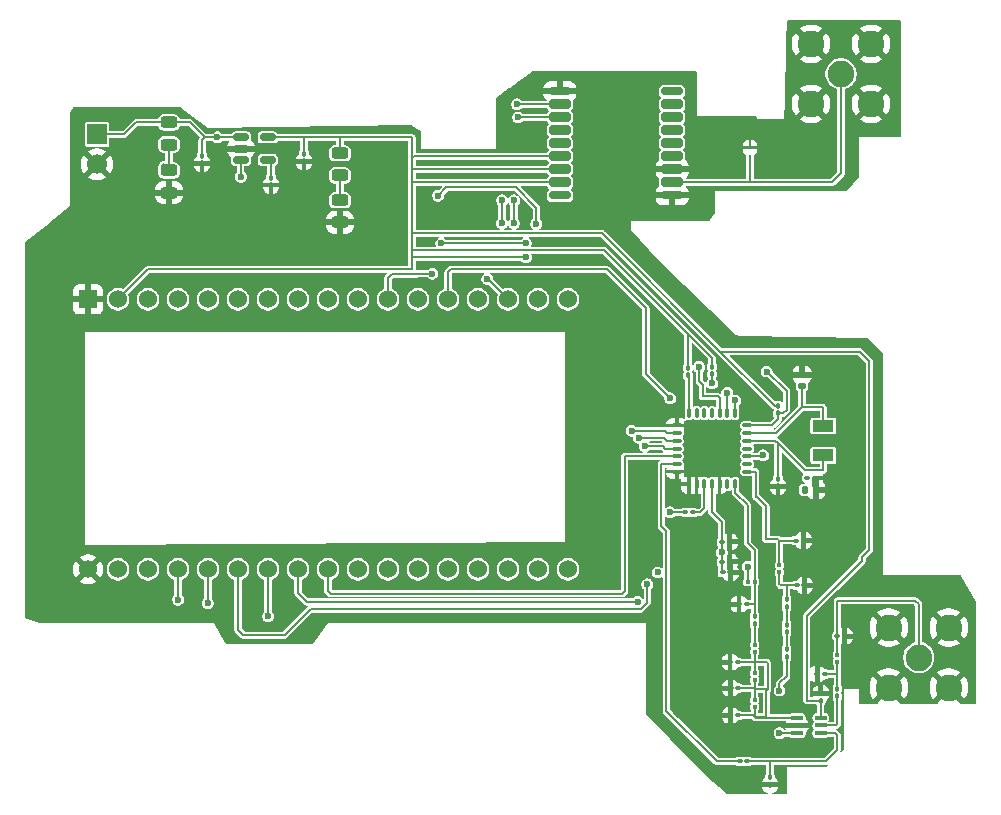
<source format=gtl>
G04 #@! TF.GenerationSoftware,KiCad,Pcbnew,9.99.0-4546-gb76221958b*
G04 #@! TF.CreationDate,2026-01-23T23:00:34+05:00*
G04 #@! TF.ProjectId,Transmitter board,5472616e-736d-4697-9474-657220626f61,rev?*
G04 #@! TF.SameCoordinates,Original*
G04 #@! TF.FileFunction,Copper,L1,Top*
G04 #@! TF.FilePolarity,Positive*
%FSLAX46Y46*%
G04 Gerber Fmt 4.6, Leading zero omitted, Abs format (unit mm)*
G04 Created by KiCad (PCBNEW 9.99.0-4546-gb76221958b) date 2026-01-23 23:00:34*
%MOMM*%
%LPD*%
G01*
G04 APERTURE LIST*
G04 Aperture macros list*
%AMRoundRect*
0 Rectangle with rounded corners*
0 $1 Rounding radius*
0 $2 $3 $4 $5 $6 $7 $8 $9 X,Y pos of 4 corners*
0 Add a 4 corners polygon primitive as box body*
4,1,4,$2,$3,$4,$5,$6,$7,$8,$9,$2,$3,0*
0 Add four circle primitives for the rounded corners*
1,1,$1+$1,$2,$3*
1,1,$1+$1,$4,$5*
1,1,$1+$1,$6,$7*
1,1,$1+$1,$8,$9*
0 Add four rect primitives between the rounded corners*
20,1,$1+$1,$2,$3,$4,$5,0*
20,1,$1+$1,$4,$5,$6,$7,0*
20,1,$1+$1,$6,$7,$8,$9,0*
20,1,$1+$1,$8,$9,$2,$3,0*%
G04 Aperture macros list end*
G04 #@! TA.AperFunction,SMDPad,CuDef*
%ADD10R,1.800000X1.000000*%
G04 #@! TD*
G04 #@! TA.AperFunction,SMDPad,CuDef*
%ADD11RoundRect,0.100000X0.130000X0.100000X-0.130000X0.100000X-0.130000X-0.100000X0.130000X-0.100000X0*%
G04 #@! TD*
G04 #@! TA.AperFunction,SMDPad,CuDef*
%ADD12RoundRect,0.140000X-0.140000X-0.170000X0.140000X-0.170000X0.140000X0.170000X-0.140000X0.170000X0*%
G04 #@! TD*
G04 #@! TA.AperFunction,SMDPad,CuDef*
%ADD13RoundRect,0.100000X-0.130000X-0.100000X0.130000X-0.100000X0.130000X0.100000X-0.130000X0.100000X0*%
G04 #@! TD*
G04 #@! TA.AperFunction,SMDPad,CuDef*
%ADD14RoundRect,0.175000X-0.725000X-0.175000X0.725000X-0.175000X0.725000X0.175000X-0.725000X0.175000X0*%
G04 #@! TD*
G04 #@! TA.AperFunction,SMDPad,CuDef*
%ADD15RoundRect,0.200000X-0.700000X-0.200000X0.700000X-0.200000X0.700000X0.200000X-0.700000X0.200000X0*%
G04 #@! TD*
G04 #@! TA.AperFunction,ComponentPad*
%ADD16C,2.250000*%
G04 #@! TD*
G04 #@! TA.AperFunction,SMDPad,CuDef*
%ADD17RoundRect,0.100000X-0.100000X0.130000X-0.100000X-0.130000X0.100000X-0.130000X0.100000X0.130000X0*%
G04 #@! TD*
G04 #@! TA.AperFunction,SMDPad,CuDef*
%ADD18RoundRect,0.100000X0.100000X-0.130000X0.100000X0.130000X-0.100000X0.130000X-0.100000X-0.130000X0*%
G04 #@! TD*
G04 #@! TA.AperFunction,SMDPad,CuDef*
%ADD19RoundRect,0.075000X0.312500X0.075000X-0.312500X0.075000X-0.312500X-0.075000X0.312500X-0.075000X0*%
G04 #@! TD*
G04 #@! TA.AperFunction,SMDPad,CuDef*
%ADD20RoundRect,0.075000X0.075000X0.312500X-0.075000X0.312500X-0.075000X-0.312500X0.075000X-0.312500X0*%
G04 #@! TD*
G04 #@! TA.AperFunction,HeatsinkPad*
%ADD21R,4.800000X4.800000*%
G04 #@! TD*
G04 #@! TA.AperFunction,SMDPad,CuDef*
%ADD22RoundRect,0.062500X0.062500X-0.117500X0.062500X0.117500X-0.062500X0.117500X-0.062500X-0.117500X0*%
G04 #@! TD*
G04 #@! TA.AperFunction,SMDPad,CuDef*
%ADD23R,0.300000X0.300000*%
G04 #@! TD*
G04 #@! TA.AperFunction,SMDPad,CuDef*
%ADD24RoundRect,0.243750X-0.456250X0.243750X-0.456250X-0.243750X0.456250X-0.243750X0.456250X0.243750X0*%
G04 #@! TD*
G04 #@! TA.AperFunction,SMDPad,CuDef*
%ADD25RoundRect,0.243750X0.456250X-0.243750X0.456250X0.243750X-0.456250X0.243750X-0.456250X-0.243750X0*%
G04 #@! TD*
G04 #@! TA.AperFunction,SMDPad,CuDef*
%ADD26RoundRect,0.150000X-0.512500X-0.150000X0.512500X-0.150000X0.512500X0.150000X-0.512500X0.150000X0*%
G04 #@! TD*
G04 #@! TA.AperFunction,SMDPad,CuDef*
%ADD27RoundRect,0.140000X-0.170000X0.140000X-0.170000X-0.140000X0.170000X-0.140000X0.170000X0.140000X0*%
G04 #@! TD*
G04 #@! TA.AperFunction,SMDPad,CuDef*
%ADD28O,1.050000X0.400000*%
G04 #@! TD*
G04 #@! TA.AperFunction,ComponentPad*
%ADD29R,1.700000X1.700000*%
G04 #@! TD*
G04 #@! TA.AperFunction,ComponentPad*
%ADD30C,1.700000*%
G04 #@! TD*
G04 #@! TA.AperFunction,ComponentPad*
%ADD31R,1.524000X1.524000*%
G04 #@! TD*
G04 #@! TA.AperFunction,ComponentPad*
%ADD32C,1.524000*%
G04 #@! TD*
G04 #@! TA.AperFunction,ViaPad*
%ADD33C,0.600000*%
G04 #@! TD*
G04 #@! TA.AperFunction,Conductor*
%ADD34C,0.200000*%
G04 #@! TD*
G04 APERTURE END LIST*
D10*
X97830000Y-53890000D03*
X97830000Y-56390000D03*
D11*
X97940000Y-74900000D03*
X97300000Y-74900000D03*
D12*
X96240000Y-59300000D03*
X97200000Y-59300000D03*
D13*
X86131000Y-61214000D03*
X86771000Y-61214000D03*
D14*
X75514000Y-25572000D03*
D15*
X75514000Y-26672000D03*
X75514000Y-27772000D03*
X75514000Y-28872000D03*
X75514000Y-29972000D03*
X75514000Y-31072000D03*
X75514000Y-32172000D03*
X75514000Y-33272000D03*
D14*
X75514000Y-34372000D03*
X85014000Y-34372000D03*
D15*
X85014000Y-33272000D03*
X85014000Y-32172000D03*
X85014000Y-31072000D03*
X85014000Y-29972000D03*
X85014000Y-28872000D03*
X85014000Y-27772000D03*
X85014000Y-26672000D03*
D14*
X85014000Y-25572000D03*
D16*
X99314000Y-24083500D03*
X101854000Y-26623500D03*
X96774000Y-26623500D03*
X101854000Y-21543500D03*
X96774000Y-21543500D03*
D17*
X86360000Y-48956000D03*
X86360000Y-49596000D03*
D16*
X105900000Y-73500000D03*
X103360000Y-70960000D03*
X108440000Y-70960000D03*
X103360000Y-76040000D03*
X108440000Y-76040000D03*
D18*
X99000000Y-76800000D03*
X99000000Y-76160000D03*
D13*
X89235000Y-65400000D03*
X89875000Y-65400000D03*
D19*
X91379500Y-57754000D03*
X91379500Y-57104000D03*
X91379500Y-56454000D03*
X91379500Y-55804000D03*
X91379500Y-55154000D03*
X91379500Y-54504000D03*
X91379500Y-53854000D03*
D20*
X90342000Y-52816500D03*
X89692000Y-52816500D03*
X89042000Y-52816500D03*
X88392000Y-52816500D03*
X87742000Y-52816500D03*
X87092000Y-52816500D03*
X86442000Y-52816500D03*
D19*
X85404500Y-53854000D03*
X85404500Y-54504000D03*
X85404500Y-55154000D03*
X85404500Y-55804000D03*
X85404500Y-56454000D03*
X85404500Y-57104000D03*
X85404500Y-57754000D03*
D20*
X86442000Y-58791500D03*
X87092000Y-58791500D03*
X87742000Y-58791500D03*
X88392000Y-58791500D03*
X89042000Y-58791500D03*
X89692000Y-58791500D03*
X90342000Y-58791500D03*
D21*
X88392000Y-55804000D03*
D18*
X93980000Y-58994000D03*
X93980000Y-58354000D03*
D11*
X90600000Y-76100000D03*
X89960000Y-76100000D03*
D18*
X97600000Y-77175000D03*
X97600000Y-76535000D03*
D22*
X91606000Y-30314000D03*
X91606000Y-31154000D03*
D17*
X53848000Y-30856000D03*
X53848000Y-31496000D03*
X45212000Y-31013000D03*
X45212000Y-31653000D03*
D23*
X92000000Y-74800000D03*
X92000000Y-75400000D03*
D17*
X51054000Y-32863000D03*
X51054000Y-33503000D03*
X93980000Y-52192000D03*
X93980000Y-52832000D03*
D13*
X89235000Y-63700000D03*
X89875000Y-63700000D03*
D24*
X56896000Y-30812500D03*
X56896000Y-32687500D03*
D23*
X99000000Y-73300000D03*
X99000000Y-73900000D03*
D11*
X99620000Y-71700000D03*
X98980000Y-71700000D03*
D25*
X56896000Y-36654500D03*
X56896000Y-34779500D03*
D18*
X94700000Y-69200000D03*
X94700000Y-68560000D03*
D13*
X95560000Y-67400000D03*
X96200000Y-67400000D03*
D23*
X92000000Y-77100000D03*
X92000000Y-77700000D03*
X92000000Y-67100000D03*
X91400000Y-67100000D03*
D25*
X42418000Y-34133000D03*
X42418000Y-32258000D03*
D11*
X91320000Y-69000000D03*
X90680000Y-69000000D03*
D17*
X93300000Y-83625000D03*
X93300000Y-84265000D03*
D24*
X42418000Y-28194000D03*
X42418000Y-30069000D03*
D13*
X89300000Y-66300000D03*
X89940000Y-66300000D03*
X96435000Y-58300000D03*
X97075000Y-58300000D03*
D18*
X94700000Y-73440000D03*
X94700000Y-72800000D03*
D26*
X48514000Y-29464000D03*
X48514000Y-30414000D03*
X48514000Y-31364000D03*
X50789000Y-31364000D03*
X50789000Y-29464000D03*
D27*
X96012000Y-49558000D03*
X96012000Y-50518000D03*
D11*
X90575000Y-78400000D03*
X89935000Y-78400000D03*
D17*
X88392000Y-48865000D03*
X88392000Y-49505000D03*
D28*
X95600000Y-78600000D03*
X95600000Y-79250000D03*
X95600000Y-79900000D03*
X97600000Y-79900000D03*
X97600000Y-79250000D03*
X97600000Y-78600000D03*
D11*
X90565000Y-73900000D03*
X89925000Y-73900000D03*
D13*
X95500000Y-63600000D03*
X96140000Y-63600000D03*
D23*
X92000000Y-72400000D03*
X92000000Y-73000000D03*
D29*
X36322000Y-29205000D03*
D30*
X36322000Y-31745000D03*
D18*
X92000000Y-70665000D03*
X92000000Y-70025000D03*
D13*
X90735000Y-82300000D03*
X91375000Y-82300000D03*
D18*
X94700000Y-71365000D03*
X94700000Y-70725000D03*
D23*
X94100000Y-65700000D03*
X94100000Y-66300000D03*
D31*
X35560000Y-43180000D03*
D32*
X38100000Y-43180000D03*
X40640000Y-43180000D03*
X43180000Y-43180000D03*
X45720000Y-43180000D03*
X48260000Y-43180000D03*
X50800000Y-43180000D03*
X53340000Y-43180000D03*
X55880000Y-43180000D03*
X58420000Y-43180000D03*
X60960000Y-43180000D03*
X63500000Y-43180000D03*
X66040000Y-43180000D03*
X68580000Y-43180000D03*
X71120000Y-43180000D03*
X73660000Y-43180000D03*
X76200000Y-43180000D03*
X35560000Y-66040000D03*
X38100000Y-66040000D03*
X40640000Y-66040000D03*
X43180000Y-66040000D03*
X45720000Y-66040000D03*
X48260000Y-66040000D03*
X50800000Y-66040000D03*
X53340000Y-66040000D03*
X55880000Y-66040000D03*
X58420000Y-66040000D03*
X60960000Y-66040000D03*
X63500000Y-66040000D03*
X66040000Y-66040000D03*
X68580000Y-66040000D03*
X71120000Y-66040000D03*
X73660000Y-66040000D03*
X76200000Y-66040000D03*
D33*
X69360000Y-41450000D03*
X93020000Y-49290000D03*
X84836000Y-61214000D03*
X72644000Y-39600000D03*
X43180000Y-68600000D03*
X71882000Y-26670000D03*
X70600000Y-36750000D03*
X70612000Y-34798000D03*
X45700000Y-68900000D03*
X71616000Y-36750000D03*
X71968000Y-27772000D03*
X71628000Y-34798000D03*
X91400000Y-65800000D03*
X89235000Y-64600000D03*
X88392000Y-50292000D03*
X92710000Y-56388000D03*
X90342000Y-51734000D03*
X84836000Y-51562000D03*
X89692000Y-51084000D03*
X65470000Y-38430000D03*
X72640000Y-38430000D03*
X64700000Y-41000000D03*
X73500000Y-36800000D03*
X87300000Y-48900000D03*
X65200000Y-34400000D03*
X81600000Y-54300000D03*
X82100000Y-68800000D03*
X82200000Y-54900000D03*
X82900000Y-67300000D03*
X82700000Y-55600000D03*
X50800000Y-70000000D03*
X83800000Y-66300000D03*
X46500000Y-29464000D03*
X48500000Y-32800000D03*
X94100000Y-79900000D03*
X94100000Y-76300000D03*
D34*
X69390000Y-41450000D02*
X69360000Y-41450000D01*
X71120000Y-43180000D02*
X69390000Y-41450000D01*
X93832000Y-54504000D02*
X96012000Y-52324000D01*
X94620000Y-50830000D02*
X93080000Y-49290000D01*
X94710000Y-50920000D02*
X94620000Y-50830000D01*
X94710000Y-52550000D02*
X94710000Y-50920000D01*
X93080000Y-49290000D02*
X93020000Y-49290000D01*
X94428000Y-52832000D02*
X94710000Y-52550000D01*
X93980000Y-52832000D02*
X94428000Y-52832000D01*
X97830000Y-52364000D02*
X97830000Y-53890000D01*
X97790000Y-52324000D02*
X97830000Y-52364000D01*
X97790000Y-57658000D02*
X97830000Y-57618000D01*
X97830000Y-57618000D02*
X97830000Y-56390000D01*
X89940000Y-65465000D02*
X89875000Y-65400000D01*
X89960000Y-75840000D02*
X89925000Y-75805000D01*
X90680000Y-69120000D02*
X90680000Y-69000000D01*
X89935000Y-76125000D02*
X89960000Y-76100000D01*
X96200000Y-63660000D02*
X96140000Y-63600000D01*
X89960000Y-76100000D02*
X89960000Y-75840000D01*
X93693600Y-52192000D02*
X89100800Y-47599200D01*
X62992000Y-37600000D02*
X62992000Y-37846000D01*
X97600000Y-77175000D02*
X97600000Y-78600000D01*
X101700000Y-48400000D02*
X101700000Y-64416000D01*
X62992000Y-32258000D02*
X62992000Y-33274000D01*
X86360000Y-48956000D02*
X86360000Y-46228000D01*
X62992000Y-31242000D02*
X62992000Y-32258000D01*
X88392000Y-48865000D02*
X88392000Y-48132000D01*
X100899200Y-47599200D02*
X89100800Y-47599200D01*
X101092000Y-65308000D02*
X101092000Y-65024000D01*
X65782000Y-33274000D02*
X62992000Y-33274000D01*
X79270000Y-39010000D02*
X73570000Y-39010000D01*
X75514000Y-32172000D02*
X63078000Y-32172000D01*
X101700000Y-64416000D02*
X101092000Y-65024000D01*
X50789000Y-29464000D02*
X53848000Y-29464000D01*
X62992000Y-38100000D02*
X62992000Y-38862000D01*
X97600000Y-77175000D02*
X96475000Y-77175000D01*
X73550000Y-39030000D02*
X62992000Y-39030000D01*
X62992000Y-29464000D02*
X62992000Y-31242000D01*
X96400000Y-70000000D02*
X101092000Y-65308000D01*
X96475000Y-77175000D02*
X96400000Y-77100000D01*
X101700000Y-48400000D02*
X100899200Y-47599200D01*
X62992000Y-33274000D02*
X62992000Y-37600000D01*
X62992000Y-39624000D02*
X62992000Y-40640000D01*
X63078000Y-32172000D02*
X62992000Y-32258000D01*
X93980000Y-52192000D02*
X93693600Y-52192000D01*
X86131000Y-61214000D02*
X84836000Y-61214000D01*
X89100800Y-47599200D02*
X79101600Y-37600000D01*
X56896000Y-29464000D02*
X56896000Y-30812500D01*
X63016000Y-39600000D02*
X62992000Y-39624000D01*
X96400000Y-77100000D02*
X96400000Y-70000000D01*
X62992000Y-37846000D02*
X62992000Y-38100000D01*
X63162000Y-31072000D02*
X62992000Y-31242000D01*
X86424000Y-46164000D02*
X79270000Y-39010000D01*
X53848000Y-29464000D02*
X56896000Y-29464000D01*
X75514000Y-31072000D02*
X63162000Y-31072000D01*
X73570000Y-39010000D02*
X73550000Y-39030000D01*
X75514000Y-33272000D02*
X65784000Y-33272000D01*
X62992000Y-38862000D02*
X62992000Y-39030000D01*
X86360000Y-46228000D02*
X86424000Y-46164000D01*
X38100000Y-43180000D02*
X40640000Y-40640000D01*
X65784000Y-33272000D02*
X65782000Y-33274000D01*
X79101600Y-37600000D02*
X62992000Y-37600000D01*
X62992000Y-29464000D02*
X56896000Y-29464000D01*
X88392000Y-48132000D02*
X86424000Y-46164000D01*
X62992000Y-40640000D02*
X40640000Y-40640000D01*
X53848000Y-29464000D02*
X53848000Y-30856000D01*
X62992000Y-39030000D02*
X62992000Y-39624000D01*
X72644000Y-39600000D02*
X63016000Y-39600000D01*
X87376000Y-61214000D02*
X86771000Y-61214000D01*
X87742000Y-60848000D02*
X87376000Y-61214000D01*
X87742000Y-58791500D02*
X87742000Y-60848000D01*
X75514000Y-26672000D02*
X71884000Y-26672000D01*
X70612000Y-34798000D02*
X70612000Y-36738000D01*
X70612000Y-36738000D02*
X70600000Y-36750000D01*
X71884000Y-26672000D02*
X71882000Y-26670000D01*
X43180000Y-66040000D02*
X43180000Y-68600000D01*
X71628000Y-34798000D02*
X71628000Y-36738000D01*
X45720000Y-68880000D02*
X45700000Y-68900000D01*
X45720000Y-66040000D02*
X45720000Y-68880000D01*
X75514000Y-27772000D02*
X71968000Y-27772000D01*
X71628000Y-36738000D02*
X71616000Y-36750000D01*
X99314000Y-32512000D02*
X98554000Y-33272000D01*
X99314000Y-24083500D02*
X99314000Y-32512000D01*
X91606000Y-33184000D02*
X91694000Y-33272000D01*
X91606000Y-31154000D02*
X91606000Y-33184000D01*
X91694000Y-33272000D02*
X85014000Y-33272000D01*
X98554000Y-33272000D02*
X91694000Y-33272000D01*
X85266000Y-33020000D02*
X85014000Y-33272000D01*
X86442000Y-52816500D02*
X86442000Y-49678000D01*
X86442000Y-49678000D02*
X86360000Y-49596000D01*
X105600000Y-68700000D02*
X99000000Y-68700000D01*
X99000000Y-68700000D02*
X98980000Y-68720000D01*
X98980000Y-68720000D02*
X98980000Y-71700000D01*
X99000000Y-71720000D02*
X98980000Y-71700000D01*
X105900000Y-69000000D02*
X105600000Y-68700000D01*
X105900000Y-73500000D02*
X105900000Y-69000000D01*
X99000000Y-73300000D02*
X99000000Y-71720000D01*
X98850000Y-79250000D02*
X99000000Y-79100000D01*
X97600000Y-79250000D02*
X98850000Y-79250000D01*
X99000000Y-79100000D02*
X99000000Y-76800000D01*
X99000000Y-74900000D02*
X97940000Y-74900000D01*
X99000000Y-76160000D02*
X99000000Y-74900000D01*
X99000000Y-74900000D02*
X99000000Y-73900000D01*
X91400000Y-65800000D02*
X91400000Y-67100000D01*
X89200000Y-63665000D02*
X89235000Y-63700000D01*
X88392000Y-61192000D02*
X89200000Y-62000000D01*
X89235000Y-66235000D02*
X89300000Y-66300000D01*
X88392000Y-58791500D02*
X88392000Y-61192000D01*
X89235000Y-63700000D02*
X89235000Y-64600000D01*
X89235000Y-64600000D02*
X89235000Y-65400000D01*
X89235000Y-65400000D02*
X89235000Y-66235000D01*
X89200000Y-62000000D02*
X89200000Y-63665000D01*
X92100000Y-57800000D02*
X92100000Y-59900000D01*
X91379500Y-57754000D02*
X92054000Y-57754000D01*
X92100000Y-59900000D02*
X92158000Y-59900000D01*
X94100000Y-63600000D02*
X94100000Y-65700000D01*
X92054000Y-57754000D02*
X92100000Y-57800000D01*
X94000000Y-63500000D02*
X94100000Y-63600000D01*
X94100000Y-63600000D02*
X95500000Y-63600000D01*
X92964000Y-60706000D02*
X92964000Y-63500000D01*
X92158000Y-59900000D02*
X92964000Y-60706000D01*
X92964000Y-63500000D02*
X94000000Y-63500000D01*
X91379500Y-56454000D02*
X92644000Y-56454000D01*
X92644000Y-56454000D02*
X92710000Y-56388000D01*
X88392000Y-49505000D02*
X88392000Y-50292000D01*
X93980000Y-55372000D02*
X93762000Y-55154000D01*
X93980000Y-58354000D02*
X93980000Y-55372000D01*
X93762000Y-55154000D02*
X91379500Y-55154000D01*
X97790000Y-57658000D02*
X96266000Y-57658000D01*
X96266000Y-57658000D02*
X93980000Y-55372000D01*
X96012000Y-52324000D02*
X97790000Y-52324000D01*
X91379500Y-54504000D02*
X93832000Y-54504000D01*
X96012000Y-50518000D02*
X96012000Y-52324000D01*
X91379500Y-53854000D02*
X93466000Y-53854000D01*
X93466000Y-53854000D02*
X93980000Y-53340000D01*
X93980000Y-53340000D02*
X93980000Y-52832000D01*
X82804000Y-49530000D02*
X82804000Y-43942000D01*
X90342000Y-52816500D02*
X90342000Y-51734000D01*
X84836000Y-51562000D02*
X82804000Y-49530000D01*
X82804000Y-43942000D02*
X79502000Y-40640000D01*
X66260000Y-40640000D02*
X66040000Y-40860000D01*
X66040000Y-40860000D02*
X66040000Y-43180000D01*
X79502000Y-40640000D02*
X66260000Y-40640000D01*
X63400000Y-41000000D02*
X63359000Y-41041000D01*
X64700000Y-41000000D02*
X63400000Y-41000000D01*
X63359000Y-41041000D02*
X61259000Y-41041000D01*
X61259000Y-41041000D02*
X60960000Y-41340000D01*
X72640000Y-38430000D02*
X65470000Y-38430000D01*
X89692000Y-52816500D02*
X89692000Y-51084000D01*
X60960000Y-41340000D02*
X60960000Y-43180000D01*
X87600000Y-50400000D02*
X87500000Y-50300000D01*
X87500000Y-50300000D02*
X87300000Y-50100000D01*
X65900000Y-33700000D02*
X65200000Y-34400000D01*
X71773000Y-33673000D02*
X71746000Y-33700000D01*
X87300000Y-50100000D02*
X87300000Y-48900000D01*
X89042000Y-52816500D02*
X89042000Y-51542000D01*
X73500000Y-35400000D02*
X71773000Y-33673000D01*
X88900000Y-51400000D02*
X87600000Y-51400000D01*
X71746000Y-33700000D02*
X65900000Y-33700000D01*
X87600000Y-51400000D02*
X87600000Y-50400000D01*
X89042000Y-51542000D02*
X88900000Y-51400000D01*
X73500000Y-36800000D02*
X73500000Y-35400000D01*
X85404500Y-54504000D02*
X84604000Y-54504000D01*
X54100000Y-68800000D02*
X53340000Y-68040000D01*
X84604000Y-54504000D02*
X84400000Y-54300000D01*
X84400000Y-54300000D02*
X81600000Y-54300000D01*
X82100000Y-68800000D02*
X54100000Y-68800000D01*
X53340000Y-68040000D02*
X53340000Y-66040000D01*
X82900000Y-68849943D02*
X82900000Y-67300000D01*
X54399000Y-69401000D02*
X82348943Y-69401000D01*
X52200000Y-71600000D02*
X54399000Y-69401000D01*
X82348943Y-69401000D02*
X82900000Y-68849943D01*
X84400000Y-55000000D02*
X84300000Y-54900000D01*
X48260000Y-66040000D02*
X48260000Y-71160000D01*
X85404500Y-55154000D02*
X84554000Y-55154000D01*
X48260000Y-71160000D02*
X48700000Y-71600000D01*
X48700000Y-71600000D02*
X52200000Y-71600000D01*
X84000000Y-54900000D02*
X82200000Y-54900000D01*
X84300000Y-54900000D02*
X84000000Y-54900000D01*
X84554000Y-55154000D02*
X84400000Y-55000000D01*
X85404500Y-55804000D02*
X84404000Y-55804000D01*
X84200000Y-55600000D02*
X82700000Y-55600000D01*
X84404000Y-55804000D02*
X84200000Y-55600000D01*
X50800000Y-66040000D02*
X50800000Y-70000000D01*
X81046000Y-56454000D02*
X81000000Y-56500000D01*
X81000000Y-56500000D02*
X81000000Y-67900000D01*
X80800000Y-68100000D02*
X56100000Y-68100000D01*
X85404500Y-56454000D02*
X81046000Y-56454000D01*
X55880000Y-67880000D02*
X55880000Y-66040000D01*
X81000000Y-67900000D02*
X80800000Y-68100000D01*
X56100000Y-68100000D02*
X55880000Y-67880000D01*
X84104000Y-57104000D02*
X84104000Y-62396000D01*
X85404500Y-57104000D02*
X84104000Y-57104000D01*
X84500000Y-62800000D02*
X84500000Y-78000000D01*
X88800000Y-82300000D02*
X90735000Y-82300000D01*
X84100000Y-62400000D02*
X84500000Y-62800000D01*
X84104000Y-57104000D02*
X84100000Y-57100000D01*
X84104000Y-62396000D02*
X84100000Y-62400000D01*
X84500000Y-78000000D02*
X88800000Y-82300000D01*
X90342000Y-59542000D02*
X91400000Y-60600000D01*
X90342000Y-58791500D02*
X90342000Y-59542000D01*
X91320000Y-69000000D02*
X92000000Y-69000000D01*
X91400000Y-63800000D02*
X92000000Y-64400000D01*
X92000000Y-69000000D02*
X92000000Y-70025000D01*
X91400000Y-60600000D02*
X91400000Y-63800000D01*
X92000000Y-64400000D02*
X92000000Y-67100000D01*
X92000000Y-67100000D02*
X92000000Y-69000000D01*
X93100000Y-74000000D02*
X93100000Y-76200000D01*
X92000000Y-73900000D02*
X90565000Y-73900000D01*
X92000000Y-77700000D02*
X92000000Y-78500000D01*
X92100000Y-78600000D02*
X95600000Y-78600000D01*
X92000000Y-76200000D02*
X92000000Y-77100000D01*
X93000000Y-73900000D02*
X93100000Y-74000000D01*
X92000000Y-73900000D02*
X93000000Y-73900000D01*
X90575000Y-78400000D02*
X91900000Y-78400000D01*
X92000000Y-73900000D02*
X92000000Y-74800000D01*
X93100000Y-76200000D02*
X92000000Y-76200000D01*
X91900000Y-76100000D02*
X90600000Y-76100000D01*
X93000000Y-78500000D02*
X93000000Y-76300000D01*
X92000000Y-76200000D02*
X92000000Y-75400000D01*
X91900000Y-78400000D02*
X92000000Y-78500000D01*
X93000000Y-76300000D02*
X93100000Y-76200000D01*
X92000000Y-78500000D02*
X92100000Y-78600000D01*
X92000000Y-73000000D02*
X92000000Y-73900000D01*
X92000000Y-76200000D02*
X91900000Y-76100000D01*
X92000000Y-78500000D02*
X93000000Y-78500000D01*
X39624000Y-28194000D02*
X42418000Y-28194000D01*
X48500000Y-32800000D02*
X48500000Y-31378000D01*
X45466000Y-29464000D02*
X46500000Y-29464000D01*
X45212000Y-29718000D02*
X45212000Y-31013000D01*
X45466000Y-29464000D02*
X45212000Y-29718000D01*
X48500000Y-31378000D02*
X48514000Y-31364000D01*
X42418000Y-28194000D02*
X44196000Y-28194000D01*
X46500000Y-29464000D02*
X48514000Y-29464000D01*
X38613000Y-29205000D02*
X39624000Y-28194000D01*
X36322000Y-29205000D02*
X38613000Y-29205000D01*
X44196000Y-28194000D02*
X45466000Y-29464000D01*
X48868468Y-29464000D02*
X48514000Y-29464000D01*
X51054000Y-32863000D02*
X51054000Y-31629000D01*
X51054000Y-31629000D02*
X50789000Y-31364000D01*
X56896000Y-32687500D02*
X56896000Y-34779500D01*
X94700000Y-70725000D02*
X94700000Y-69200000D01*
X94100000Y-66300000D02*
X94100000Y-67300000D01*
X94100000Y-67300000D02*
X94200000Y-67400000D01*
X94700000Y-68560000D02*
X94700000Y-67400000D01*
X94700000Y-67400000D02*
X95560000Y-67400000D01*
X94200000Y-67400000D02*
X94700000Y-67400000D01*
X41905000Y-31745000D02*
X42418000Y-32258000D01*
X42418000Y-30069000D02*
X42418000Y-32258000D01*
X99000000Y-80100000D02*
X98800000Y-79900000D01*
X99000000Y-81300000D02*
X99000000Y-80100000D01*
X93300000Y-83625000D02*
X93300000Y-82300000D01*
X93300000Y-82300000D02*
X98000000Y-82300000D01*
X91375000Y-82300000D02*
X93300000Y-82300000D01*
X98800000Y-79900000D02*
X97600000Y-79900000D01*
X98000000Y-82300000D02*
X99000000Y-81300000D01*
X94100000Y-79900000D02*
X95600000Y-79900000D01*
X94700000Y-73440000D02*
X94700000Y-75100000D01*
X94700000Y-75100000D02*
X94100000Y-75700000D01*
X94100000Y-75700000D02*
X94100000Y-76300000D01*
X94700000Y-71365000D02*
X94700000Y-72800000D01*
X92000000Y-72400000D02*
X92000000Y-70665000D01*
G04 #@! TA.AperFunction,Conductor*
G36*
X104379648Y-19572352D02*
G01*
X104394000Y-19607000D01*
X104394000Y-29415000D01*
X104379648Y-29449648D01*
X104345000Y-29464000D01*
X100838000Y-29464000D01*
X100838000Y-32748811D01*
X100827263Y-32779421D01*
X99836712Y-34017610D01*
X99803860Y-34035700D01*
X99798449Y-34036000D01*
X88646000Y-34036000D01*
X88646000Y-35799165D01*
X88637770Y-35826345D01*
X88193544Y-36492685D01*
X88152547Y-36554180D01*
X88121387Y-36575048D01*
X88111777Y-36576000D01*
X81534000Y-36576000D01*
X81534000Y-37338000D01*
X83819977Y-39877976D01*
X83820011Y-39878011D01*
X90424000Y-46228000D01*
X90423999Y-46228000D01*
X90853089Y-46237752D01*
X101580358Y-46481553D01*
X101613892Y-46495892D01*
X102855648Y-47737648D01*
X102870000Y-47772296D01*
X102870000Y-66548000D01*
X109445168Y-66548000D01*
X109479816Y-66562352D01*
X109488000Y-66573201D01*
X110721327Y-68793188D01*
X110737834Y-68822901D01*
X110744000Y-68846698D01*
X110744000Y-77421000D01*
X110729648Y-77455648D01*
X110695000Y-77470000D01*
X109387195Y-77470000D01*
X109352547Y-77455648D01*
X109338195Y-77421000D01*
X109352547Y-77386352D01*
X109358393Y-77381358D01*
X109398595Y-77352148D01*
X108764025Y-76717578D01*
X108795258Y-76704641D01*
X108918097Y-76622563D01*
X109022563Y-76518097D01*
X109104641Y-76395258D01*
X109117578Y-76364025D01*
X109752148Y-76998595D01*
X109829826Y-76891682D01*
X109945947Y-76663782D01*
X110024986Y-76420522D01*
X110024987Y-76420519D01*
X110065000Y-76167889D01*
X110065000Y-75912110D01*
X110024987Y-75659480D01*
X110024986Y-75659477D01*
X109945947Y-75416217D01*
X109829824Y-75188314D01*
X109752149Y-75081402D01*
X109117577Y-75715973D01*
X109104641Y-75684742D01*
X109022563Y-75561903D01*
X108918097Y-75457437D01*
X108795258Y-75375359D01*
X108764023Y-75362421D01*
X109398596Y-74727849D01*
X109291685Y-74650175D01*
X109063782Y-74534052D01*
X108820522Y-74455013D01*
X108820519Y-74455012D01*
X108567889Y-74415000D01*
X108312111Y-74415000D01*
X108059480Y-74455012D01*
X108059477Y-74455013D01*
X107816217Y-74534052D01*
X107588314Y-74650175D01*
X107481402Y-74727849D01*
X108115974Y-75362421D01*
X108084742Y-75375359D01*
X107961903Y-75457437D01*
X107857437Y-75561903D01*
X107775359Y-75684742D01*
X107762421Y-75715974D01*
X107127849Y-75081402D01*
X107050175Y-75188314D01*
X106934052Y-75416217D01*
X106855013Y-75659477D01*
X106855012Y-75659480D01*
X106815000Y-75912110D01*
X106815000Y-76167889D01*
X106855012Y-76420519D01*
X106855013Y-76420522D01*
X106934052Y-76663782D01*
X107050175Y-76891685D01*
X107127849Y-76998596D01*
X107762421Y-76364024D01*
X107775359Y-76395258D01*
X107857437Y-76518097D01*
X107961903Y-76622563D01*
X108084742Y-76704641D01*
X108115974Y-76717577D01*
X107481403Y-77352148D01*
X107521606Y-77381358D01*
X107541201Y-77413335D01*
X107532446Y-77449802D01*
X107500469Y-77469397D01*
X107492804Y-77470000D01*
X104307195Y-77470000D01*
X104272547Y-77455648D01*
X104258195Y-77421000D01*
X104272547Y-77386352D01*
X104278393Y-77381358D01*
X104318595Y-77352148D01*
X103684025Y-76717578D01*
X103715258Y-76704641D01*
X103838097Y-76622563D01*
X103942563Y-76518097D01*
X104024641Y-76395258D01*
X104037578Y-76364025D01*
X104672148Y-76998595D01*
X104749826Y-76891682D01*
X104865947Y-76663782D01*
X104944986Y-76420522D01*
X104944987Y-76420519D01*
X104985000Y-76167889D01*
X104985000Y-75912110D01*
X104944987Y-75659480D01*
X104944986Y-75659477D01*
X104865947Y-75416217D01*
X104749824Y-75188314D01*
X104672149Y-75081402D01*
X104037577Y-75715973D01*
X104024641Y-75684742D01*
X103942563Y-75561903D01*
X103838097Y-75457437D01*
X103715258Y-75375359D01*
X103684023Y-75362421D01*
X104318596Y-74727849D01*
X104211685Y-74650175D01*
X103983782Y-74534052D01*
X103740522Y-74455013D01*
X103740519Y-74455012D01*
X103487889Y-74415000D01*
X103232111Y-74415000D01*
X102979480Y-74455012D01*
X102979477Y-74455013D01*
X102736217Y-74534052D01*
X102508314Y-74650175D01*
X102401402Y-74727849D01*
X103035974Y-75362421D01*
X103004742Y-75375359D01*
X102881903Y-75457437D01*
X102777437Y-75561903D01*
X102695359Y-75684742D01*
X102682421Y-75715974D01*
X102047849Y-75081402D01*
X101970175Y-75188314D01*
X101854052Y-75416217D01*
X101775013Y-75659477D01*
X101775012Y-75659480D01*
X101735000Y-75912110D01*
X101735000Y-76167889D01*
X101775012Y-76420519D01*
X101775013Y-76420522D01*
X101854052Y-76663782D01*
X101970175Y-76891685D01*
X102047849Y-76998596D01*
X102682421Y-76364024D01*
X102695359Y-76395258D01*
X102777437Y-76518097D01*
X102881903Y-76622563D01*
X103004742Y-76704641D01*
X103035974Y-76717577D01*
X102401403Y-77352148D01*
X102441606Y-77381358D01*
X102461201Y-77413335D01*
X102452446Y-77449802D01*
X102420469Y-77469397D01*
X102412804Y-77470000D01*
X100887000Y-77470000D01*
X100852352Y-77455648D01*
X100838000Y-77421000D01*
X100838000Y-76200000D01*
X99568000Y-76200000D01*
X99568000Y-81259704D01*
X99553648Y-81294352D01*
X99335577Y-81512422D01*
X99300929Y-81526774D01*
X99266281Y-81512422D01*
X99251929Y-81477774D01*
X99258492Y-81453277D01*
X99280022Y-81415988D01*
X99300499Y-81339565D01*
X99300500Y-81339565D01*
X99300500Y-80060436D01*
X99288590Y-80015990D01*
X99288590Y-80015989D01*
X99280022Y-79984012D01*
X99280021Y-79984010D01*
X99240459Y-79915488D01*
X98984513Y-79659542D01*
X98984507Y-79659537D01*
X98974796Y-79653931D01*
X98968853Y-79650500D01*
X98927864Y-79626835D01*
X98905034Y-79597082D01*
X98909929Y-79559900D01*
X98939682Y-79537070D01*
X98965989Y-79530021D01*
X99034511Y-79490460D01*
X99090460Y-79434511D01*
X99240460Y-79284511D01*
X99280021Y-79215989D01*
X99300500Y-79139562D01*
X99300500Y-77174766D01*
X99314852Y-77140119D01*
X99352206Y-77102765D01*
X99397585Y-76999991D01*
X99400500Y-76974865D01*
X99400499Y-76625136D01*
X99397585Y-76600009D01*
X99353334Y-76499791D01*
X99352469Y-76462299D01*
X99353335Y-76460208D01*
X99397584Y-76359993D01*
X99397583Y-76359993D01*
X99397585Y-76359991D01*
X99400500Y-76334865D01*
X99400499Y-75985136D01*
X99397585Y-75960009D01*
X99352206Y-75857235D01*
X99352205Y-75857234D01*
X99352205Y-75857233D01*
X99314852Y-75819880D01*
X99300500Y-75785232D01*
X99300500Y-74200514D01*
X99308757Y-74173292D01*
X99338867Y-74128231D01*
X99350500Y-74069748D01*
X99350500Y-73730252D01*
X99338867Y-73671769D01*
X99309100Y-73627221D01*
X99301784Y-73590441D01*
X99309099Y-73572780D01*
X99338867Y-73528231D01*
X99350500Y-73469748D01*
X99350500Y-73130252D01*
X99338867Y-73071769D01*
X99308757Y-73026707D01*
X99300500Y-72999485D01*
X99300500Y-72436102D01*
X99314852Y-72401454D01*
X99349500Y-72387102D01*
X99355896Y-72387521D01*
X99420000Y-72395960D01*
X99420000Y-72395959D01*
X99820000Y-72395959D01*
X99906626Y-72384556D01*
X99906634Y-72384554D01*
X100052584Y-72324101D01*
X100052589Y-72324098D01*
X100177924Y-72227925D01*
X100181208Y-72223646D01*
X100181208Y-72223645D01*
X100181209Y-72223645D01*
X100274098Y-72102589D01*
X100274101Y-72102584D01*
X100334556Y-71956630D01*
X100342012Y-71900000D01*
X99820000Y-71900000D01*
X99820000Y-72395959D01*
X99420000Y-72395959D01*
X99420000Y-71500000D01*
X99820000Y-71500000D01*
X100342010Y-71500000D01*
X100342011Y-71499998D01*
X100334556Y-71443373D01*
X100334554Y-71443365D01*
X100274101Y-71297415D01*
X100274098Y-71297410D01*
X100177925Y-71172075D01*
X100177924Y-71172074D01*
X100052589Y-71075901D01*
X100052584Y-71075898D01*
X99906630Y-71015443D01*
X99820000Y-71004038D01*
X99820000Y-71500000D01*
X99420000Y-71500000D01*
X99420000Y-71004038D01*
X99335896Y-71015111D01*
X99299671Y-71005404D01*
X99280919Y-70972926D01*
X99280500Y-70966530D01*
X99280500Y-70832110D01*
X101735000Y-70832110D01*
X101735000Y-71087889D01*
X101775012Y-71340519D01*
X101775013Y-71340522D01*
X101854052Y-71583782D01*
X101970175Y-71811685D01*
X102047849Y-71918596D01*
X102682421Y-71284024D01*
X102695359Y-71315258D01*
X102777437Y-71438097D01*
X102881903Y-71542563D01*
X103004742Y-71624641D01*
X103035974Y-71637577D01*
X102401402Y-72272149D01*
X102508314Y-72349824D01*
X102736217Y-72465947D01*
X102979477Y-72544986D01*
X102979480Y-72544987D01*
X103232111Y-72585000D01*
X103487889Y-72585000D01*
X103740519Y-72544987D01*
X103740522Y-72544986D01*
X103983782Y-72465947D01*
X104211682Y-72349826D01*
X104318595Y-72272148D01*
X103684025Y-71637578D01*
X103715258Y-71624641D01*
X103838097Y-71542563D01*
X103942563Y-71438097D01*
X104024641Y-71315258D01*
X104037578Y-71284025D01*
X104672148Y-71918595D01*
X104749826Y-71811682D01*
X104865947Y-71583782D01*
X104944986Y-71340522D01*
X104944987Y-71340519D01*
X104985000Y-71087889D01*
X104985000Y-70832110D01*
X104944987Y-70579480D01*
X104944986Y-70579477D01*
X104865947Y-70336217D01*
X104749824Y-70108314D01*
X104672149Y-70001402D01*
X104037577Y-70635973D01*
X104024641Y-70604742D01*
X103942563Y-70481903D01*
X103838097Y-70377437D01*
X103715258Y-70295359D01*
X103684023Y-70282421D01*
X104318596Y-69647849D01*
X104211685Y-69570175D01*
X103983782Y-69454052D01*
X103740522Y-69375013D01*
X103740519Y-69375012D01*
X103487889Y-69335000D01*
X103232111Y-69335000D01*
X102979480Y-69375012D01*
X102979477Y-69375013D01*
X102736217Y-69454052D01*
X102508314Y-69570175D01*
X102401402Y-69647849D01*
X103035974Y-70282421D01*
X103004742Y-70295359D01*
X102881903Y-70377437D01*
X102777437Y-70481903D01*
X102695359Y-70604742D01*
X102682421Y-70635974D01*
X102047849Y-70001402D01*
X101970175Y-70108314D01*
X101854052Y-70336217D01*
X101775013Y-70579477D01*
X101775012Y-70579480D01*
X101735000Y-70832110D01*
X99280500Y-70832110D01*
X99280500Y-69049500D01*
X99294852Y-69014852D01*
X99329500Y-69000500D01*
X105455233Y-69000500D01*
X105489881Y-69014852D01*
X105585148Y-69110119D01*
X105599500Y-69144767D01*
X105599500Y-72168324D01*
X105585148Y-72202972D01*
X105565642Y-72214926D01*
X105391182Y-72271611D01*
X105205291Y-72366326D01*
X105036488Y-72488970D01*
X104888970Y-72636488D01*
X104766326Y-72805291D01*
X104671611Y-72991182D01*
X104607138Y-73189610D01*
X104607137Y-73189613D01*
X104574500Y-73395681D01*
X104574500Y-73604318D01*
X104607137Y-73810386D01*
X104607138Y-73810389D01*
X104671611Y-74008817D01*
X104766326Y-74194708D01*
X104766329Y-74194712D01*
X104766330Y-74194714D01*
X104888965Y-74363505D01*
X104888967Y-74363507D01*
X104888970Y-74363511D01*
X105036488Y-74511029D01*
X105036491Y-74511031D01*
X105036495Y-74511035D01*
X105205286Y-74633670D01*
X105205288Y-74633671D01*
X105205291Y-74633673D01*
X105379086Y-74722225D01*
X105391184Y-74728389D01*
X105589611Y-74792862D01*
X105795681Y-74825500D01*
X105795682Y-74825500D01*
X106004318Y-74825500D01*
X106004319Y-74825500D01*
X106210389Y-74792862D01*
X106408816Y-74728389D01*
X106434857Y-74715120D01*
X106458909Y-74702866D01*
X106519240Y-74672125D01*
X106594714Y-74633670D01*
X106763505Y-74511035D01*
X106911035Y-74363505D01*
X107033670Y-74194714D01*
X107128389Y-74008816D01*
X107192862Y-73810389D01*
X107225500Y-73604319D01*
X107225500Y-73395681D01*
X107192862Y-73189611D01*
X107128389Y-72991184D01*
X107120071Y-72974858D01*
X107033673Y-72805291D01*
X107033671Y-72805288D01*
X107033670Y-72805286D01*
X106911035Y-72636495D01*
X106911031Y-72636491D01*
X106911029Y-72636488D01*
X106763511Y-72488970D01*
X106763507Y-72488967D01*
X106763505Y-72488965D01*
X106594714Y-72366330D01*
X106594712Y-72366329D01*
X106594708Y-72366326D01*
X106458907Y-72297133D01*
X106408817Y-72271611D01*
X106234358Y-72214926D01*
X106205841Y-72190569D01*
X106200500Y-72168324D01*
X106200500Y-70832110D01*
X106815000Y-70832110D01*
X106815000Y-71087889D01*
X106855012Y-71340519D01*
X106855013Y-71340522D01*
X106934052Y-71583782D01*
X107050175Y-71811685D01*
X107127849Y-71918596D01*
X107762421Y-71284024D01*
X107775359Y-71315258D01*
X107857437Y-71438097D01*
X107961903Y-71542563D01*
X108084742Y-71624641D01*
X108115974Y-71637577D01*
X107481402Y-72272149D01*
X107588314Y-72349824D01*
X107816217Y-72465947D01*
X108059477Y-72544986D01*
X108059480Y-72544987D01*
X108312111Y-72585000D01*
X108567889Y-72585000D01*
X108820519Y-72544987D01*
X108820522Y-72544986D01*
X109063782Y-72465947D01*
X109291682Y-72349826D01*
X109398595Y-72272148D01*
X108764025Y-71637578D01*
X108795258Y-71624641D01*
X108918097Y-71542563D01*
X109022563Y-71438097D01*
X109104641Y-71315258D01*
X109117578Y-71284025D01*
X109752148Y-71918595D01*
X109829826Y-71811682D01*
X109945947Y-71583782D01*
X110024986Y-71340522D01*
X110024987Y-71340519D01*
X110065000Y-71087889D01*
X110065000Y-70832110D01*
X110024987Y-70579480D01*
X110024986Y-70579477D01*
X109945947Y-70336217D01*
X109829824Y-70108314D01*
X109752149Y-70001402D01*
X109117577Y-70635973D01*
X109104641Y-70604742D01*
X109022563Y-70481903D01*
X108918097Y-70377437D01*
X108795258Y-70295359D01*
X108764023Y-70282421D01*
X109398596Y-69647849D01*
X109291685Y-69570175D01*
X109063782Y-69454052D01*
X108820522Y-69375013D01*
X108820519Y-69375012D01*
X108567889Y-69335000D01*
X108312111Y-69335000D01*
X108059480Y-69375012D01*
X108059477Y-69375013D01*
X107816217Y-69454052D01*
X107588314Y-69570175D01*
X107481402Y-69647849D01*
X108115974Y-70282421D01*
X108084742Y-70295359D01*
X107961903Y-70377437D01*
X107857437Y-70481903D01*
X107775359Y-70604742D01*
X107762421Y-70635974D01*
X107127849Y-70001402D01*
X107050175Y-70108314D01*
X106934052Y-70336217D01*
X106855013Y-70579477D01*
X106855012Y-70579480D01*
X106815000Y-70832110D01*
X106200500Y-70832110D01*
X106200500Y-68960436D01*
X106186265Y-68907314D01*
X106180021Y-68884011D01*
X106180020Y-68884009D01*
X106180020Y-68884008D01*
X106140459Y-68815488D01*
X105784513Y-68459542D01*
X105784507Y-68459537D01*
X105756646Y-68443452D01*
X105739595Y-68433608D01*
X105715989Y-68419979D01*
X105715988Y-68419978D01*
X105715987Y-68419978D01*
X105639564Y-68399500D01*
X105639562Y-68399500D01*
X98960438Y-68399500D01*
X98960436Y-68399500D01*
X98884012Y-68419978D01*
X98874035Y-68425738D01*
X98860405Y-68433608D01*
X98849176Y-68440091D01*
X98815492Y-68459537D01*
X98815486Y-68459542D01*
X98739541Y-68535488D01*
X98739540Y-68535488D01*
X98699979Y-68604008D01*
X98699979Y-68604010D01*
X98679500Y-68680436D01*
X98679500Y-71325232D01*
X98665148Y-71359880D01*
X98597794Y-71427233D01*
X98552415Y-71530006D01*
X98549500Y-71555134D01*
X98549500Y-71844858D01*
X98549501Y-71844868D01*
X98552415Y-71869992D01*
X98597794Y-71972766D01*
X98659500Y-72034471D01*
X98677235Y-72052206D01*
X98677237Y-72052207D01*
X98678192Y-72052861D01*
X98678756Y-72053727D01*
X98680446Y-72055417D01*
X98680089Y-72055773D01*
X98698666Y-72084283D01*
X98699500Y-72093286D01*
X98699500Y-72999485D01*
X98691242Y-73026707D01*
X98661133Y-73071769D01*
X98649500Y-73130252D01*
X98649500Y-73469748D01*
X98661133Y-73528231D01*
X98674204Y-73547793D01*
X98690898Y-73572777D01*
X98698214Y-73609559D01*
X98690898Y-73627223D01*
X98675345Y-73650500D01*
X98661133Y-73671769D01*
X98649500Y-73730252D01*
X98649500Y-74069748D01*
X98661133Y-74128231D01*
X98691242Y-74173292D01*
X98699500Y-74200514D01*
X98699500Y-74550500D01*
X98685148Y-74585148D01*
X98650500Y-74599500D01*
X98314767Y-74599500D01*
X98280119Y-74585148D01*
X98242765Y-74547794D01*
X98242764Y-74547793D01*
X98139993Y-74502415D01*
X98114865Y-74499500D01*
X97979866Y-74499500D01*
X97945218Y-74485148D01*
X97940992Y-74480329D01*
X97857925Y-74372075D01*
X97857924Y-74372074D01*
X97732589Y-74275901D01*
X97732584Y-74275898D01*
X97586630Y-74215443D01*
X97500000Y-74204038D01*
X97500000Y-75595959D01*
X97586626Y-75584556D01*
X97586634Y-75584554D01*
X97732584Y-75524101D01*
X97732589Y-75524098D01*
X97857923Y-75427926D01*
X97940993Y-75319669D01*
X97973471Y-75300918D01*
X97979861Y-75300499D01*
X98114864Y-75300499D01*
X98139991Y-75297585D01*
X98242765Y-75252206D01*
X98280119Y-75214851D01*
X98314766Y-75200500D01*
X98650500Y-75200500D01*
X98685148Y-75214852D01*
X98699500Y-75249500D01*
X98699500Y-75785232D01*
X98685148Y-75819880D01*
X98647794Y-75857233D01*
X98602415Y-75960006D01*
X98599500Y-75985134D01*
X98599500Y-76334858D01*
X98599501Y-76334868D01*
X98602415Y-76359992D01*
X98646664Y-76460207D01*
X98647530Y-76497700D01*
X98646664Y-76499791D01*
X98602415Y-76600006D01*
X98599500Y-76625134D01*
X98599500Y-76974858D01*
X98599501Y-76974868D01*
X98602415Y-76999992D01*
X98647793Y-77102764D01*
X98647794Y-77102765D01*
X98685148Y-77140119D01*
X98699500Y-77174766D01*
X98699500Y-78900500D01*
X98685148Y-78935148D01*
X98650500Y-78949500D01*
X98260189Y-78949500D01*
X98225541Y-78935148D01*
X98211189Y-78900500D01*
X98225541Y-78865852D01*
X98245479Y-78845914D01*
X98245480Y-78845913D01*
X98298207Y-78754587D01*
X98325499Y-78652730D01*
X98325500Y-78652730D01*
X98325500Y-78547270D01*
X98325499Y-78547269D01*
X98298207Y-78445414D01*
X98298206Y-78445410D01*
X98245479Y-78354086D01*
X98170913Y-78279520D01*
X98079589Y-78226793D01*
X98079585Y-78226792D01*
X97977730Y-78199500D01*
X97977727Y-78199500D01*
X97949500Y-78199500D01*
X97914852Y-78185148D01*
X97900500Y-78150500D01*
X97900500Y-77549767D01*
X97914852Y-77515119D01*
X97952206Y-77477765D01*
X97997585Y-77374991D01*
X98000500Y-77349865D01*
X98000499Y-77214865D01*
X98014851Y-77180219D01*
X98019669Y-77175993D01*
X98127926Y-77092923D01*
X98224098Y-76967589D01*
X98224101Y-76967584D01*
X98284556Y-76821630D01*
X98295961Y-76735000D01*
X96904040Y-76735000D01*
X96915111Y-76819105D01*
X96905404Y-76855330D01*
X96872925Y-76874081D01*
X96866530Y-76874500D01*
X96749500Y-76874500D01*
X96714852Y-76860148D01*
X96700500Y-76825500D01*
X96700500Y-76335000D01*
X96904038Y-76335000D01*
X97400000Y-76335000D01*
X97800000Y-76335000D01*
X98295959Y-76335000D01*
X98295959Y-76334999D01*
X98284556Y-76248373D01*
X98284554Y-76248365D01*
X98224101Y-76102415D01*
X98224098Y-76102410D01*
X98127925Y-75977075D01*
X98127924Y-75977074D01*
X98002589Y-75880901D01*
X98002584Y-75880898D01*
X97856630Y-75820443D01*
X97800000Y-75812988D01*
X97800000Y-76335000D01*
X97400000Y-76335000D01*
X97400000Y-75812988D01*
X97343369Y-75820443D01*
X97197415Y-75880898D01*
X97197410Y-75880901D01*
X97072075Y-75977074D01*
X97072074Y-75977075D01*
X96975901Y-76102410D01*
X96975898Y-76102415D01*
X96915443Y-76248369D01*
X96904038Y-76335000D01*
X96700500Y-76335000D01*
X96700500Y-75495385D01*
X96714852Y-75460737D01*
X96749500Y-75446385D01*
X96779329Y-75456511D01*
X96867410Y-75524098D01*
X96867415Y-75524101D01*
X97013369Y-75584556D01*
X97100000Y-75595961D01*
X97100000Y-74204038D01*
X97013369Y-74215443D01*
X96867415Y-74275898D01*
X96867410Y-74275901D01*
X96779329Y-74343488D01*
X96743104Y-74353195D01*
X96710626Y-74334443D01*
X96700500Y-74304614D01*
X96700500Y-70144767D01*
X96714852Y-70110119D01*
X99022387Y-67802584D01*
X101332460Y-65492511D01*
X101344435Y-65471769D01*
X101372021Y-65423989D01*
X101392500Y-65347562D01*
X101392500Y-65168767D01*
X101406852Y-65134119D01*
X101940459Y-64600512D01*
X101940460Y-64600511D01*
X101980021Y-64531989D01*
X102000500Y-64455562D01*
X102000500Y-48360438D01*
X102000500Y-48360436D01*
X101991843Y-48328134D01*
X101980021Y-48284011D01*
X101980020Y-48284009D01*
X101980020Y-48284008D01*
X101940459Y-48215488D01*
X101083711Y-47358740D01*
X101015190Y-47319179D01*
X100938764Y-47298700D01*
X100938762Y-47298700D01*
X89245567Y-47298700D01*
X89210919Y-47284348D01*
X79286111Y-37359540D01*
X79217590Y-37319979D01*
X79141164Y-37299500D01*
X79141162Y-37299500D01*
X73818711Y-37299500D01*
X73784063Y-37285148D01*
X73769711Y-37250500D01*
X73784063Y-37215852D01*
X73794206Y-37208067D01*
X73807314Y-37200500D01*
X73900500Y-37107314D01*
X73966392Y-36993186D01*
X74000499Y-36865895D01*
X74000500Y-36865895D01*
X74000500Y-36734105D01*
X74000499Y-36734104D01*
X73966392Y-36606815D01*
X73966391Y-36606811D01*
X73900499Y-36492685D01*
X73814852Y-36407038D01*
X73800500Y-36372390D01*
X73800500Y-35360436D01*
X73785913Y-35306000D01*
X73780021Y-35284011D01*
X73780020Y-35284009D01*
X73780020Y-35284008D01*
X73746303Y-35225610D01*
X73740460Y-35215489D01*
X73684511Y-35159540D01*
X72181119Y-33656148D01*
X72166767Y-33621500D01*
X72181119Y-33586852D01*
X72215767Y-33572500D01*
X74385689Y-33572500D01*
X74420337Y-33586852D01*
X74429348Y-33599255D01*
X74485945Y-33710335D01*
X74485950Y-33710342D01*
X74575657Y-33800049D01*
X74578268Y-33801946D01*
X74597864Y-33833922D01*
X74589109Y-33870389D01*
X74570994Y-33885606D01*
X74567794Y-33887170D01*
X74567787Y-33887175D01*
X74479175Y-33975787D01*
X74479172Y-33975791D01*
X74424135Y-34088371D01*
X74424134Y-34088373D01*
X74413500Y-34161362D01*
X74413500Y-34582637D01*
X74424134Y-34655626D01*
X74424135Y-34655628D01*
X74479172Y-34768208D01*
X74479173Y-34768210D01*
X74479174Y-34768211D01*
X74567789Y-34856826D01*
X74680375Y-34911866D01*
X74732094Y-34919401D01*
X74753362Y-34922500D01*
X74753364Y-34922500D01*
X76274638Y-34922500D01*
X76293201Y-34919795D01*
X76347625Y-34911866D01*
X76460211Y-34856826D01*
X76548826Y-34768211D01*
X76603866Y-34655625D01*
X76608765Y-34622000D01*
X83615858Y-34622000D01*
X83620180Y-34669566D01*
X83620181Y-34669572D01*
X83668945Y-34826062D01*
X83753747Y-34966342D01*
X83869657Y-35082252D01*
X84009938Y-35167054D01*
X84009937Y-35167054D01*
X84166430Y-35215819D01*
X84234445Y-35221999D01*
X84763999Y-35221999D01*
X85264000Y-35221999D01*
X85793553Y-35221999D01*
X85861566Y-35215819D01*
X85861572Y-35215818D01*
X86018062Y-35167054D01*
X86158342Y-35082252D01*
X86274252Y-34966342D01*
X86359054Y-34826062D01*
X86407818Y-34669572D01*
X86407819Y-34669566D01*
X86412141Y-34622000D01*
X85264000Y-34622000D01*
X85264000Y-35221999D01*
X84763999Y-35221999D01*
X84764000Y-35221998D01*
X84764000Y-34622000D01*
X83615858Y-34622000D01*
X76608765Y-34622000D01*
X76614500Y-34582636D01*
X76614500Y-34161364D01*
X76613878Y-34157098D01*
X76604731Y-34094314D01*
X76603866Y-34088375D01*
X76548826Y-33975789D01*
X76460211Y-33887174D01*
X76457012Y-33885610D01*
X76432188Y-33857501D01*
X76434510Y-33820070D01*
X76449730Y-33801948D01*
X76452338Y-33800051D01*
X76452342Y-33800050D01*
X76542050Y-33710342D01*
X76567665Y-33660070D01*
X76599644Y-33597309D01*
X76599644Y-33597307D01*
X76599646Y-33597304D01*
X76614500Y-33503519D01*
X76614499Y-33040482D01*
X76599646Y-32946696D01*
X76588337Y-32924500D01*
X76542054Y-32833664D01*
X76542049Y-32833657D01*
X76465040Y-32756648D01*
X76450688Y-32722000D01*
X76465040Y-32687352D01*
X76490994Y-32661398D01*
X76542050Y-32610342D01*
X76542054Y-32610335D01*
X76599644Y-32497309D01*
X76599644Y-32497307D01*
X76599646Y-32497304D01*
X76611573Y-32422000D01*
X83614001Y-32422000D01*
X83614001Y-32428568D01*
X83620409Y-32499106D01*
X83620410Y-32499111D01*
X83670981Y-32661398D01*
X83758924Y-32806873D01*
X83879125Y-32927074D01*
X83898685Y-32938898D01*
X83920912Y-32969105D01*
X83921733Y-32988497D01*
X83917571Y-33014776D01*
X83913915Y-33037864D01*
X83913500Y-33040482D01*
X83913500Y-33503517D01*
X83927384Y-33591185D01*
X83918628Y-33627651D01*
X83904337Y-33640782D01*
X83869657Y-33661747D01*
X83753747Y-33777657D01*
X83668945Y-33917937D01*
X83620181Y-34074427D01*
X83620180Y-34074433D01*
X83615858Y-34121999D01*
X83615859Y-34122000D01*
X86412141Y-34122000D01*
X86412141Y-34121999D01*
X86407819Y-34074433D01*
X86407818Y-34074427D01*
X86359054Y-33917937D01*
X86274252Y-33777657D01*
X86158340Y-33661745D01*
X86156202Y-33660070D01*
X86137780Y-33627404D01*
X86147853Y-33591279D01*
X86180519Y-33572857D01*
X86186423Y-33572500D01*
X98593564Y-33572500D01*
X98620230Y-33565354D01*
X98669989Y-33552021D01*
X98738511Y-33512460D01*
X98794460Y-33456511D01*
X99554460Y-32696511D01*
X99583961Y-32645413D01*
X99594021Y-32627989D01*
X99614500Y-32551562D01*
X99614500Y-26495610D01*
X100229000Y-26495610D01*
X100229000Y-26751389D01*
X100269012Y-27004019D01*
X100269013Y-27004022D01*
X100348052Y-27247282D01*
X100464175Y-27475185D01*
X100541849Y-27582096D01*
X101176421Y-26947524D01*
X101189359Y-26978758D01*
X101271437Y-27101597D01*
X101375903Y-27206063D01*
X101498742Y-27288141D01*
X101529974Y-27301077D01*
X100895402Y-27935649D01*
X101002314Y-28013324D01*
X101230217Y-28129447D01*
X101473477Y-28208486D01*
X101473480Y-28208487D01*
X101726111Y-28248500D01*
X101981889Y-28248500D01*
X102234519Y-28208487D01*
X102234522Y-28208486D01*
X102477782Y-28129447D01*
X102705682Y-28013326D01*
X102812595Y-27935648D01*
X102178025Y-27301078D01*
X102209258Y-27288141D01*
X102332097Y-27206063D01*
X102436563Y-27101597D01*
X102518641Y-26978758D01*
X102531578Y-26947525D01*
X103166148Y-27582095D01*
X103243826Y-27475182D01*
X103359947Y-27247282D01*
X103438986Y-27004022D01*
X103438987Y-27004019D01*
X103479000Y-26751389D01*
X103479000Y-26495610D01*
X103438987Y-26242980D01*
X103438986Y-26242977D01*
X103359947Y-25999717D01*
X103243824Y-25771814D01*
X103166149Y-25664902D01*
X102531577Y-26299473D01*
X102518641Y-26268242D01*
X102436563Y-26145403D01*
X102332097Y-26040937D01*
X102209258Y-25958859D01*
X102178023Y-25945921D01*
X102812596Y-25311349D01*
X102705685Y-25233675D01*
X102477782Y-25117552D01*
X102234522Y-25038513D01*
X102234519Y-25038512D01*
X101981889Y-24998500D01*
X101726111Y-24998500D01*
X101473480Y-25038512D01*
X101473477Y-25038513D01*
X101230217Y-25117552D01*
X101002314Y-25233675D01*
X100895402Y-25311349D01*
X101529974Y-25945921D01*
X101498742Y-25958859D01*
X101375903Y-26040937D01*
X101271437Y-26145403D01*
X101189359Y-26268242D01*
X101176421Y-26299474D01*
X100541849Y-25664902D01*
X100464175Y-25771814D01*
X100348052Y-25999717D01*
X100269013Y-26242977D01*
X100269012Y-26242980D01*
X100229000Y-26495610D01*
X99614500Y-26495610D01*
X99614500Y-25415176D01*
X99628852Y-25380528D01*
X99648358Y-25368574D01*
X99670554Y-25361362D01*
X99822816Y-25311889D01*
X99848857Y-25298620D01*
X99872909Y-25286366D01*
X99933240Y-25255625D01*
X100008714Y-25217170D01*
X100177505Y-25094535D01*
X100325035Y-24947005D01*
X100447670Y-24778214D01*
X100542389Y-24592316D01*
X100606862Y-24393889D01*
X100639500Y-24187819D01*
X100639500Y-23979181D01*
X100606862Y-23773111D01*
X100542389Y-23574684D01*
X100447670Y-23388786D01*
X100325035Y-23219995D01*
X100325031Y-23219991D01*
X100325029Y-23219988D01*
X100177511Y-23072470D01*
X100177507Y-23072467D01*
X100177505Y-23072465D01*
X100008714Y-22949830D01*
X100008712Y-22949829D01*
X100008708Y-22949826D01*
X99872907Y-22880633D01*
X99822817Y-22855111D01*
X99624389Y-22790638D01*
X99624386Y-22790637D01*
X99466087Y-22765565D01*
X99418319Y-22758000D01*
X99209681Y-22758000D01*
X99170902Y-22764141D01*
X99003613Y-22790637D01*
X99003610Y-22790638D01*
X98805182Y-22855111D01*
X98619291Y-22949826D01*
X98450488Y-23072470D01*
X98302970Y-23219988D01*
X98180326Y-23388791D01*
X98085611Y-23574682D01*
X98021138Y-23773110D01*
X98021137Y-23773113D01*
X97988500Y-23979181D01*
X97988500Y-24187818D01*
X98021137Y-24393886D01*
X98021138Y-24393889D01*
X98085611Y-24592317D01*
X98180326Y-24778208D01*
X98180329Y-24778212D01*
X98180330Y-24778214D01*
X98302965Y-24947005D01*
X98302967Y-24947007D01*
X98302970Y-24947011D01*
X98450488Y-25094529D01*
X98450491Y-25094531D01*
X98450495Y-25094535D01*
X98619286Y-25217170D01*
X98619288Y-25217171D01*
X98619291Y-25217173D01*
X98804124Y-25311349D01*
X98805184Y-25311889D01*
X98957446Y-25361362D01*
X98979642Y-25368574D01*
X99008159Y-25392931D01*
X99013500Y-25415176D01*
X99013500Y-32367233D01*
X98999148Y-32401881D01*
X98443881Y-32957148D01*
X98409233Y-32971500D01*
X91955500Y-32971500D01*
X91920852Y-32957148D01*
X91906500Y-32922500D01*
X91906500Y-31403557D01*
X91914761Y-31376330D01*
X91916240Y-31374117D01*
X91931500Y-31297401D01*
X91931499Y-31010600D01*
X91924791Y-30976875D01*
X91932107Y-30940094D01*
X91949970Y-30925449D01*
X91949394Y-30924450D01*
X91952180Y-30922840D01*
X92069679Y-30832680D01*
X92069680Y-30832679D01*
X92159842Y-30715177D01*
X92159845Y-30715172D01*
X92216522Y-30578341D01*
X92230999Y-30468368D01*
X92231000Y-30468366D01*
X92231000Y-30439000D01*
X90981000Y-30439000D01*
X90981000Y-30468368D01*
X90995477Y-30578341D01*
X91052154Y-30715172D01*
X91052157Y-30715177D01*
X91142319Y-30832679D01*
X91142320Y-30832680D01*
X91259819Y-30922840D01*
X91262600Y-30924446D01*
X91261756Y-30925908D01*
X91284412Y-30948548D01*
X91287208Y-30976874D01*
X91282640Y-30999840D01*
X91280501Y-31010597D01*
X91280500Y-31010600D01*
X91280500Y-31297396D01*
X91295760Y-31374117D01*
X91297239Y-31376330D01*
X91305500Y-31403557D01*
X91305500Y-32922500D01*
X91291148Y-32957148D01*
X91256500Y-32971500D01*
X86222745Y-32971500D01*
X86188097Y-32957148D01*
X86173745Y-32922500D01*
X86188097Y-32887852D01*
X86269075Y-32806873D01*
X86357018Y-32661398D01*
X86407589Y-32499111D01*
X86407590Y-32499105D01*
X86414000Y-32428570D01*
X86414000Y-32422000D01*
X83614001Y-32422000D01*
X76611573Y-32422000D01*
X76614500Y-32403519D01*
X76614499Y-31940482D01*
X76612954Y-31930726D01*
X76611569Y-31921979D01*
X76610532Y-31915429D01*
X83614000Y-31915429D01*
X83614000Y-31922000D01*
X86413999Y-31922000D01*
X86413999Y-31915431D01*
X86407590Y-31844893D01*
X86407589Y-31844888D01*
X86357018Y-31682601D01*
X86269075Y-31537126D01*
X86148872Y-31416923D01*
X86129314Y-31405100D01*
X86107087Y-31374894D01*
X86106266Y-31355505D01*
X86114500Y-31303519D01*
X86114499Y-30840482D01*
X86099646Y-30746696D01*
X86098652Y-30744746D01*
X86042054Y-30633664D01*
X86042049Y-30633657D01*
X85965040Y-30556648D01*
X85950688Y-30522000D01*
X85965040Y-30487352D01*
X85984026Y-30468366D01*
X86042050Y-30410342D01*
X86049218Y-30396274D01*
X86099644Y-30297309D01*
X86099644Y-30297307D01*
X86099646Y-30297304D01*
X86114500Y-30203519D01*
X86114500Y-30159631D01*
X90981000Y-30159631D01*
X90981000Y-30189000D01*
X91481000Y-30189000D01*
X91731000Y-30189000D01*
X92231000Y-30189000D01*
X92231000Y-30159633D01*
X92230999Y-30159631D01*
X92216522Y-30049658D01*
X92159845Y-29912827D01*
X92159842Y-29912822D01*
X92069680Y-29795320D01*
X92069679Y-29795319D01*
X91952177Y-29705157D01*
X91952172Y-29705154D01*
X91815341Y-29648477D01*
X91731000Y-29637373D01*
X91731000Y-30189000D01*
X91481000Y-30189000D01*
X91481000Y-29637373D01*
X91396658Y-29648477D01*
X91259827Y-29705154D01*
X91259822Y-29705157D01*
X91142320Y-29795319D01*
X91142319Y-29795320D01*
X91052157Y-29912822D01*
X91052154Y-29912827D01*
X90995477Y-30049658D01*
X90981000Y-30159631D01*
X86114500Y-30159631D01*
X86114499Y-29964500D01*
X86114499Y-29740482D01*
X86099646Y-29646696D01*
X86042054Y-29533664D01*
X86042049Y-29533657D01*
X85965040Y-29456648D01*
X85950688Y-29422000D01*
X85965040Y-29387352D01*
X85971392Y-29381000D01*
X86042050Y-29310342D01*
X86042054Y-29310335D01*
X86099644Y-29197309D01*
X86099644Y-29197307D01*
X86099646Y-29197304D01*
X86114500Y-29103519D01*
X86114499Y-28640482D01*
X86099646Y-28546696D01*
X86099643Y-28546690D01*
X86042054Y-28433664D01*
X86042049Y-28433657D01*
X85965040Y-28356648D01*
X85950688Y-28322000D01*
X85965040Y-28287352D01*
X85979893Y-28272499D01*
X86042050Y-28210342D01*
X86042054Y-28210335D01*
X86099644Y-28097309D01*
X86099644Y-28097307D01*
X86099646Y-28097304D01*
X86114500Y-28003519D01*
X86114499Y-27540482D01*
X86099646Y-27446696D01*
X86098052Y-27443567D01*
X86042054Y-27333664D01*
X86042049Y-27333657D01*
X85965040Y-27256648D01*
X85950688Y-27222000D01*
X85965040Y-27187352D01*
X85981893Y-27170499D01*
X86042050Y-27110342D01*
X86062351Y-27070500D01*
X86099644Y-26997309D01*
X86099644Y-26997307D01*
X86099646Y-26997304D01*
X86114500Y-26903519D01*
X86114499Y-26440482D01*
X86099646Y-26346696D01*
X86084309Y-26316596D01*
X86042054Y-26233664D01*
X86042049Y-26233657D01*
X85952341Y-26143949D01*
X85949730Y-26142052D01*
X85930135Y-26110075D01*
X85938891Y-26073609D01*
X85957011Y-26058389D01*
X85960211Y-26056826D01*
X86048826Y-25968211D01*
X86103866Y-25855625D01*
X86114500Y-25782636D01*
X86114500Y-25361364D01*
X86103866Y-25288375D01*
X86048826Y-25175789D01*
X85960211Y-25087174D01*
X85960210Y-25087173D01*
X85960208Y-25087172D01*
X85847628Y-25032135D01*
X85847626Y-25032134D01*
X85774638Y-25021500D01*
X85774636Y-25021500D01*
X84253364Y-25021500D01*
X84253362Y-25021500D01*
X84180373Y-25032134D01*
X84180371Y-25032135D01*
X84067791Y-25087172D01*
X84067787Y-25087175D01*
X83979175Y-25175787D01*
X83979172Y-25175791D01*
X83924135Y-25288371D01*
X83924134Y-25288373D01*
X83913500Y-25361362D01*
X83913500Y-25782637D01*
X83924134Y-25855626D01*
X83924135Y-25855628D01*
X83979172Y-25968208D01*
X83979173Y-25968210D01*
X83979174Y-25968211D01*
X84067789Y-26056826D01*
X84070989Y-26058390D01*
X84095812Y-26086502D01*
X84093488Y-26123933D01*
X84078273Y-26142050D01*
X84075656Y-26143951D01*
X83985950Y-26233657D01*
X83985945Y-26233664D01*
X83928355Y-26346690D01*
X83928355Y-26346692D01*
X83928354Y-26346694D01*
X83928354Y-26346696D01*
X83919162Y-26404733D01*
X83913500Y-26440482D01*
X83913500Y-26903517D01*
X83928353Y-26997303D01*
X83985945Y-27110335D01*
X83985950Y-27110342D01*
X84062960Y-27187352D01*
X84077312Y-27222000D01*
X84062960Y-27256648D01*
X83985950Y-27333657D01*
X83985945Y-27333664D01*
X83928355Y-27446690D01*
X83928355Y-27446692D01*
X83928354Y-27446694D01*
X83928354Y-27446696D01*
X83923842Y-27475185D01*
X83913500Y-27540482D01*
X83913500Y-28003517D01*
X83928353Y-28097303D01*
X83985945Y-28210335D01*
X83985950Y-28210342D01*
X84062960Y-28287352D01*
X84077312Y-28322000D01*
X84062960Y-28356648D01*
X83985950Y-28433657D01*
X83985945Y-28433664D01*
X83928355Y-28546690D01*
X83928355Y-28546692D01*
X83913500Y-28640482D01*
X83913500Y-29103517D01*
X83928353Y-29197303D01*
X83985945Y-29310335D01*
X83985950Y-29310342D01*
X84062960Y-29387352D01*
X84077312Y-29422000D01*
X84062960Y-29456648D01*
X83985950Y-29533657D01*
X83985945Y-29533664D01*
X83928355Y-29646690D01*
X83928355Y-29646692D01*
X83928354Y-29646694D01*
X83928354Y-29646696D01*
X83917473Y-29715396D01*
X83913500Y-29740482D01*
X83913500Y-30203517D01*
X83928353Y-30297303D01*
X83985945Y-30410335D01*
X83985950Y-30410342D01*
X84062960Y-30487352D01*
X84077312Y-30522000D01*
X84062960Y-30556648D01*
X83985950Y-30633657D01*
X83985945Y-30633664D01*
X83928355Y-30746690D01*
X83928355Y-30746692D01*
X83928354Y-30746694D01*
X83928354Y-30746696D01*
X83913871Y-30838141D01*
X83913500Y-30840482D01*
X83913500Y-31303517D01*
X83921733Y-31355502D01*
X83912977Y-31391969D01*
X83898688Y-31405098D01*
X83879123Y-31416926D01*
X83758924Y-31537126D01*
X83670981Y-31682601D01*
X83620410Y-31844888D01*
X83620409Y-31844894D01*
X83614000Y-31915429D01*
X76610532Y-31915429D01*
X76599646Y-31846695D01*
X76542054Y-31733664D01*
X76542049Y-31733657D01*
X76465040Y-31656648D01*
X76450688Y-31622000D01*
X76465040Y-31587352D01*
X76500385Y-31552007D01*
X76542050Y-31510342D01*
X76542054Y-31510335D01*
X76599644Y-31397309D01*
X76599644Y-31397307D01*
X76599646Y-31397304D01*
X76614500Y-31303519D01*
X76614499Y-30840482D01*
X76599646Y-30746696D01*
X76598652Y-30744746D01*
X76542054Y-30633664D01*
X76542049Y-30633657D01*
X76465040Y-30556648D01*
X76450688Y-30522000D01*
X76465040Y-30487352D01*
X76484026Y-30468366D01*
X76542050Y-30410342D01*
X76549218Y-30396274D01*
X76599644Y-30297309D01*
X76599644Y-30297307D01*
X76599646Y-30297304D01*
X76614500Y-30203519D01*
X76614499Y-29740482D01*
X76599646Y-29646696D01*
X76576878Y-29602011D01*
X76542054Y-29533664D01*
X76542049Y-29533657D01*
X76465040Y-29456648D01*
X76450688Y-29422000D01*
X76465040Y-29387352D01*
X76471392Y-29381000D01*
X76542050Y-29310342D01*
X76542054Y-29310335D01*
X76599644Y-29197309D01*
X76599644Y-29197307D01*
X76599646Y-29197304D01*
X76614500Y-29103519D01*
X76614499Y-28640482D01*
X76599646Y-28546696D01*
X76599643Y-28546690D01*
X76542054Y-28433664D01*
X76542049Y-28433657D01*
X76465040Y-28356648D01*
X76450688Y-28322000D01*
X76465040Y-28287352D01*
X76479893Y-28272499D01*
X76542050Y-28210342D01*
X76542054Y-28210335D01*
X76599644Y-28097309D01*
X76599644Y-28097307D01*
X76599646Y-28097304D01*
X76614500Y-28003519D01*
X76614499Y-27540482D01*
X76599646Y-27446696D01*
X76598052Y-27443567D01*
X76542054Y-27333664D01*
X76542049Y-27333657D01*
X76465040Y-27256648D01*
X76450688Y-27222000D01*
X76465040Y-27187352D01*
X76481893Y-27170499D01*
X76542050Y-27110342D01*
X76562351Y-27070500D01*
X76599644Y-26997309D01*
X76599644Y-26997307D01*
X76599646Y-26997304D01*
X76614500Y-26903519D01*
X76614499Y-26440482D01*
X76600615Y-26352814D01*
X76609371Y-26316347D01*
X76623664Y-26303215D01*
X76658342Y-26282252D01*
X76774252Y-26166342D01*
X76859054Y-26026062D01*
X76907818Y-25869572D01*
X76907819Y-25869566D01*
X76912141Y-25822000D01*
X74115858Y-25822000D01*
X74120180Y-25869566D01*
X74120181Y-25869572D01*
X74168945Y-26026062D01*
X74253747Y-26166342D01*
X74369659Y-26282254D01*
X74371798Y-26283930D01*
X74390220Y-26316596D01*
X74380147Y-26352721D01*
X74347481Y-26371143D01*
X74341577Y-26371500D01*
X72311610Y-26371500D01*
X72276962Y-26357148D01*
X72189314Y-26269500D01*
X72075188Y-26203608D01*
X72075184Y-26203607D01*
X71947895Y-26169500D01*
X71947892Y-26169500D01*
X71816108Y-26169500D01*
X71816105Y-26169500D01*
X71688815Y-26203607D01*
X71688811Y-26203608D01*
X71574685Y-26269500D01*
X71574685Y-26269501D01*
X71481501Y-26362685D01*
X71481500Y-26362685D01*
X71415608Y-26476811D01*
X71415607Y-26476815D01*
X71381500Y-26604104D01*
X71381500Y-26735895D01*
X71415607Y-26863184D01*
X71415608Y-26863188D01*
X71438894Y-26903519D01*
X71481500Y-26977314D01*
X71574686Y-27070500D01*
X71616457Y-27094617D01*
X71688811Y-27136391D01*
X71688813Y-27136391D01*
X71688814Y-27136392D01*
X71789207Y-27163292D01*
X71816104Y-27170499D01*
X71816105Y-27170500D01*
X71816108Y-27170500D01*
X71947895Y-27170500D01*
X71947895Y-27170499D01*
X72075186Y-27136392D01*
X72189314Y-27070500D01*
X72231139Y-27028675D01*
X72272963Y-26986852D01*
X72307611Y-26972500D01*
X74385689Y-26972500D01*
X74420337Y-26986852D01*
X74429348Y-26999255D01*
X74485945Y-27110335D01*
X74485950Y-27110342D01*
X74562960Y-27187352D01*
X74577312Y-27222000D01*
X74562960Y-27256648D01*
X74485950Y-27333657D01*
X74485946Y-27333662D01*
X74429347Y-27444746D01*
X74400830Y-27469102D01*
X74385688Y-27471500D01*
X72395610Y-27471500D01*
X72360962Y-27457148D01*
X72275314Y-27371500D01*
X72161188Y-27305608D01*
X72161184Y-27305607D01*
X72033895Y-27271500D01*
X72033892Y-27271500D01*
X71902108Y-27271500D01*
X71902105Y-27271500D01*
X71774815Y-27305607D01*
X71774811Y-27305608D01*
X71660685Y-27371500D01*
X71660685Y-27371501D01*
X71567501Y-27464685D01*
X71567500Y-27464685D01*
X71501608Y-27578811D01*
X71501607Y-27578815D01*
X71467500Y-27706104D01*
X71467500Y-27837895D01*
X71501607Y-27965184D01*
X71501608Y-27965188D01*
X71563566Y-28072500D01*
X71567500Y-28079314D01*
X71660686Y-28172500D01*
X71702457Y-28196617D01*
X71774811Y-28238391D01*
X71774813Y-28238391D01*
X71774814Y-28238392D01*
X71875207Y-28265292D01*
X71902104Y-28272499D01*
X71902105Y-28272500D01*
X71902108Y-28272500D01*
X72033895Y-28272500D01*
X72033895Y-28272499D01*
X72161186Y-28238392D01*
X72275314Y-28172500D01*
X72360962Y-28086852D01*
X72395610Y-28072500D01*
X74385689Y-28072500D01*
X74420337Y-28086852D01*
X74429348Y-28099255D01*
X74485945Y-28210335D01*
X74485950Y-28210342D01*
X74562960Y-28287352D01*
X74577312Y-28322000D01*
X74562960Y-28356648D01*
X74485950Y-28433657D01*
X74485945Y-28433664D01*
X74428355Y-28546690D01*
X74428355Y-28546692D01*
X74413500Y-28640482D01*
X74413500Y-29103517D01*
X74428353Y-29197303D01*
X74485945Y-29310335D01*
X74485950Y-29310342D01*
X74562960Y-29387352D01*
X74577312Y-29422000D01*
X74562960Y-29456648D01*
X74485950Y-29533657D01*
X74485945Y-29533664D01*
X74428355Y-29646690D01*
X74428355Y-29646692D01*
X74428354Y-29646694D01*
X74428354Y-29646696D01*
X74417473Y-29715396D01*
X74413500Y-29740482D01*
X74413500Y-30203517D01*
X74428353Y-30297303D01*
X74485945Y-30410335D01*
X74485950Y-30410342D01*
X74562960Y-30487352D01*
X74577312Y-30522000D01*
X74562960Y-30556648D01*
X74485950Y-30633657D01*
X74485946Y-30633662D01*
X74429347Y-30744746D01*
X74400830Y-30769102D01*
X74385688Y-30771500D01*
X63341500Y-30771500D01*
X63306852Y-30757148D01*
X63292500Y-30722500D01*
X63292500Y-29424436D01*
X63282563Y-29387352D01*
X63272021Y-29348011D01*
X63272020Y-29348009D01*
X63272020Y-29348008D01*
X63232459Y-29279488D01*
X63176511Y-29223540D01*
X63107990Y-29183979D01*
X63031564Y-29163500D01*
X63031562Y-29163500D01*
X56935562Y-29163500D01*
X53887562Y-29163500D01*
X51648653Y-29163500D01*
X51614005Y-29149148D01*
X51604634Y-29136024D01*
X51590698Y-29107517D01*
X51507983Y-29024802D01*
X51420886Y-28982223D01*
X51402896Y-28973428D01*
X51402894Y-28973427D01*
X51334762Y-28963500D01*
X51334760Y-28963500D01*
X50243240Y-28963500D01*
X50243238Y-28963500D01*
X50175105Y-28973427D01*
X50175103Y-28973428D01*
X50070019Y-29024801D01*
X50070015Y-29024803D01*
X49987303Y-29107515D01*
X49987301Y-29107519D01*
X49935928Y-29212603D01*
X49935927Y-29212605D01*
X49926000Y-29280738D01*
X49926000Y-29647261D01*
X49935927Y-29715394D01*
X49935928Y-29715396D01*
X49948192Y-29740482D01*
X49987302Y-29820483D01*
X50070017Y-29903198D01*
X50175107Y-29954573D01*
X50223384Y-29961606D01*
X50243238Y-29964500D01*
X50243240Y-29964500D01*
X51334762Y-29964500D01*
X51352090Y-29961974D01*
X51402893Y-29954573D01*
X51507983Y-29903198D01*
X51590698Y-29820483D01*
X51604632Y-29791978D01*
X51632742Y-29767155D01*
X51648653Y-29764500D01*
X53498500Y-29764500D01*
X53533148Y-29778852D01*
X53547500Y-29813500D01*
X53547500Y-30481232D01*
X53533148Y-30515880D01*
X53495794Y-30553233D01*
X53450415Y-30656006D01*
X53447501Y-30681125D01*
X53447500Y-30681137D01*
X53447500Y-30816134D01*
X53433148Y-30850782D01*
X53428329Y-30855008D01*
X53320075Y-30938074D01*
X53320074Y-30938075D01*
X53223901Y-31063410D01*
X53223898Y-31063415D01*
X53163443Y-31209369D01*
X53152038Y-31296000D01*
X54543959Y-31296000D01*
X54543959Y-31295999D01*
X54532556Y-31209373D01*
X54532554Y-31209365D01*
X54472101Y-31063415D01*
X54472098Y-31063410D01*
X54375926Y-30938076D01*
X54267669Y-30855006D01*
X54248918Y-30822527D01*
X54248499Y-30816132D01*
X54248499Y-30681141D01*
X54248498Y-30681125D01*
X54247728Y-30674490D01*
X54245585Y-30656009D01*
X54200206Y-30553235D01*
X54200205Y-30553234D01*
X54200205Y-30553233D01*
X54162852Y-30515880D01*
X54148500Y-30481232D01*
X54148500Y-29813500D01*
X54162852Y-29778852D01*
X54197500Y-29764500D01*
X56546500Y-29764500D01*
X56581148Y-29778852D01*
X56595500Y-29813500D01*
X56595500Y-30075500D01*
X56581148Y-30110148D01*
X56546500Y-30124500D01*
X56386236Y-30124500D01*
X56386227Y-30124500D01*
X56386223Y-30124501D01*
X56356231Y-30127313D01*
X56356223Y-30127314D01*
X56229818Y-30171546D01*
X56122069Y-30251069D01*
X56042546Y-30358818D01*
X55998314Y-30485223D01*
X55998313Y-30485231D01*
X55995501Y-30515223D01*
X55995500Y-30515245D01*
X55995500Y-31109754D01*
X55995501Y-31109776D01*
X55998313Y-31139768D01*
X55998314Y-31139776D01*
X56042546Y-31266181D01*
X56122069Y-31373930D01*
X56229818Y-31453453D01*
X56229821Y-31453455D01*
X56356226Y-31497686D01*
X56386236Y-31500500D01*
X56386246Y-31500500D01*
X57405754Y-31500500D01*
X57405764Y-31500500D01*
X57435774Y-31497686D01*
X57562179Y-31453455D01*
X57669930Y-31373930D01*
X57749455Y-31266179D01*
X57793686Y-31139774D01*
X57796500Y-31109764D01*
X57796500Y-30515236D01*
X57793686Y-30485226D01*
X57749455Y-30358821D01*
X57749453Y-30358818D01*
X57669930Y-30251069D01*
X57562181Y-30171546D01*
X57562179Y-30171545D01*
X57523544Y-30158026D01*
X57435776Y-30127314D01*
X57435768Y-30127313D01*
X57405776Y-30124501D01*
X57405773Y-30124500D01*
X57405764Y-30124500D01*
X57405754Y-30124500D01*
X57245500Y-30124500D01*
X57210852Y-30110148D01*
X57196500Y-30075500D01*
X57196500Y-29813500D01*
X57210852Y-29778852D01*
X57245500Y-29764500D01*
X62642500Y-29764500D01*
X62677148Y-29778852D01*
X62691500Y-29813500D01*
X62691500Y-40290500D01*
X62677148Y-40325148D01*
X62642500Y-40339500D01*
X40600436Y-40339500D01*
X40524010Y-40359979D01*
X40524008Y-40359979D01*
X40455488Y-40399540D01*
X40455487Y-40399541D01*
X38559316Y-42295711D01*
X38524668Y-42310063D01*
X38505917Y-42306333D01*
X38380758Y-42254490D01*
X38380748Y-42254487D01*
X38305759Y-42239571D01*
X38194798Y-42217500D01*
X38005202Y-42217500D01*
X37912650Y-42235909D01*
X37819251Y-42254487D01*
X37819245Y-42254489D01*
X37644088Y-42327042D01*
X37486444Y-42432375D01*
X37352375Y-42566444D01*
X37247042Y-42724088D01*
X37174489Y-42899245D01*
X37174487Y-42899251D01*
X37168371Y-42930000D01*
X37137500Y-43085202D01*
X37137500Y-43274798D01*
X37157646Y-43376081D01*
X37174487Y-43460748D01*
X37174489Y-43460754D01*
X37187398Y-43491920D01*
X37247044Y-43635915D01*
X37281846Y-43688000D01*
X37352375Y-43793555D01*
X37486444Y-43927624D01*
X37549158Y-43969527D01*
X37644085Y-44032956D01*
X37819249Y-44105512D01*
X38005202Y-44142500D01*
X38005205Y-44142500D01*
X38194795Y-44142500D01*
X38194798Y-44142500D01*
X38380751Y-44105512D01*
X38555915Y-44032956D01*
X38713558Y-43927622D01*
X38847622Y-43793558D01*
X38952956Y-43635915D01*
X39025512Y-43460751D01*
X39062500Y-43274798D01*
X39062500Y-43085202D01*
X39677500Y-43085202D01*
X39677500Y-43274798D01*
X39697646Y-43376081D01*
X39714487Y-43460748D01*
X39714489Y-43460754D01*
X39727398Y-43491920D01*
X39787044Y-43635915D01*
X39821846Y-43688000D01*
X39892375Y-43793555D01*
X40026444Y-43927624D01*
X40089158Y-43969527D01*
X40184085Y-44032956D01*
X40359249Y-44105512D01*
X40545202Y-44142500D01*
X40545205Y-44142500D01*
X40734795Y-44142500D01*
X40734798Y-44142500D01*
X40920751Y-44105512D01*
X41095915Y-44032956D01*
X41253558Y-43927622D01*
X41387622Y-43793558D01*
X41492956Y-43635915D01*
X41565512Y-43460751D01*
X41602500Y-43274798D01*
X41602500Y-43085202D01*
X42217500Y-43085202D01*
X42217500Y-43274798D01*
X42237646Y-43376081D01*
X42254487Y-43460748D01*
X42254489Y-43460754D01*
X42267398Y-43491920D01*
X42327044Y-43635915D01*
X42361846Y-43688000D01*
X42432375Y-43793555D01*
X42566444Y-43927624D01*
X42629158Y-43969527D01*
X42724085Y-44032956D01*
X42899249Y-44105512D01*
X43085202Y-44142500D01*
X43085205Y-44142500D01*
X43274795Y-44142500D01*
X43274798Y-44142500D01*
X43460751Y-44105512D01*
X43635915Y-44032956D01*
X43793558Y-43927622D01*
X43927622Y-43793558D01*
X44032956Y-43635915D01*
X44105512Y-43460751D01*
X44142500Y-43274798D01*
X44142500Y-43085202D01*
X44757500Y-43085202D01*
X44757500Y-43274798D01*
X44777646Y-43376081D01*
X44794487Y-43460748D01*
X44794489Y-43460754D01*
X44807398Y-43491920D01*
X44867044Y-43635915D01*
X44901846Y-43688000D01*
X44972375Y-43793555D01*
X45106444Y-43927624D01*
X45169158Y-43969527D01*
X45264085Y-44032956D01*
X45439249Y-44105512D01*
X45625202Y-44142500D01*
X45625205Y-44142500D01*
X45814795Y-44142500D01*
X45814798Y-44142500D01*
X46000751Y-44105512D01*
X46175915Y-44032956D01*
X46333558Y-43927622D01*
X46467622Y-43793558D01*
X46572956Y-43635915D01*
X46645512Y-43460751D01*
X46682500Y-43274798D01*
X46682500Y-43085202D01*
X47297500Y-43085202D01*
X47297500Y-43274798D01*
X47317646Y-43376081D01*
X47334487Y-43460748D01*
X47334489Y-43460754D01*
X47347398Y-43491920D01*
X47407044Y-43635915D01*
X47441846Y-43688000D01*
X47512375Y-43793555D01*
X47646444Y-43927624D01*
X47709158Y-43969527D01*
X47804085Y-44032956D01*
X47979249Y-44105512D01*
X48165202Y-44142500D01*
X48165205Y-44142500D01*
X48354795Y-44142500D01*
X48354798Y-44142500D01*
X48540751Y-44105512D01*
X48715915Y-44032956D01*
X48873558Y-43927622D01*
X49007622Y-43793558D01*
X49112956Y-43635915D01*
X49185512Y-43460751D01*
X49222500Y-43274798D01*
X49222500Y-43085202D01*
X49837500Y-43085202D01*
X49837500Y-43274798D01*
X49857646Y-43376081D01*
X49874487Y-43460748D01*
X49874489Y-43460754D01*
X49887398Y-43491920D01*
X49947044Y-43635915D01*
X49981846Y-43688000D01*
X50052375Y-43793555D01*
X50186444Y-43927624D01*
X50249158Y-43969527D01*
X50344085Y-44032956D01*
X50519249Y-44105512D01*
X50705202Y-44142500D01*
X50705205Y-44142500D01*
X50894795Y-44142500D01*
X50894798Y-44142500D01*
X51080751Y-44105512D01*
X51255915Y-44032956D01*
X51413558Y-43927622D01*
X51547622Y-43793558D01*
X51652956Y-43635915D01*
X51725512Y-43460751D01*
X51762500Y-43274798D01*
X51762500Y-43085202D01*
X52377500Y-43085202D01*
X52377500Y-43274798D01*
X52397646Y-43376081D01*
X52414487Y-43460748D01*
X52414489Y-43460754D01*
X52427398Y-43491920D01*
X52487044Y-43635915D01*
X52521846Y-43688000D01*
X52592375Y-43793555D01*
X52726444Y-43927624D01*
X52789158Y-43969527D01*
X52884085Y-44032956D01*
X53059249Y-44105512D01*
X53245202Y-44142500D01*
X53245205Y-44142500D01*
X53434795Y-44142500D01*
X53434798Y-44142500D01*
X53620751Y-44105512D01*
X53795915Y-44032956D01*
X53953558Y-43927622D01*
X54087622Y-43793558D01*
X54192956Y-43635915D01*
X54265512Y-43460751D01*
X54302500Y-43274798D01*
X54302500Y-43085202D01*
X54917500Y-43085202D01*
X54917500Y-43274798D01*
X54937646Y-43376081D01*
X54954487Y-43460748D01*
X54954489Y-43460754D01*
X54967398Y-43491920D01*
X55027044Y-43635915D01*
X55061846Y-43688000D01*
X55132375Y-43793555D01*
X55266444Y-43927624D01*
X55329158Y-43969527D01*
X55424085Y-44032956D01*
X55599249Y-44105512D01*
X55785202Y-44142500D01*
X55785205Y-44142500D01*
X55974795Y-44142500D01*
X55974798Y-44142500D01*
X56160751Y-44105512D01*
X56335915Y-44032956D01*
X56493558Y-43927622D01*
X56627622Y-43793558D01*
X56732956Y-43635915D01*
X56805512Y-43460751D01*
X56842500Y-43274798D01*
X56842500Y-43085202D01*
X57457500Y-43085202D01*
X57457500Y-43274798D01*
X57477646Y-43376081D01*
X57494487Y-43460748D01*
X57494489Y-43460754D01*
X57507398Y-43491920D01*
X57567044Y-43635915D01*
X57601846Y-43688000D01*
X57672375Y-43793555D01*
X57806444Y-43927624D01*
X57869158Y-43969527D01*
X57964085Y-44032956D01*
X58139249Y-44105512D01*
X58325202Y-44142500D01*
X58325205Y-44142500D01*
X58514795Y-44142500D01*
X58514798Y-44142500D01*
X58700751Y-44105512D01*
X58875915Y-44032956D01*
X59033558Y-43927622D01*
X59167622Y-43793558D01*
X59272956Y-43635915D01*
X59345512Y-43460751D01*
X59382500Y-43274798D01*
X59382500Y-43085202D01*
X59345512Y-42899249D01*
X59272956Y-42724085D01*
X59209527Y-42629158D01*
X59167624Y-42566444D01*
X59033555Y-42432375D01*
X58939483Y-42369519D01*
X58875915Y-42327044D01*
X58875912Y-42327042D01*
X58875911Y-42327042D01*
X58700754Y-42254489D01*
X58700748Y-42254487D01*
X58625759Y-42239571D01*
X58514798Y-42217500D01*
X58325202Y-42217500D01*
X58232650Y-42235909D01*
X58139251Y-42254487D01*
X58139245Y-42254489D01*
X57964088Y-42327042D01*
X57806444Y-42432375D01*
X57672375Y-42566444D01*
X57567042Y-42724088D01*
X57494489Y-42899245D01*
X57494487Y-42899251D01*
X57488371Y-42930000D01*
X57457500Y-43085202D01*
X56842500Y-43085202D01*
X56805512Y-42899249D01*
X56732956Y-42724085D01*
X56669527Y-42629158D01*
X56627624Y-42566444D01*
X56493555Y-42432375D01*
X56399483Y-42369519D01*
X56335915Y-42327044D01*
X56335912Y-42327042D01*
X56335911Y-42327042D01*
X56160754Y-42254489D01*
X56160748Y-42254487D01*
X56085759Y-42239571D01*
X55974798Y-42217500D01*
X55785202Y-42217500D01*
X55692650Y-42235909D01*
X55599251Y-42254487D01*
X55599245Y-42254489D01*
X55424088Y-42327042D01*
X55266444Y-42432375D01*
X55132375Y-42566444D01*
X55027042Y-42724088D01*
X54954489Y-42899245D01*
X54954487Y-42899251D01*
X54948371Y-42930000D01*
X54917500Y-43085202D01*
X54302500Y-43085202D01*
X54265512Y-42899249D01*
X54192956Y-42724085D01*
X54129527Y-42629158D01*
X54087624Y-42566444D01*
X53953555Y-42432375D01*
X53859483Y-42369519D01*
X53795915Y-42327044D01*
X53795912Y-42327042D01*
X53795911Y-42327042D01*
X53620754Y-42254489D01*
X53620748Y-42254487D01*
X53545759Y-42239571D01*
X53434798Y-42217500D01*
X53245202Y-42217500D01*
X53152650Y-42235909D01*
X53059251Y-42254487D01*
X53059245Y-42254489D01*
X52884088Y-42327042D01*
X52726444Y-42432375D01*
X52592375Y-42566444D01*
X52487042Y-42724088D01*
X52414489Y-42899245D01*
X52414487Y-42899251D01*
X52408371Y-42930000D01*
X52377500Y-43085202D01*
X51762500Y-43085202D01*
X51725512Y-42899249D01*
X51652956Y-42724085D01*
X51589527Y-42629158D01*
X51547624Y-42566444D01*
X51413555Y-42432375D01*
X51319483Y-42369519D01*
X51255915Y-42327044D01*
X51255912Y-42327042D01*
X51255911Y-42327042D01*
X51080754Y-42254489D01*
X51080748Y-42254487D01*
X51005759Y-42239571D01*
X50894798Y-42217500D01*
X50705202Y-42217500D01*
X50612650Y-42235909D01*
X50519251Y-42254487D01*
X50519245Y-42254489D01*
X50344088Y-42327042D01*
X50186444Y-42432375D01*
X50052375Y-42566444D01*
X49947042Y-42724088D01*
X49874489Y-42899245D01*
X49874487Y-42899251D01*
X49868371Y-42930000D01*
X49837500Y-43085202D01*
X49222500Y-43085202D01*
X49185512Y-42899249D01*
X49112956Y-42724085D01*
X49049527Y-42629158D01*
X49007624Y-42566444D01*
X48873555Y-42432375D01*
X48779483Y-42369519D01*
X48715915Y-42327044D01*
X48715912Y-42327042D01*
X48715911Y-42327042D01*
X48540754Y-42254489D01*
X48540748Y-42254487D01*
X48465759Y-42239571D01*
X48354798Y-42217500D01*
X48165202Y-42217500D01*
X48072650Y-42235909D01*
X47979251Y-42254487D01*
X47979245Y-42254489D01*
X47804088Y-42327042D01*
X47646444Y-42432375D01*
X47512375Y-42566444D01*
X47407042Y-42724088D01*
X47334489Y-42899245D01*
X47334487Y-42899251D01*
X47328371Y-42930000D01*
X47297500Y-43085202D01*
X46682500Y-43085202D01*
X46645512Y-42899249D01*
X46572956Y-42724085D01*
X46509527Y-42629158D01*
X46467624Y-42566444D01*
X46333555Y-42432375D01*
X46239483Y-42369519D01*
X46175915Y-42327044D01*
X46175912Y-42327042D01*
X46175911Y-42327042D01*
X46000754Y-42254489D01*
X46000748Y-42254487D01*
X45925759Y-42239571D01*
X45814798Y-42217500D01*
X45625202Y-42217500D01*
X45532650Y-42235909D01*
X45439251Y-42254487D01*
X45439245Y-42254489D01*
X45264088Y-42327042D01*
X45106444Y-42432375D01*
X44972375Y-42566444D01*
X44867042Y-42724088D01*
X44794489Y-42899245D01*
X44794487Y-42899251D01*
X44788371Y-42930000D01*
X44757500Y-43085202D01*
X44142500Y-43085202D01*
X44105512Y-42899249D01*
X44032956Y-42724085D01*
X43969527Y-42629158D01*
X43927624Y-42566444D01*
X43793555Y-42432375D01*
X43699483Y-42369519D01*
X43635915Y-42327044D01*
X43635912Y-42327042D01*
X43635911Y-42327042D01*
X43460754Y-42254489D01*
X43460748Y-42254487D01*
X43385759Y-42239571D01*
X43274798Y-42217500D01*
X43085202Y-42217500D01*
X42992650Y-42235909D01*
X42899251Y-42254487D01*
X42899245Y-42254489D01*
X42724088Y-42327042D01*
X42566444Y-42432375D01*
X42432375Y-42566444D01*
X42327042Y-42724088D01*
X42254489Y-42899245D01*
X42254487Y-42899251D01*
X42248371Y-42930000D01*
X42217500Y-43085202D01*
X41602500Y-43085202D01*
X41565512Y-42899249D01*
X41492956Y-42724085D01*
X41429527Y-42629158D01*
X41387624Y-42566444D01*
X41253555Y-42432375D01*
X41159483Y-42369519D01*
X41095915Y-42327044D01*
X41095912Y-42327042D01*
X41095911Y-42327042D01*
X40920754Y-42254489D01*
X40920748Y-42254487D01*
X40845759Y-42239571D01*
X40734798Y-42217500D01*
X40545202Y-42217500D01*
X40452650Y-42235909D01*
X40359251Y-42254487D01*
X40359245Y-42254489D01*
X40184088Y-42327042D01*
X40026444Y-42432375D01*
X39892375Y-42566444D01*
X39787042Y-42724088D01*
X39714489Y-42899245D01*
X39714487Y-42899251D01*
X39708371Y-42930000D01*
X39677500Y-43085202D01*
X39062500Y-43085202D01*
X39025512Y-42899249D01*
X38973665Y-42774081D01*
X38973665Y-42736579D01*
X38984284Y-42720685D01*
X40750119Y-40954852D01*
X40784767Y-40940500D01*
X60816233Y-40940500D01*
X60850881Y-40954852D01*
X60865233Y-40989500D01*
X60850881Y-41024148D01*
X60719541Y-41155488D01*
X60719540Y-41155488D01*
X60679979Y-41224008D01*
X60679979Y-41224010D01*
X60659500Y-41300436D01*
X60659500Y-42229927D01*
X60645148Y-42264575D01*
X60629252Y-42275197D01*
X60504085Y-42327043D01*
X60346444Y-42432375D01*
X60212375Y-42566444D01*
X60107042Y-42724088D01*
X60034489Y-42899245D01*
X60034487Y-42899251D01*
X60028371Y-42930000D01*
X59997500Y-43085202D01*
X59997500Y-43274798D01*
X60017646Y-43376081D01*
X60034487Y-43460748D01*
X60034489Y-43460754D01*
X60047398Y-43491920D01*
X60107044Y-43635915D01*
X60141846Y-43688000D01*
X60212375Y-43793555D01*
X60346444Y-43927624D01*
X60409158Y-43969527D01*
X60504085Y-44032956D01*
X60679249Y-44105512D01*
X60865202Y-44142500D01*
X60865205Y-44142500D01*
X61054795Y-44142500D01*
X61054798Y-44142500D01*
X61240751Y-44105512D01*
X61415915Y-44032956D01*
X61573558Y-43927622D01*
X61707622Y-43793558D01*
X61812956Y-43635915D01*
X61885512Y-43460751D01*
X61922500Y-43274798D01*
X61922500Y-43085202D01*
X62537500Y-43085202D01*
X62537500Y-43274798D01*
X62557646Y-43376081D01*
X62574487Y-43460748D01*
X62574489Y-43460754D01*
X62587398Y-43491920D01*
X62647044Y-43635915D01*
X62681846Y-43688000D01*
X62752375Y-43793555D01*
X62886444Y-43927624D01*
X62949158Y-43969527D01*
X63044085Y-44032956D01*
X63219249Y-44105512D01*
X63405202Y-44142500D01*
X63405205Y-44142500D01*
X63594795Y-44142500D01*
X63594798Y-44142500D01*
X63780751Y-44105512D01*
X63955915Y-44032956D01*
X64113558Y-43927622D01*
X64247622Y-43793558D01*
X64352956Y-43635915D01*
X64425512Y-43460751D01*
X64462500Y-43274798D01*
X64462500Y-43085202D01*
X65077500Y-43085202D01*
X65077500Y-43274798D01*
X65097646Y-43376081D01*
X65114487Y-43460748D01*
X65114489Y-43460754D01*
X65127398Y-43491920D01*
X65187044Y-43635915D01*
X65221846Y-43688000D01*
X65292375Y-43793555D01*
X65426444Y-43927624D01*
X65489158Y-43969527D01*
X65584085Y-44032956D01*
X65759249Y-44105512D01*
X65945202Y-44142500D01*
X65945205Y-44142500D01*
X66134795Y-44142500D01*
X66134798Y-44142500D01*
X66320751Y-44105512D01*
X66495915Y-44032956D01*
X66653558Y-43927622D01*
X66787622Y-43793558D01*
X66892956Y-43635915D01*
X66965512Y-43460751D01*
X67002500Y-43274798D01*
X67002500Y-43085202D01*
X67617500Y-43085202D01*
X67617500Y-43274798D01*
X67637646Y-43376081D01*
X67654487Y-43460748D01*
X67654489Y-43460754D01*
X67667398Y-43491920D01*
X67727044Y-43635915D01*
X67761846Y-43688000D01*
X67832375Y-43793555D01*
X67966444Y-43927624D01*
X68029158Y-43969527D01*
X68124085Y-44032956D01*
X68299249Y-44105512D01*
X68485202Y-44142500D01*
X68485205Y-44142500D01*
X68674795Y-44142500D01*
X68674798Y-44142500D01*
X68860751Y-44105512D01*
X69035915Y-44032956D01*
X69193558Y-43927622D01*
X69327622Y-43793558D01*
X69432956Y-43635915D01*
X69505512Y-43460751D01*
X69542500Y-43274798D01*
X69542500Y-43085202D01*
X69505512Y-42899249D01*
X69432956Y-42724085D01*
X69369527Y-42629158D01*
X69327624Y-42566444D01*
X69193555Y-42432375D01*
X69099483Y-42369519D01*
X69035915Y-42327044D01*
X69035912Y-42327042D01*
X69035911Y-42327042D01*
X68860754Y-42254489D01*
X68860748Y-42254487D01*
X68785759Y-42239571D01*
X68674798Y-42217500D01*
X68485202Y-42217500D01*
X68392650Y-42235909D01*
X68299251Y-42254487D01*
X68299245Y-42254489D01*
X68124088Y-42327042D01*
X67966444Y-42432375D01*
X67832375Y-42566444D01*
X67727042Y-42724088D01*
X67654489Y-42899245D01*
X67654487Y-42899251D01*
X67648371Y-42930000D01*
X67617500Y-43085202D01*
X67002500Y-43085202D01*
X66965512Y-42899249D01*
X66892956Y-42724085D01*
X66829527Y-42629158D01*
X66787624Y-42566444D01*
X66653555Y-42432375D01*
X66495914Y-42327043D01*
X66370748Y-42275197D01*
X66344230Y-42248678D01*
X66340500Y-42229927D01*
X66340500Y-41004767D01*
X66354852Y-40970119D01*
X66370119Y-40954852D01*
X66404767Y-40940500D01*
X69058610Y-40940500D01*
X69093258Y-40954852D01*
X69107610Y-40989500D01*
X69093258Y-41024148D01*
X69083111Y-41031933D01*
X69071637Y-41038558D01*
X69052685Y-41049500D01*
X69052685Y-41049501D01*
X68959501Y-41142685D01*
X68959500Y-41142685D01*
X68893608Y-41256811D01*
X68893607Y-41256815D01*
X68859500Y-41384104D01*
X68859500Y-41515895D01*
X68893607Y-41643184D01*
X68893608Y-41643188D01*
X68959500Y-41757314D01*
X69052686Y-41850500D01*
X69094457Y-41874617D01*
X69166811Y-41916391D01*
X69166813Y-41916391D01*
X69166814Y-41916392D01*
X69262844Y-41942123D01*
X69294104Y-41950499D01*
X69294105Y-41950500D01*
X69294108Y-41950500D01*
X69425888Y-41950500D01*
X69425892Y-41950500D01*
X69429823Y-41949446D01*
X69467002Y-41954337D01*
X69477156Y-41962127D01*
X70235711Y-42720682D01*
X70250063Y-42755330D01*
X70246333Y-42774081D01*
X70194488Y-42899247D01*
X70194488Y-42899248D01*
X70188371Y-42930000D01*
X70157500Y-43085202D01*
X70157500Y-43274798D01*
X70177646Y-43376081D01*
X70194487Y-43460748D01*
X70194489Y-43460754D01*
X70207398Y-43491920D01*
X70267044Y-43635915D01*
X70301846Y-43688000D01*
X70372375Y-43793555D01*
X70506444Y-43927624D01*
X70569158Y-43969527D01*
X70664085Y-44032956D01*
X70839249Y-44105512D01*
X71025202Y-44142500D01*
X71025205Y-44142500D01*
X71214795Y-44142500D01*
X71214798Y-44142500D01*
X71400751Y-44105512D01*
X71575915Y-44032956D01*
X71733558Y-43927622D01*
X71867622Y-43793558D01*
X71972956Y-43635915D01*
X72045512Y-43460751D01*
X72082500Y-43274798D01*
X72082500Y-43085202D01*
X72697500Y-43085202D01*
X72697500Y-43274798D01*
X72717646Y-43376081D01*
X72734487Y-43460748D01*
X72734489Y-43460754D01*
X72747398Y-43491920D01*
X72807044Y-43635915D01*
X72841846Y-43688000D01*
X72912375Y-43793555D01*
X73046444Y-43927624D01*
X73109158Y-43969527D01*
X73204085Y-44032956D01*
X73379249Y-44105512D01*
X73565202Y-44142500D01*
X73565205Y-44142500D01*
X73754795Y-44142500D01*
X73754798Y-44142500D01*
X73940751Y-44105512D01*
X74115915Y-44032956D01*
X74273558Y-43927622D01*
X74407622Y-43793558D01*
X74512956Y-43635915D01*
X74585512Y-43460751D01*
X74622500Y-43274798D01*
X74622500Y-43085202D01*
X75237500Y-43085202D01*
X75237500Y-43274798D01*
X75257646Y-43376081D01*
X75274487Y-43460748D01*
X75274489Y-43460754D01*
X75287398Y-43491920D01*
X75347044Y-43635915D01*
X75381846Y-43688000D01*
X75452375Y-43793555D01*
X75586444Y-43927624D01*
X75649158Y-43969527D01*
X75744085Y-44032956D01*
X75919249Y-44105512D01*
X76105202Y-44142500D01*
X76105205Y-44142500D01*
X76294795Y-44142500D01*
X76294798Y-44142500D01*
X76480751Y-44105512D01*
X76655915Y-44032956D01*
X76813558Y-43927622D01*
X76947622Y-43793558D01*
X77052956Y-43635915D01*
X77125512Y-43460751D01*
X77162500Y-43274798D01*
X77162500Y-43085202D01*
X77125512Y-42899249D01*
X77052956Y-42724085D01*
X76989527Y-42629158D01*
X76947624Y-42566444D01*
X76813555Y-42432375D01*
X76719483Y-42369519D01*
X76655915Y-42327044D01*
X76655912Y-42327042D01*
X76655911Y-42327042D01*
X76480754Y-42254489D01*
X76480748Y-42254487D01*
X76405759Y-42239571D01*
X76294798Y-42217500D01*
X76105202Y-42217500D01*
X76012650Y-42235909D01*
X75919251Y-42254487D01*
X75919245Y-42254489D01*
X75744088Y-42327042D01*
X75586444Y-42432375D01*
X75452375Y-42566444D01*
X75347042Y-42724088D01*
X75274489Y-42899245D01*
X75274487Y-42899251D01*
X75268371Y-42930000D01*
X75237500Y-43085202D01*
X74622500Y-43085202D01*
X74585512Y-42899249D01*
X74512956Y-42724085D01*
X74449527Y-42629158D01*
X74407624Y-42566444D01*
X74273555Y-42432375D01*
X74179483Y-42369519D01*
X74115915Y-42327044D01*
X74115912Y-42327042D01*
X74115911Y-42327042D01*
X73940754Y-42254489D01*
X73940748Y-42254487D01*
X73865759Y-42239571D01*
X73754798Y-42217500D01*
X73565202Y-42217500D01*
X73472650Y-42235909D01*
X73379251Y-42254487D01*
X73379245Y-42254489D01*
X73204088Y-42327042D01*
X73046444Y-42432375D01*
X72912375Y-42566444D01*
X72807042Y-42724088D01*
X72734489Y-42899245D01*
X72734487Y-42899251D01*
X72728371Y-42930000D01*
X72697500Y-43085202D01*
X72082500Y-43085202D01*
X72045512Y-42899249D01*
X71972956Y-42724085D01*
X71909527Y-42629158D01*
X71867624Y-42566444D01*
X71733555Y-42432375D01*
X71639483Y-42369519D01*
X71575915Y-42327044D01*
X71575912Y-42327042D01*
X71575911Y-42327042D01*
X71400754Y-42254489D01*
X71400748Y-42254487D01*
X71325759Y-42239571D01*
X71214798Y-42217500D01*
X71025202Y-42217500D01*
X70885737Y-42245241D01*
X70839248Y-42254488D01*
X70839247Y-42254488D01*
X70714081Y-42306333D01*
X70676578Y-42306333D01*
X70660682Y-42295711D01*
X69874852Y-41509881D01*
X69860500Y-41475233D01*
X69860500Y-41384105D01*
X69860499Y-41384104D01*
X69841943Y-41314852D01*
X69826392Y-41256814D01*
X69826391Y-41256813D01*
X69826391Y-41256811D01*
X69760499Y-41142685D01*
X69667314Y-41049500D01*
X69636889Y-41031934D01*
X69614060Y-41002182D01*
X69618955Y-40965000D01*
X69648708Y-40942170D01*
X69661390Y-40940500D01*
X79357233Y-40940500D01*
X79391881Y-40954852D01*
X82489148Y-44052119D01*
X82503500Y-44086767D01*
X82503500Y-49569563D01*
X82523978Y-49645987D01*
X82523979Y-49645991D01*
X82554018Y-49698018D01*
X82558044Y-49704991D01*
X82563540Y-49714511D01*
X82563543Y-49714514D01*
X84321148Y-51472119D01*
X84335500Y-51506767D01*
X84335500Y-51627895D01*
X84369607Y-51755184D01*
X84369608Y-51755188D01*
X84423328Y-51848232D01*
X84435500Y-51869314D01*
X84528686Y-51962500D01*
X84549471Y-51974500D01*
X84642811Y-52028391D01*
X84642813Y-52028391D01*
X84642814Y-52028392D01*
X84700986Y-52043979D01*
X84770104Y-52062499D01*
X84770105Y-52062500D01*
X84770108Y-52062500D01*
X84901895Y-52062500D01*
X84901895Y-52062499D01*
X85029186Y-52028392D01*
X85143314Y-51962500D01*
X85236500Y-51869314D01*
X85302392Y-51755186D01*
X85336499Y-51627895D01*
X85336500Y-51627895D01*
X85336500Y-51496105D01*
X85336499Y-51496104D01*
X85321349Y-51439562D01*
X85302392Y-51368814D01*
X85302391Y-51368813D01*
X85302391Y-51368811D01*
X85249490Y-51277186D01*
X85236500Y-51254686D01*
X85143314Y-51161500D01*
X85139919Y-51159540D01*
X85029188Y-51095608D01*
X85029184Y-51095607D01*
X84901895Y-51061500D01*
X84901892Y-51061500D01*
X84780767Y-51061500D01*
X84746119Y-51047148D01*
X83118852Y-49419881D01*
X83104500Y-49385233D01*
X83104500Y-43902436D01*
X83095843Y-43870134D01*
X83084021Y-43826011D01*
X83084020Y-43826009D01*
X83084020Y-43826008D01*
X83044459Y-43757488D01*
X79686511Y-40399540D01*
X79617990Y-40359979D01*
X79541564Y-40339500D01*
X79541562Y-40339500D01*
X66220438Y-40339500D01*
X66220436Y-40339500D01*
X66144010Y-40359979D01*
X66144008Y-40359979D01*
X66075488Y-40399540D01*
X66075488Y-40399541D01*
X65799541Y-40675488D01*
X65799540Y-40675488D01*
X65759979Y-40744008D01*
X65759979Y-40744010D01*
X65739500Y-40820436D01*
X65739500Y-42229927D01*
X65725148Y-42264575D01*
X65709252Y-42275197D01*
X65584085Y-42327043D01*
X65426444Y-42432375D01*
X65292375Y-42566444D01*
X65187042Y-42724088D01*
X65114489Y-42899245D01*
X65114487Y-42899251D01*
X65108371Y-42930000D01*
X65077500Y-43085202D01*
X64462500Y-43085202D01*
X64425512Y-42899249D01*
X64352956Y-42724085D01*
X64289527Y-42629158D01*
X64247624Y-42566444D01*
X64113555Y-42432375D01*
X64019483Y-42369519D01*
X63955915Y-42327044D01*
X63955912Y-42327042D01*
X63955911Y-42327042D01*
X63780754Y-42254489D01*
X63780748Y-42254487D01*
X63705759Y-42239571D01*
X63594798Y-42217500D01*
X63405202Y-42217500D01*
X63312650Y-42235909D01*
X63219251Y-42254487D01*
X63219245Y-42254489D01*
X63044088Y-42327042D01*
X62886444Y-42432375D01*
X62752375Y-42566444D01*
X62647042Y-42724088D01*
X62574489Y-42899245D01*
X62574487Y-42899251D01*
X62568371Y-42930000D01*
X62537500Y-43085202D01*
X61922500Y-43085202D01*
X61885512Y-42899249D01*
X61812956Y-42724085D01*
X61749527Y-42629158D01*
X61707624Y-42566444D01*
X61573555Y-42432375D01*
X61415914Y-42327043D01*
X61290748Y-42275197D01*
X61264230Y-42248678D01*
X61260500Y-42229927D01*
X61260500Y-41484767D01*
X61274852Y-41450119D01*
X61369119Y-41355852D01*
X61403767Y-41341500D01*
X63398564Y-41341500D01*
X63429132Y-41333308D01*
X63474989Y-41321021D01*
X63499164Y-41307063D01*
X63523662Y-41300500D01*
X64272390Y-41300500D01*
X64307038Y-41314852D01*
X64392686Y-41400500D01*
X64434457Y-41424617D01*
X64506811Y-41466391D01*
X64506813Y-41466391D01*
X64506814Y-41466392D01*
X64575391Y-41484767D01*
X64634104Y-41500499D01*
X64634105Y-41500500D01*
X64634108Y-41500500D01*
X64765895Y-41500500D01*
X64765895Y-41500499D01*
X64893186Y-41466392D01*
X65007314Y-41400500D01*
X65100500Y-41307314D01*
X65166392Y-41193186D01*
X65200499Y-41065895D01*
X65200500Y-41065895D01*
X65200500Y-40934105D01*
X65200499Y-40934104D01*
X65193292Y-40907207D01*
X65166392Y-40806814D01*
X65166391Y-40806813D01*
X65166391Y-40806811D01*
X65116257Y-40719978D01*
X65100500Y-40692686D01*
X65007314Y-40599500D01*
X64893188Y-40533608D01*
X64893184Y-40533607D01*
X64765895Y-40499500D01*
X64765892Y-40499500D01*
X64634108Y-40499500D01*
X64634105Y-40499500D01*
X64506815Y-40533607D01*
X64506811Y-40533608D01*
X64392685Y-40599500D01*
X64392685Y-40599501D01*
X64307038Y-40685148D01*
X64272390Y-40699500D01*
X63360436Y-40699500D01*
X63354180Y-40701176D01*
X63316998Y-40696279D01*
X63294169Y-40666525D01*
X63292500Y-40653845D01*
X63292500Y-39949500D01*
X63306852Y-39914852D01*
X63341500Y-39900500D01*
X72216390Y-39900500D01*
X72251038Y-39914852D01*
X72336686Y-40000500D01*
X72378457Y-40024617D01*
X72450811Y-40066391D01*
X72450813Y-40066391D01*
X72450814Y-40066392D01*
X72551207Y-40093292D01*
X72578104Y-40100499D01*
X72578105Y-40100500D01*
X72578108Y-40100500D01*
X72709895Y-40100500D01*
X72709895Y-40100499D01*
X72837186Y-40066392D01*
X72951314Y-40000500D01*
X73044500Y-39907314D01*
X73110392Y-39793186D01*
X73144499Y-39665895D01*
X73144500Y-39665895D01*
X73144500Y-39534105D01*
X73144499Y-39534104D01*
X73110392Y-39406815D01*
X73110390Y-39406810D01*
X73108767Y-39403998D01*
X73103873Y-39366816D01*
X73126705Y-39337064D01*
X73151203Y-39330500D01*
X73589564Y-39330500D01*
X73641316Y-39316632D01*
X73657969Y-39312169D01*
X73670651Y-39310500D01*
X79125233Y-39310500D01*
X79159881Y-39324852D01*
X86045148Y-46210119D01*
X86059500Y-46244767D01*
X86059500Y-48581232D01*
X86045148Y-48615880D01*
X86007794Y-48653233D01*
X85962415Y-48756006D01*
X85959500Y-48781134D01*
X85959500Y-49130858D01*
X85959501Y-49130868D01*
X85962415Y-49155992D01*
X86006664Y-49256207D01*
X86007530Y-49293700D01*
X86006664Y-49295791D01*
X85962415Y-49396006D01*
X85959500Y-49421134D01*
X85959500Y-49770858D01*
X85959501Y-49770868D01*
X85962415Y-49795992D01*
X86007794Y-49898766D01*
X86087234Y-49978206D01*
X86112291Y-49989269D01*
X86138191Y-50016392D01*
X86141500Y-50034094D01*
X86141500Y-52330734D01*
X86133242Y-52357956D01*
X86107485Y-52396505D01*
X86091500Y-52476867D01*
X86091500Y-52476868D01*
X86091500Y-52476870D01*
X86091500Y-53156128D01*
X86107485Y-53236496D01*
X86108768Y-53239592D01*
X86108766Y-53277095D01*
X86082247Y-53303613D01*
X86044744Y-53303611D01*
X86033668Y-53297216D01*
X86006981Y-53276738D01*
X86006976Y-53276735D01*
X85867104Y-53218799D01*
X85754688Y-53204000D01*
X85554500Y-53204000D01*
X85554500Y-53704000D01*
X86287088Y-53704000D01*
X86277200Y-53628895D01*
X86219264Y-53489023D01*
X86219263Y-53489022D01*
X86198783Y-53462332D01*
X86189076Y-53426107D01*
X86207827Y-53393628D01*
X86244052Y-53383921D01*
X86256412Y-53387233D01*
X86259499Y-53388511D01*
X86259505Y-53388515D01*
X86339867Y-53404500D01*
X86544132Y-53404499D01*
X86624495Y-53388515D01*
X86715624Y-53327624D01*
X86715625Y-53327623D01*
X86726258Y-53311710D01*
X86757440Y-53290874D01*
X86794222Y-53298190D01*
X86807742Y-53311710D01*
X86818374Y-53327623D01*
X86841312Y-53342949D01*
X86909505Y-53388515D01*
X86989867Y-53404500D01*
X87194132Y-53404499D01*
X87274495Y-53388515D01*
X87365624Y-53327624D01*
X87365625Y-53327623D01*
X87376258Y-53311710D01*
X87407440Y-53290874D01*
X87444222Y-53298190D01*
X87457742Y-53311710D01*
X87468374Y-53327623D01*
X87491312Y-53342949D01*
X87559505Y-53388515D01*
X87639867Y-53404500D01*
X87844132Y-53404499D01*
X87924495Y-53388515D01*
X88015624Y-53327624D01*
X88015625Y-53327623D01*
X88026258Y-53311710D01*
X88057440Y-53290874D01*
X88094222Y-53298190D01*
X88107742Y-53311710D01*
X88118374Y-53327623D01*
X88141312Y-53342949D01*
X88209505Y-53388515D01*
X88289867Y-53404500D01*
X88494132Y-53404499D01*
X88574495Y-53388515D01*
X88665624Y-53327624D01*
X88665625Y-53327623D01*
X88676258Y-53311710D01*
X88707440Y-53290874D01*
X88744222Y-53298190D01*
X88757742Y-53311710D01*
X88768374Y-53327623D01*
X88791312Y-53342949D01*
X88859505Y-53388515D01*
X88939867Y-53404500D01*
X89144132Y-53404499D01*
X89224495Y-53388515D01*
X89315624Y-53327624D01*
X89315625Y-53327623D01*
X89326258Y-53311710D01*
X89357440Y-53290874D01*
X89394222Y-53298190D01*
X89407742Y-53311710D01*
X89418374Y-53327623D01*
X89441312Y-53342949D01*
X89509505Y-53388515D01*
X89589867Y-53404500D01*
X89794132Y-53404499D01*
X89874495Y-53388515D01*
X89965624Y-53327624D01*
X89965625Y-53327623D01*
X89976258Y-53311710D01*
X90007440Y-53290874D01*
X90044222Y-53298190D01*
X90057742Y-53311710D01*
X90068374Y-53327623D01*
X90091312Y-53342949D01*
X90159505Y-53388515D01*
X90239867Y-53404500D01*
X90444132Y-53404499D01*
X90524495Y-53388515D01*
X90615624Y-53327624D01*
X90676515Y-53236495D01*
X90692500Y-53156133D01*
X90692499Y-52476868D01*
X90676515Y-52396505D01*
X90650757Y-52357956D01*
X90642500Y-52330734D01*
X90642500Y-52161610D01*
X90656852Y-52126962D01*
X90742499Y-52041315D01*
X90742500Y-52041314D01*
X90808392Y-51927186D01*
X90842499Y-51799895D01*
X90842500Y-51799895D01*
X90842500Y-51668105D01*
X90842499Y-51668104D01*
X90808392Y-51540815D01*
X90808391Y-51540811D01*
X90766617Y-51468457D01*
X90742500Y-51426686D01*
X90649314Y-51333500D01*
X90647878Y-51332671D01*
X90535188Y-51267608D01*
X90535184Y-51267607D01*
X90407895Y-51233500D01*
X90407892Y-51233500D01*
X90276108Y-51233500D01*
X90276107Y-51233500D01*
X90243874Y-51242136D01*
X90206692Y-51237240D01*
X90183862Y-51207486D01*
X90183862Y-51182125D01*
X90192500Y-51149892D01*
X90192500Y-51018108D01*
X90192500Y-51018105D01*
X90192499Y-51018104D01*
X90158392Y-50890815D01*
X90158391Y-50890811D01*
X90108276Y-50804011D01*
X90092500Y-50776686D01*
X89999314Y-50683500D01*
X89992455Y-50679540D01*
X89885188Y-50617608D01*
X89885184Y-50617607D01*
X89757895Y-50583500D01*
X89757892Y-50583500D01*
X89626108Y-50583500D01*
X89626105Y-50583500D01*
X89498815Y-50617607D01*
X89498811Y-50617608D01*
X89384685Y-50683500D01*
X89384685Y-50683501D01*
X89291501Y-50776685D01*
X89291500Y-50776685D01*
X89225608Y-50890811D01*
X89225607Y-50890815D01*
X89191500Y-51018104D01*
X89191500Y-51148233D01*
X89177148Y-51182881D01*
X89142500Y-51197233D01*
X89111606Y-51186267D01*
X89109645Y-51184674D01*
X89084511Y-51159540D01*
X89067800Y-51149892D01*
X89064426Y-51147944D01*
X89064425Y-51147943D01*
X89015991Y-51119979D01*
X89015987Y-51119978D01*
X88939564Y-51099500D01*
X88939562Y-51099500D01*
X87949500Y-51099500D01*
X87914852Y-51085148D01*
X87900500Y-51050500D01*
X87900500Y-50624566D01*
X87914852Y-50589918D01*
X87949500Y-50575566D01*
X87984148Y-50589918D01*
X87989455Y-50596836D01*
X87989546Y-50596767D01*
X87991499Y-50599312D01*
X87991500Y-50599314D01*
X88084686Y-50692500D01*
X88094041Y-50697901D01*
X88198811Y-50758391D01*
X88198813Y-50758391D01*
X88198814Y-50758392D01*
X88267085Y-50776685D01*
X88326104Y-50792499D01*
X88326105Y-50792500D01*
X88326108Y-50792500D01*
X88457895Y-50792500D01*
X88457895Y-50792499D01*
X88585186Y-50758392D01*
X88699314Y-50692500D01*
X88792500Y-50599314D01*
X88858392Y-50485186D01*
X88892499Y-50357895D01*
X88892500Y-50357895D01*
X88892500Y-50226105D01*
X88892499Y-50226104D01*
X88874663Y-50159540D01*
X88858392Y-50098814D01*
X88858391Y-50098813D01*
X88858391Y-50098811D01*
X88816617Y-50026457D01*
X88792500Y-49984686D01*
X88714540Y-49906726D01*
X88700188Y-49872078D01*
X88714539Y-49837431D01*
X88744206Y-49807765D01*
X88789585Y-49704991D01*
X88792500Y-49679865D01*
X88792499Y-49330136D01*
X88789585Y-49305009D01*
X88745334Y-49204791D01*
X88744469Y-49167299D01*
X88745335Y-49165208D01*
X88789584Y-49064993D01*
X88789583Y-49064993D01*
X88789585Y-49064991D01*
X88792500Y-49039865D01*
X88792499Y-48690136D01*
X88789585Y-48665009D01*
X88744206Y-48562235D01*
X88744205Y-48562234D01*
X88744205Y-48562233D01*
X88706852Y-48524880D01*
X88692500Y-48490232D01*
X88692500Y-48092436D01*
X88683843Y-48060134D01*
X88672021Y-48016011D01*
X88672020Y-48016009D01*
X88672020Y-48016008D01*
X88632459Y-47947488D01*
X79454511Y-38769540D01*
X79385990Y-38729979D01*
X79309564Y-38709500D01*
X79309562Y-38709500D01*
X73530438Y-38709500D01*
X73530436Y-38709500D01*
X73480299Y-38722935D01*
X73462030Y-38727830D01*
X73449349Y-38729500D01*
X73129882Y-38729500D01*
X73095234Y-38715148D01*
X73080882Y-38680500D01*
X73087447Y-38656000D01*
X73106391Y-38623188D01*
X73106391Y-38623187D01*
X73106392Y-38623186D01*
X73140499Y-38495895D01*
X73140500Y-38495895D01*
X73140500Y-38364105D01*
X73140499Y-38364104D01*
X73106392Y-38236815D01*
X73106391Y-38236811D01*
X73040499Y-38122685D01*
X72947314Y-38029500D01*
X72882250Y-37991935D01*
X72859420Y-37962182D01*
X72864315Y-37925000D01*
X72894068Y-37902170D01*
X72906750Y-37900500D01*
X78956833Y-37900500D01*
X78991481Y-37914852D01*
X88860340Y-47783711D01*
X93453140Y-52376511D01*
X93509089Y-52432460D01*
X93548648Y-52455299D01*
X93577607Y-52472019D01*
X93577608Y-52472019D01*
X93577611Y-52472021D01*
X93589830Y-52475295D01*
X93619583Y-52498124D01*
X93624479Y-52535306D01*
X93621973Y-52542417D01*
X93582415Y-52632006D01*
X93579500Y-52657134D01*
X93579500Y-53006858D01*
X93579501Y-53006868D01*
X93582415Y-53031992D01*
X93627794Y-53134766D01*
X93659380Y-53166352D01*
X93673732Y-53201000D01*
X93659380Y-53235648D01*
X93355881Y-53539148D01*
X93321233Y-53553500D01*
X91865266Y-53553500D01*
X91838043Y-53545242D01*
X91799495Y-53519485D01*
X91719133Y-53503500D01*
X91719129Y-53503500D01*
X91039871Y-53503500D01*
X90959504Y-53519485D01*
X90868375Y-53580375D01*
X90835956Y-53628895D01*
X90807485Y-53671505D01*
X90791500Y-53751867D01*
X90791500Y-53751869D01*
X90791500Y-53751870D01*
X90791500Y-53956128D01*
X90807485Y-54036495D01*
X90868375Y-54127624D01*
X90884290Y-54138258D01*
X90905126Y-54169441D01*
X90897809Y-54206223D01*
X90884290Y-54219742D01*
X90868375Y-54230375D01*
X90807485Y-54321505D01*
X90791500Y-54401867D01*
X90791500Y-54401868D01*
X90791500Y-54401870D01*
X90791500Y-54606128D01*
X90807485Y-54686495D01*
X90868375Y-54777624D01*
X90884290Y-54788258D01*
X90905126Y-54819441D01*
X90897809Y-54856223D01*
X90884290Y-54869742D01*
X90868375Y-54880375D01*
X90807486Y-54971504D01*
X90807485Y-54971505D01*
X90791500Y-55051867D01*
X90791500Y-55051868D01*
X90791500Y-55051870D01*
X90791500Y-55256128D01*
X90807485Y-55336495D01*
X90868375Y-55427624D01*
X90884290Y-55438258D01*
X90905126Y-55469441D01*
X90897809Y-55506223D01*
X90884290Y-55519742D01*
X90868375Y-55530375D01*
X90807486Y-55621504D01*
X90807485Y-55621505D01*
X90791500Y-55701867D01*
X90791500Y-55701868D01*
X90791500Y-55701870D01*
X90791500Y-55906128D01*
X90807485Y-55986495D01*
X90868375Y-56077624D01*
X90884290Y-56088258D01*
X90905126Y-56119441D01*
X90897809Y-56156223D01*
X90884290Y-56169742D01*
X90868375Y-56180375D01*
X90815480Y-56259540D01*
X90807485Y-56271505D01*
X90791500Y-56351867D01*
X90791500Y-56351868D01*
X90791500Y-56351870D01*
X90791500Y-56556128D01*
X90807485Y-56636495D01*
X90868375Y-56727624D01*
X90884290Y-56738258D01*
X90905126Y-56769441D01*
X90897809Y-56806223D01*
X90884290Y-56819742D01*
X90868375Y-56830375D01*
X90815341Y-56909748D01*
X90807485Y-56921505D01*
X90791500Y-57001867D01*
X90791500Y-57001868D01*
X90791500Y-57001870D01*
X90791500Y-57206128D01*
X90807485Y-57286495D01*
X90868375Y-57377624D01*
X90884290Y-57388258D01*
X90905126Y-57419441D01*
X90897809Y-57456223D01*
X90884290Y-57469742D01*
X90868375Y-57480375D01*
X90815480Y-57559540D01*
X90807485Y-57571505D01*
X90791500Y-57651867D01*
X90791500Y-57651869D01*
X90791500Y-57651870D01*
X90791500Y-57856128D01*
X90807485Y-57936495D01*
X90868375Y-58027624D01*
X90903709Y-58051233D01*
X90959505Y-58088515D01*
X91039867Y-58104500D01*
X91719132Y-58104499D01*
X91740941Y-58100161D01*
X91777722Y-58107477D01*
X91798558Y-58138659D01*
X91799500Y-58148219D01*
X91799500Y-59939563D01*
X91819979Y-60015989D01*
X91819979Y-60015991D01*
X91846561Y-60062031D01*
X91859540Y-60084511D01*
X91915489Y-60140460D01*
X91955048Y-60163299D01*
X91984007Y-60180019D01*
X91984011Y-60180021D01*
X92010999Y-60187252D01*
X92032962Y-60199933D01*
X92649148Y-60816119D01*
X92663500Y-60850767D01*
X92663500Y-63539563D01*
X92683979Y-63615989D01*
X92683979Y-63615991D01*
X92706636Y-63655233D01*
X92723540Y-63684511D01*
X92779489Y-63740460D01*
X92848011Y-63780021D01*
X92883478Y-63789524D01*
X92924436Y-63800500D01*
X92924438Y-63800500D01*
X93750500Y-63800500D01*
X93785148Y-63814852D01*
X93799500Y-63849500D01*
X93799500Y-65399485D01*
X93791242Y-65426707D01*
X93761133Y-65471769D01*
X93749500Y-65530252D01*
X93749500Y-65869748D01*
X93761133Y-65928231D01*
X93769450Y-65940678D01*
X93790898Y-65972777D01*
X93798214Y-66009559D01*
X93790897Y-66027223D01*
X93761133Y-66071769D01*
X93749500Y-66130252D01*
X93749500Y-66469748D01*
X93761133Y-66528231D01*
X93791242Y-66573292D01*
X93799500Y-66600514D01*
X93799500Y-67339563D01*
X93819979Y-67415989D01*
X93819979Y-67415991D01*
X93847653Y-67463922D01*
X93859540Y-67484511D01*
X93959540Y-67584511D01*
X94015489Y-67640460D01*
X94084011Y-67680021D01*
X94119478Y-67689524D01*
X94160436Y-67700500D01*
X94160438Y-67700500D01*
X94350500Y-67700500D01*
X94385148Y-67714852D01*
X94399500Y-67749500D01*
X94399500Y-68185232D01*
X94385148Y-68219880D01*
X94347794Y-68257233D01*
X94302415Y-68360006D01*
X94299500Y-68385134D01*
X94299500Y-68734858D01*
X94299501Y-68734868D01*
X94302415Y-68759992D01*
X94346664Y-68860207D01*
X94347530Y-68897700D01*
X94346664Y-68899791D01*
X94302415Y-69000006D01*
X94299500Y-69025134D01*
X94299500Y-69374858D01*
X94299501Y-69374868D01*
X94302415Y-69399992D01*
X94347793Y-69502764D01*
X94347794Y-69502765D01*
X94385148Y-69540119D01*
X94399500Y-69574766D01*
X94399500Y-70350232D01*
X94385148Y-70384880D01*
X94347794Y-70422233D01*
X94302415Y-70525006D01*
X94299500Y-70550134D01*
X94299500Y-70899858D01*
X94299501Y-70899868D01*
X94302415Y-70924992D01*
X94346664Y-71025207D01*
X94347530Y-71062700D01*
X94346664Y-71064791D01*
X94302415Y-71165006D01*
X94299500Y-71190134D01*
X94299500Y-71539858D01*
X94299501Y-71539868D01*
X94302415Y-71564992D01*
X94347793Y-71667764D01*
X94347794Y-71667765D01*
X94385148Y-71705119D01*
X94399500Y-71739766D01*
X94399500Y-72425232D01*
X94385148Y-72459880D01*
X94347794Y-72497233D01*
X94302415Y-72600006D01*
X94299500Y-72625134D01*
X94299500Y-72974858D01*
X94299501Y-72974868D01*
X94302415Y-72999992D01*
X94346664Y-73100207D01*
X94347530Y-73137700D01*
X94346664Y-73139791D01*
X94302415Y-73240006D01*
X94299500Y-73265134D01*
X94299500Y-73614858D01*
X94299501Y-73614868D01*
X94302415Y-73639992D01*
X94347793Y-73742764D01*
X94347794Y-73742765D01*
X94385148Y-73780119D01*
X94399500Y-73814766D01*
X94399500Y-74955233D01*
X94385148Y-74989881D01*
X93859541Y-75515488D01*
X93859540Y-75515488D01*
X93819979Y-75584008D01*
X93819979Y-75584010D01*
X93799500Y-75660436D01*
X93799500Y-75872390D01*
X93785148Y-75907038D01*
X93699501Y-75992685D01*
X93699500Y-75992685D01*
X93633608Y-76106811D01*
X93633607Y-76106815D01*
X93599500Y-76234104D01*
X93599500Y-76365895D01*
X93633607Y-76493184D01*
X93633608Y-76493188D01*
X93695281Y-76600006D01*
X93699500Y-76607314D01*
X93792686Y-76700500D01*
X93833559Y-76724098D01*
X93906811Y-76766391D01*
X93906813Y-76766391D01*
X93906814Y-76766392D01*
X93974596Y-76784554D01*
X94034104Y-76800499D01*
X94034105Y-76800500D01*
X94034108Y-76800500D01*
X94165895Y-76800500D01*
X94165895Y-76800499D01*
X94293186Y-76766392D01*
X94407314Y-76700500D01*
X94500500Y-76607314D01*
X94566392Y-76493186D01*
X94600499Y-76365895D01*
X94600500Y-76365895D01*
X94600500Y-76234105D01*
X94600499Y-76234104D01*
X94566392Y-76106815D01*
X94566391Y-76106811D01*
X94500499Y-75992685D01*
X94414852Y-75907038D01*
X94400500Y-75872390D01*
X94400500Y-75844767D01*
X94414852Y-75810119D01*
X94663068Y-75561903D01*
X94940460Y-75284511D01*
X94960447Y-75249892D01*
X94960673Y-75249500D01*
X94980020Y-75215991D01*
X94980020Y-75215990D01*
X94980021Y-75215989D01*
X95000500Y-75139562D01*
X95000500Y-73814766D01*
X95014852Y-73780119D01*
X95052206Y-73742765D01*
X95097585Y-73639991D01*
X95100500Y-73614865D01*
X95100499Y-73265136D01*
X95097585Y-73240009D01*
X95053334Y-73139791D01*
X95052469Y-73102299D01*
X95053335Y-73100208D01*
X95097584Y-72999993D01*
X95097583Y-72999993D01*
X95097585Y-72999991D01*
X95100500Y-72974865D01*
X95100499Y-72625136D01*
X95097585Y-72600009D01*
X95052206Y-72497235D01*
X95052205Y-72497234D01*
X95052205Y-72497233D01*
X95014852Y-72459880D01*
X95000500Y-72425232D01*
X95000500Y-71739767D01*
X95014852Y-71705119D01*
X95052206Y-71667765D01*
X95097585Y-71564991D01*
X95100500Y-71539865D01*
X95100499Y-71190136D01*
X95097585Y-71165009D01*
X95053334Y-71064791D01*
X95052469Y-71027299D01*
X95053335Y-71025208D01*
X95082127Y-70960000D01*
X95097585Y-70924991D01*
X95100500Y-70899865D01*
X95100499Y-70550136D01*
X95097585Y-70525009D01*
X95052206Y-70422235D01*
X95052205Y-70422234D01*
X95052205Y-70422233D01*
X95014852Y-70384880D01*
X95000500Y-70350232D01*
X95000500Y-69574767D01*
X95014852Y-69540119D01*
X95052206Y-69502765D01*
X95097585Y-69399991D01*
X95100500Y-69374865D01*
X95100499Y-69025136D01*
X95097585Y-69000009D01*
X95053334Y-68899791D01*
X95052469Y-68862299D01*
X95053335Y-68860208D01*
X95097584Y-68759993D01*
X95097583Y-68759993D01*
X95097585Y-68759991D01*
X95100500Y-68734865D01*
X95100499Y-68385136D01*
X95097585Y-68360009D01*
X95052206Y-68257235D01*
X95052205Y-68257234D01*
X95052205Y-68257233D01*
X95014852Y-68219880D01*
X95000500Y-68185232D01*
X95000500Y-67749500D01*
X95014852Y-67714852D01*
X95049500Y-67700500D01*
X95185233Y-67700500D01*
X95219881Y-67714852D01*
X95240262Y-67735233D01*
X95257235Y-67752206D01*
X95360006Y-67797584D01*
X95360009Y-67797585D01*
X95385135Y-67800500D01*
X95520133Y-67800499D01*
X95554780Y-67814851D01*
X95559006Y-67819669D01*
X95642076Y-67927926D01*
X95767410Y-68024098D01*
X95767415Y-68024101D01*
X95913369Y-68084556D01*
X96000000Y-68095961D01*
X96000000Y-68095959D01*
X96400000Y-68095959D01*
X96486626Y-68084556D01*
X96486634Y-68084554D01*
X96632584Y-68024101D01*
X96632589Y-68024098D01*
X96757924Y-67927925D01*
X96757925Y-67927924D01*
X96854098Y-67802589D01*
X96854101Y-67802584D01*
X96914556Y-67656630D01*
X96922012Y-67600000D01*
X96400000Y-67600000D01*
X96400000Y-68095959D01*
X96000000Y-68095959D01*
X96000000Y-67200000D01*
X96400000Y-67200000D01*
X96922010Y-67200000D01*
X96922011Y-67199998D01*
X96914556Y-67143373D01*
X96914554Y-67143365D01*
X96854101Y-66997415D01*
X96854098Y-66997410D01*
X96757925Y-66872075D01*
X96757924Y-66872074D01*
X96632589Y-66775901D01*
X96632584Y-66775898D01*
X96486630Y-66715443D01*
X96400000Y-66704038D01*
X96400000Y-67200000D01*
X96000000Y-67200000D01*
X96000000Y-66704038D01*
X95913369Y-66715443D01*
X95767415Y-66775898D01*
X95767410Y-66775901D01*
X95642075Y-66872074D01*
X95642074Y-66872075D01*
X95559008Y-66980329D01*
X95526530Y-66999081D01*
X95520134Y-66999500D01*
X95385140Y-66999500D01*
X95385133Y-66999501D01*
X95360007Y-67002415D01*
X95257235Y-67047793D01*
X95238558Y-67066470D01*
X95219880Y-67085148D01*
X95185234Y-67099500D01*
X94449500Y-67099500D01*
X94414852Y-67085148D01*
X94400500Y-67050500D01*
X94400500Y-66600514D01*
X94408757Y-66573292D01*
X94438867Y-66528231D01*
X94450500Y-66469748D01*
X94450500Y-66130252D01*
X94438867Y-66071769D01*
X94409100Y-66027221D01*
X94401784Y-65990441D01*
X94409099Y-65972780D01*
X94438867Y-65928231D01*
X94450500Y-65869748D01*
X94450500Y-65530252D01*
X94438867Y-65471769D01*
X94408757Y-65426707D01*
X94400500Y-65399485D01*
X94400500Y-63949500D01*
X94414852Y-63914852D01*
X94449500Y-63900500D01*
X95125233Y-63900500D01*
X95159881Y-63914852D01*
X95194529Y-63949500D01*
X95197235Y-63952206D01*
X95300006Y-63997584D01*
X95300009Y-63997585D01*
X95325135Y-64000500D01*
X95460133Y-64000499D01*
X95494780Y-64014851D01*
X95499006Y-64019669D01*
X95582076Y-64127926D01*
X95707410Y-64224098D01*
X95707415Y-64224101D01*
X95853369Y-64284556D01*
X95940000Y-64295961D01*
X95940000Y-64295959D01*
X96340000Y-64295959D01*
X96426626Y-64284556D01*
X96426634Y-64284554D01*
X96572584Y-64224101D01*
X96572589Y-64224098D01*
X96697924Y-64127925D01*
X96697925Y-64127924D01*
X96794098Y-64002589D01*
X96794101Y-64002584D01*
X96854556Y-63856630D01*
X96862012Y-63800000D01*
X96340000Y-63800000D01*
X96340000Y-64295959D01*
X95940000Y-64295959D01*
X95940000Y-63400000D01*
X96340000Y-63400000D01*
X96862010Y-63400000D01*
X96862011Y-63399998D01*
X96854556Y-63343373D01*
X96854554Y-63343365D01*
X96794101Y-63197415D01*
X96794098Y-63197410D01*
X96697925Y-63072075D01*
X96697924Y-63072074D01*
X96572589Y-62975901D01*
X96572584Y-62975898D01*
X96426630Y-62915443D01*
X96340000Y-62904038D01*
X96340000Y-63400000D01*
X95940000Y-63400000D01*
X95940000Y-62904038D01*
X95853369Y-62915443D01*
X95707415Y-62975898D01*
X95707410Y-62975901D01*
X95582075Y-63072074D01*
X95582074Y-63072075D01*
X95499008Y-63180329D01*
X95466530Y-63199081D01*
X95460134Y-63199500D01*
X95325140Y-63199500D01*
X95325133Y-63199501D01*
X95300007Y-63202415D01*
X95197235Y-63247793D01*
X95185489Y-63259540D01*
X95159880Y-63285148D01*
X95125234Y-63299500D01*
X94244767Y-63299500D01*
X94214049Y-63288676D01*
X94211991Y-63287020D01*
X94184511Y-63259540D01*
X94164166Y-63247794D01*
X94160891Y-63245903D01*
X94115991Y-63219979D01*
X94115987Y-63219978D01*
X94039564Y-63199500D01*
X94039562Y-63199500D01*
X93313500Y-63199500D01*
X93278852Y-63185148D01*
X93264500Y-63150500D01*
X93264500Y-60666436D01*
X93255843Y-60634134D01*
X93244021Y-60590011D01*
X93244020Y-60590009D01*
X93244020Y-60590008D01*
X93204459Y-60521488D01*
X92414852Y-59731881D01*
X92400500Y-59697233D01*
X92400500Y-59194000D01*
X93284040Y-59194000D01*
X93295443Y-59280626D01*
X93295445Y-59280634D01*
X93355898Y-59426584D01*
X93355901Y-59426589D01*
X93452074Y-59551924D01*
X93452075Y-59551925D01*
X93577410Y-59648098D01*
X93577415Y-59648101D01*
X93723365Y-59708554D01*
X93723373Y-59708556D01*
X93779998Y-59716011D01*
X93780000Y-59716010D01*
X94180000Y-59716010D01*
X94180001Y-59716011D01*
X94236626Y-59708556D01*
X94236634Y-59708554D01*
X94382584Y-59648101D01*
X94382589Y-59648098D01*
X94507924Y-59551925D01*
X94507925Y-59551924D01*
X94604098Y-59426589D01*
X94604101Y-59426584D01*
X94664556Y-59280630D01*
X94675961Y-59194000D01*
X94180000Y-59194000D01*
X94180000Y-59716010D01*
X93780000Y-59716010D01*
X93780000Y-59194000D01*
X93284040Y-59194000D01*
X92400500Y-59194000D01*
X92400500Y-57760436D01*
X92391843Y-57728134D01*
X92380021Y-57684011D01*
X92380020Y-57684009D01*
X92380020Y-57684008D01*
X92340459Y-57615488D01*
X92238511Y-57513540D01*
X92214193Y-57499500D01*
X92169990Y-57473979D01*
X92093564Y-57453500D01*
X92093562Y-57453500D01*
X91931598Y-57453500D01*
X91896950Y-57439148D01*
X91882598Y-57404500D01*
X91890856Y-57377277D01*
X91895550Y-57370251D01*
X91951515Y-57286495D01*
X91967500Y-57206133D01*
X91967499Y-57001868D01*
X91951515Y-56921505D01*
X91890856Y-56830723D01*
X91883540Y-56793941D01*
X91904375Y-56762758D01*
X91931598Y-56754500D01*
X92348390Y-56754500D01*
X92383038Y-56768852D01*
X92402686Y-56788500D01*
X92421739Y-56799500D01*
X92516811Y-56854391D01*
X92516813Y-56854391D01*
X92516814Y-56854392D01*
X92617207Y-56881292D01*
X92644104Y-56888499D01*
X92644105Y-56888500D01*
X92644108Y-56888500D01*
X92775895Y-56888500D01*
X92775895Y-56888499D01*
X92903186Y-56854392D01*
X93017314Y-56788500D01*
X93110500Y-56695314D01*
X93176392Y-56581186D01*
X93210499Y-56453895D01*
X93210500Y-56453895D01*
X93210500Y-56322105D01*
X93210499Y-56322104D01*
X93176392Y-56194814D01*
X93176391Y-56194811D01*
X93124249Y-56104500D01*
X93110500Y-56080686D01*
X93017314Y-55987500D01*
X93015572Y-55986494D01*
X92903188Y-55921608D01*
X92903184Y-55921607D01*
X92775895Y-55887500D01*
X92775892Y-55887500D01*
X92644108Y-55887500D01*
X92644105Y-55887500D01*
X92516815Y-55921607D01*
X92516811Y-55921608D01*
X92402685Y-55987500D01*
X92402685Y-55987501D01*
X92309501Y-56080685D01*
X92309500Y-56080685D01*
X92281606Y-56129000D01*
X92251853Y-56151830D01*
X92239171Y-56153500D01*
X91931598Y-56153500D01*
X91896950Y-56139148D01*
X91882598Y-56104500D01*
X91890856Y-56077277D01*
X91901020Y-56062065D01*
X91951515Y-55986495D01*
X91967500Y-55906133D01*
X91967499Y-55701868D01*
X91951515Y-55621505D01*
X91890856Y-55530723D01*
X91883540Y-55493941D01*
X91904375Y-55462758D01*
X91931598Y-55454500D01*
X93617233Y-55454500D01*
X93651881Y-55468852D01*
X93665148Y-55482119D01*
X93679500Y-55516767D01*
X93679500Y-57979232D01*
X93665148Y-58013880D01*
X93627794Y-58051233D01*
X93582415Y-58154006D01*
X93579500Y-58179134D01*
X93579500Y-58314134D01*
X93565148Y-58348782D01*
X93560329Y-58353008D01*
X93452075Y-58436074D01*
X93452074Y-58436075D01*
X93355901Y-58561410D01*
X93355898Y-58561415D01*
X93295443Y-58707369D01*
X93284038Y-58794000D01*
X94675959Y-58794000D01*
X94675959Y-58793999D01*
X94664556Y-58707373D01*
X94664554Y-58707365D01*
X94604101Y-58561415D01*
X94604098Y-58561410D01*
X94507926Y-58436076D01*
X94399669Y-58353006D01*
X94380918Y-58320527D01*
X94380499Y-58314132D01*
X94380499Y-58179141D01*
X94380498Y-58179135D01*
X94377585Y-58154009D01*
X94332206Y-58051235D01*
X94332205Y-58051234D01*
X94332205Y-58051233D01*
X94294852Y-58013880D01*
X94280500Y-57979232D01*
X94280500Y-56215767D01*
X94294852Y-56181119D01*
X94329500Y-56166767D01*
X94364148Y-56181119D01*
X96025540Y-57842511D01*
X96081489Y-57898460D01*
X96089634Y-57903162D01*
X96112464Y-57932914D01*
X96107569Y-57970097D01*
X96099783Y-57980245D01*
X96052793Y-58027235D01*
X96007415Y-58130006D01*
X96004500Y-58155134D01*
X96004500Y-58444858D01*
X96004501Y-58444868D01*
X96007415Y-58469992D01*
X96052794Y-58572766D01*
X96132233Y-58652205D01*
X96132234Y-58652205D01*
X96132235Y-58652206D01*
X96183157Y-58674690D01*
X96230683Y-58695675D01*
X96256582Y-58722799D01*
X96255716Y-58760292D01*
X96228592Y-58786191D01*
X96210891Y-58789500D01*
X96060103Y-58789500D01*
X96060098Y-58789501D01*
X96010512Y-58796027D01*
X95901683Y-58846776D01*
X95901681Y-58846777D01*
X95816777Y-58931681D01*
X95816776Y-58931683D01*
X95766029Y-59040510D01*
X95766028Y-59040511D01*
X95759500Y-59090102D01*
X95759500Y-59509896D01*
X95759501Y-59509901D01*
X95766027Y-59559487D01*
X95816776Y-59668316D01*
X95816777Y-59668318D01*
X95901681Y-59753222D01*
X95901683Y-59753223D01*
X95901684Y-59753224D01*
X96010513Y-59803972D01*
X96060099Y-59810500D01*
X96419900Y-59810499D01*
X96469487Y-59803972D01*
X96469495Y-59803968D01*
X96470891Y-59803562D01*
X96471827Y-59803664D01*
X96473205Y-59803483D01*
X96473249Y-59803819D01*
X96508172Y-59807636D01*
X96526790Y-59825658D01*
X96550277Y-59865373D01*
X96550281Y-59865378D01*
X96664621Y-59979718D01*
X96664626Y-59979722D01*
X96803802Y-60062031D01*
X96949999Y-60104505D01*
X97450000Y-60104505D01*
X97596197Y-60062031D01*
X97735373Y-59979722D01*
X97735378Y-59979718D01*
X97849718Y-59865378D01*
X97849722Y-59865373D01*
X97932030Y-59726198D01*
X97977145Y-59570914D01*
X97977145Y-59570913D01*
X97978791Y-59550000D01*
X97450000Y-59550000D01*
X97450000Y-60104505D01*
X96949999Y-60104505D01*
X96950000Y-60104504D01*
X96950000Y-59055000D01*
X96924000Y-59055000D01*
X96911929Y-59050000D01*
X97450000Y-59050000D01*
X97978790Y-59050000D01*
X97978790Y-59049999D01*
X97977145Y-59029086D01*
X97932030Y-58873801D01*
X97849722Y-58734626D01*
X97849718Y-58734621D01*
X97778196Y-58663099D01*
X97763844Y-58628451D01*
X97767574Y-58609699D01*
X97789556Y-58556628D01*
X97797012Y-58500000D01*
X97450000Y-58500000D01*
X97450000Y-59050000D01*
X96911929Y-59050000D01*
X96889352Y-59040648D01*
X96875000Y-59006000D01*
X96875000Y-58349000D01*
X96889352Y-58314352D01*
X96924000Y-58300000D01*
X97075000Y-58300000D01*
X97075000Y-58149000D01*
X97089352Y-58114352D01*
X97124000Y-58100000D01*
X97797010Y-58100000D01*
X97797011Y-58099998D01*
X97789556Y-58043373D01*
X97789554Y-58043365D01*
X97782466Y-58026251D01*
X97782466Y-57988748D01*
X97808985Y-57962230D01*
X97827736Y-57958500D01*
X97829564Y-57958500D01*
X97856230Y-57951354D01*
X97905989Y-57938021D01*
X97974511Y-57898460D01*
X98030460Y-57842511D01*
X98070460Y-57802511D01*
X98110022Y-57733988D01*
X98130499Y-57657565D01*
X98130500Y-57657565D01*
X98130500Y-57139500D01*
X98144852Y-57104852D01*
X98179500Y-57090500D01*
X98749745Y-57090500D01*
X98749748Y-57090500D01*
X98808231Y-57078867D01*
X98874552Y-57034552D01*
X98918867Y-56968231D01*
X98930500Y-56909748D01*
X98930500Y-55870252D01*
X98918867Y-55811769D01*
X98892301Y-55772012D01*
X98874552Y-55745447D01*
X98809335Y-55701871D01*
X98808231Y-55701133D01*
X98749748Y-55689500D01*
X96910252Y-55689500D01*
X96851769Y-55701133D01*
X96785447Y-55745447D01*
X96741133Y-55811769D01*
X96729500Y-55870252D01*
X96729500Y-56909748D01*
X96741133Y-56968231D01*
X96758882Y-56994795D01*
X96785447Y-57034552D01*
X96812012Y-57052301D01*
X96851769Y-57078867D01*
X96910252Y-57090500D01*
X97480500Y-57090500D01*
X97515148Y-57104852D01*
X97529500Y-57139500D01*
X97529500Y-57308500D01*
X97515148Y-57343148D01*
X97480500Y-57357500D01*
X96410767Y-57357500D01*
X96376119Y-57343148D01*
X93946511Y-54913540D01*
X93896204Y-54884495D01*
X93873374Y-54854742D01*
X93878269Y-54817560D01*
X93908021Y-54794730D01*
X93947989Y-54784021D01*
X94016511Y-54744460D01*
X94072460Y-54688511D01*
X96122119Y-52638852D01*
X96156767Y-52624500D01*
X97480500Y-52624500D01*
X97515148Y-52638852D01*
X97529500Y-52673500D01*
X97529500Y-53140500D01*
X97515148Y-53175148D01*
X97480500Y-53189500D01*
X96910252Y-53189500D01*
X96852438Y-53201000D01*
X96851769Y-53201133D01*
X96785447Y-53245447D01*
X96750857Y-53297216D01*
X96741133Y-53311769D01*
X96729500Y-53370252D01*
X96729500Y-54409748D01*
X96741133Y-54468231D01*
X96757806Y-54493184D01*
X96785447Y-54534552D01*
X96812012Y-54552301D01*
X96851769Y-54578867D01*
X96910252Y-54590500D01*
X96910255Y-54590500D01*
X98749745Y-54590500D01*
X98749748Y-54590500D01*
X98808231Y-54578867D01*
X98874552Y-54534552D01*
X98918867Y-54468231D01*
X98930500Y-54409748D01*
X98930500Y-53370252D01*
X98918867Y-53311769D01*
X98878085Y-53250735D01*
X98874552Y-53245447D01*
X98829776Y-53215529D01*
X98808231Y-53201133D01*
X98749748Y-53189500D01*
X98749745Y-53189500D01*
X98179500Y-53189500D01*
X98144852Y-53175148D01*
X98130500Y-53140500D01*
X98130500Y-52324437D01*
X98129169Y-52319472D01*
X98126508Y-52309540D01*
X98110022Y-52248012D01*
X98070460Y-52179489D01*
X97974511Y-52083540D01*
X97974509Y-52083539D01*
X97974507Y-52083537D01*
X97961470Y-52076011D01*
X97961470Y-52076010D01*
X97961468Y-52076010D01*
X97905991Y-52043979D01*
X97905987Y-52043978D01*
X97829564Y-52023500D01*
X97829562Y-52023500D01*
X96361500Y-52023500D01*
X96326852Y-52009148D01*
X96312500Y-51974500D01*
X96312500Y-51004063D01*
X96326852Y-50969415D01*
X96340790Y-50959654D01*
X96380316Y-50941224D01*
X96465224Y-50856316D01*
X96515972Y-50747487D01*
X96522500Y-50697901D01*
X96522499Y-50338100D01*
X96515972Y-50288513D01*
X96515969Y-50288508D01*
X96515560Y-50287101D01*
X96515662Y-50286161D01*
X96515483Y-50284795D01*
X96515817Y-50284751D01*
X96519638Y-50249821D01*
X96537659Y-50231207D01*
X96577378Y-50207718D01*
X96691718Y-50093378D01*
X96691722Y-50093373D01*
X96774031Y-49954197D01*
X96816505Y-49808000D01*
X95207495Y-49808000D01*
X95249968Y-49954197D01*
X95332277Y-50093373D01*
X95332281Y-50093378D01*
X95446621Y-50207718D01*
X95446626Y-50207722D01*
X95486340Y-50231209D01*
X95508858Y-50261199D01*
X95508478Y-50284790D01*
X95508517Y-50284796D01*
X95508473Y-50285126D01*
X95508442Y-50287088D01*
X95508028Y-50288508D01*
X95501500Y-50338100D01*
X95501500Y-50697896D01*
X95501501Y-50697901D01*
X95508027Y-50747487D01*
X95558776Y-50856316D01*
X95558777Y-50856318D01*
X95643681Y-50941222D01*
X95643683Y-50941223D01*
X95643684Y-50941224D01*
X95683208Y-50959654D01*
X95708545Y-50987304D01*
X95711500Y-51004063D01*
X95711500Y-52179233D01*
X95697148Y-52213881D01*
X93721881Y-54189148D01*
X93687233Y-54203500D01*
X93644518Y-54203500D01*
X93609870Y-54189148D01*
X93595518Y-54154500D01*
X93609870Y-54119852D01*
X93620018Y-54112065D01*
X93629118Y-54106811D01*
X93650511Y-54094460D01*
X93706460Y-54038511D01*
X94220460Y-53524511D01*
X94260022Y-53455988D01*
X94280499Y-53379565D01*
X94280500Y-53379565D01*
X94280500Y-53206767D01*
X94294852Y-53172119D01*
X94320119Y-53146852D01*
X94354767Y-53132500D01*
X94467564Y-53132500D01*
X94494230Y-53125354D01*
X94543989Y-53112021D01*
X94612511Y-53072460D01*
X94668460Y-53016511D01*
X94950460Y-52734511D01*
X94961141Y-52716011D01*
X94990021Y-52665989D01*
X95010500Y-52589562D01*
X95010500Y-50880438D01*
X95010500Y-50880436D01*
X95001843Y-50848134D01*
X94990021Y-50804011D01*
X94990020Y-50804009D01*
X94990020Y-50804008D01*
X94957388Y-50747489D01*
X94950460Y-50735489D01*
X94894511Y-50679540D01*
X94804511Y-50589540D01*
X93534852Y-49319881D01*
X93529930Y-49307999D01*
X95207494Y-49307999D01*
X95207495Y-49308000D01*
X95762000Y-49308000D01*
X96262000Y-49308000D01*
X96816505Y-49308000D01*
X96816505Y-49307999D01*
X96774031Y-49161802D01*
X96691722Y-49022626D01*
X96691718Y-49022621D01*
X96577378Y-48908281D01*
X96577373Y-48908277D01*
X96438198Y-48825969D01*
X96282913Y-48780854D01*
X96262000Y-48779208D01*
X96262000Y-49308000D01*
X95762000Y-49308000D01*
X95762000Y-48779209D01*
X95761999Y-48779208D01*
X95741086Y-48780854D01*
X95741085Y-48780854D01*
X95585801Y-48825969D01*
X95446626Y-48908277D01*
X95446621Y-48908281D01*
X95332281Y-49022621D01*
X95332277Y-49022626D01*
X95249968Y-49161802D01*
X95207494Y-49307999D01*
X93529930Y-49307999D01*
X93520500Y-49285233D01*
X93520500Y-49224105D01*
X93520499Y-49224104D01*
X93502249Y-49155993D01*
X93486392Y-49096814D01*
X93486391Y-49096813D01*
X93486391Y-49096811D01*
X93420499Y-48982685D01*
X93327314Y-48889500D01*
X93213188Y-48823608D01*
X93213184Y-48823607D01*
X93085895Y-48789500D01*
X93085892Y-48789500D01*
X92954108Y-48789500D01*
X92954105Y-48789500D01*
X92826815Y-48823607D01*
X92826811Y-48823608D01*
X92712685Y-48889500D01*
X92712685Y-48889501D01*
X92619501Y-48982685D01*
X92619500Y-48982685D01*
X92553608Y-49096811D01*
X92553607Y-49096815D01*
X92519500Y-49224104D01*
X92519500Y-49355895D01*
X92553607Y-49483184D01*
X92553608Y-49483188D01*
X92603477Y-49569562D01*
X92619500Y-49597314D01*
X92712686Y-49690500D01*
X92737785Y-49704991D01*
X92826811Y-49756391D01*
X92826813Y-49756391D01*
X92826814Y-49756392D01*
X92880840Y-49770868D01*
X92954104Y-49790499D01*
X92954105Y-49790500D01*
X92954108Y-49790500D01*
X93085894Y-49790500D01*
X93105228Y-49785318D01*
X93113486Y-49783106D01*
X93150668Y-49788000D01*
X93160817Y-49795788D01*
X94395148Y-51030119D01*
X94409500Y-51064767D01*
X94409500Y-51848232D01*
X94395148Y-51882880D01*
X94360500Y-51897232D01*
X94325852Y-51882880D01*
X94252766Y-51809794D01*
X94252767Y-51809794D01*
X94149993Y-51764415D01*
X94137428Y-51762957D01*
X94124865Y-51761500D01*
X94124863Y-51761500D01*
X93835141Y-51761500D01*
X93835131Y-51761501D01*
X93810006Y-51764415D01*
X93810005Y-51764415D01*
X93758146Y-51787313D01*
X93720653Y-51788179D01*
X93703707Y-51777136D01*
X89909919Y-47983348D01*
X89895567Y-47948700D01*
X89909919Y-47914052D01*
X89944567Y-47899700D01*
X100754433Y-47899700D01*
X100789081Y-47914052D01*
X101385148Y-48510119D01*
X101399500Y-48544767D01*
X101399500Y-64271233D01*
X101385148Y-64305881D01*
X100851541Y-64839488D01*
X100851540Y-64839488D01*
X100811979Y-64908008D01*
X100811979Y-64908010D01*
X100791500Y-64984436D01*
X100791500Y-65163233D01*
X100777148Y-65197881D01*
X96159541Y-69815488D01*
X96159540Y-69815488D01*
X96119979Y-69884008D01*
X96119979Y-69884010D01*
X96099500Y-69960436D01*
X96099500Y-69960438D01*
X96099500Y-77139562D01*
X96119979Y-77215989D01*
X96128357Y-77230500D01*
X96159540Y-77284511D01*
X96234540Y-77359511D01*
X96290489Y-77415460D01*
X96359011Y-77455021D01*
X96394478Y-77464524D01*
X96435436Y-77475500D01*
X96435438Y-77475500D01*
X96514562Y-77475500D01*
X97225233Y-77475500D01*
X97259881Y-77489852D01*
X97285148Y-77515119D01*
X97299500Y-77549767D01*
X97299500Y-78150500D01*
X97285148Y-78185148D01*
X97250500Y-78199500D01*
X97222270Y-78199500D01*
X97120414Y-78226792D01*
X97120410Y-78226793D01*
X97029086Y-78279520D01*
X97029086Y-78279521D01*
X96954521Y-78354086D01*
X96954520Y-78354086D01*
X96901793Y-78445410D01*
X96901792Y-78445414D01*
X96874500Y-78547269D01*
X96874500Y-78652730D01*
X96901792Y-78754585D01*
X96901793Y-78754589D01*
X96930192Y-78803776D01*
X96954520Y-78845913D01*
X96988627Y-78880020D01*
X96998959Y-78890352D01*
X97013310Y-78925001D01*
X96998959Y-78959648D01*
X96954519Y-79004088D01*
X96901793Y-79095410D01*
X96901792Y-79095414D01*
X96874500Y-79197269D01*
X96874500Y-79302730D01*
X96901792Y-79404585D01*
X96901793Y-79404589D01*
X96948289Y-79485121D01*
X96954520Y-79495913D01*
X96985400Y-79526793D01*
X96998959Y-79540352D01*
X97013310Y-79575001D01*
X96998959Y-79609648D01*
X96954519Y-79654088D01*
X96901793Y-79745410D01*
X96901792Y-79745414D01*
X96874500Y-79847269D01*
X96874500Y-79952730D01*
X96901792Y-80054585D01*
X96901793Y-80054589D01*
X96924079Y-80093188D01*
X96954520Y-80145913D01*
X97029087Y-80220480D01*
X97036000Y-80224471D01*
X97120410Y-80273206D01*
X97120412Y-80273206D01*
X97120413Y-80273207D01*
X97200747Y-80294732D01*
X97222269Y-80300499D01*
X97222270Y-80300500D01*
X97222273Y-80300500D01*
X97977730Y-80300500D01*
X97977730Y-80300499D01*
X98079587Y-80273207D01*
X98170913Y-80220480D01*
X98176541Y-80214852D01*
X98211189Y-80200500D01*
X98650500Y-80200500D01*
X98685148Y-80214852D01*
X98699500Y-80249500D01*
X98699500Y-81155233D01*
X98685148Y-81189881D01*
X97889881Y-81985148D01*
X97855233Y-81999500D01*
X91749767Y-81999500D01*
X91715119Y-81985148D01*
X91677765Y-81947794D01*
X91677764Y-81947793D01*
X91574993Y-81902415D01*
X91562428Y-81900957D01*
X91549865Y-81899500D01*
X91549863Y-81899500D01*
X91200141Y-81899500D01*
X91200131Y-81899501D01*
X91175007Y-81902415D01*
X91074792Y-81946664D01*
X91037299Y-81947530D01*
X91035208Y-81946664D01*
X90934993Y-81902415D01*
X90922428Y-81900957D01*
X90909865Y-81899500D01*
X90909863Y-81899500D01*
X90560141Y-81899500D01*
X90560131Y-81899501D01*
X90535007Y-81902415D01*
X90432235Y-81947793D01*
X90415000Y-81965029D01*
X90394880Y-81985148D01*
X90360234Y-81999500D01*
X88944767Y-81999500D01*
X88910119Y-81985148D01*
X86759075Y-79834104D01*
X93599500Y-79834104D01*
X93599500Y-79965895D01*
X93633607Y-80093184D01*
X93633608Y-80093188D01*
X93695566Y-80200500D01*
X93699500Y-80207314D01*
X93792686Y-80300500D01*
X93834457Y-80324617D01*
X93906811Y-80366391D01*
X93906813Y-80366391D01*
X93906814Y-80366392D01*
X94007207Y-80393292D01*
X94034104Y-80400499D01*
X94034105Y-80400500D01*
X94034108Y-80400500D01*
X94165895Y-80400500D01*
X94165895Y-80400499D01*
X94293186Y-80366392D01*
X94407314Y-80300500D01*
X94492962Y-80214852D01*
X94527610Y-80200500D01*
X94988811Y-80200500D01*
X95023459Y-80214852D01*
X95029087Y-80220480D01*
X95036000Y-80224471D01*
X95120410Y-80273206D01*
X95120412Y-80273206D01*
X95120413Y-80273207D01*
X95200747Y-80294732D01*
X95222269Y-80300499D01*
X95222270Y-80300500D01*
X95222273Y-80300500D01*
X95977730Y-80300500D01*
X95977730Y-80300499D01*
X96079587Y-80273207D01*
X96170913Y-80220480D01*
X96245480Y-80145913D01*
X96298207Y-80054587D01*
X96325499Y-79952730D01*
X96325500Y-79952730D01*
X96325500Y-79850468D01*
X96339852Y-79815820D01*
X96347278Y-79809725D01*
X96371225Y-79793724D01*
X96468726Y-79696223D01*
X96545333Y-79581570D01*
X96598099Y-79454182D01*
X96598101Y-79454175D01*
X96598931Y-79450000D01*
X94601068Y-79450000D01*
X94601898Y-79454175D01*
X94601900Y-79454182D01*
X94634030Y-79531749D01*
X94634030Y-79569252D01*
X94607511Y-79595770D01*
X94588760Y-79599500D01*
X94527610Y-79599500D01*
X94492962Y-79585148D01*
X94407314Y-79499500D01*
X94293188Y-79433608D01*
X94293184Y-79433607D01*
X94165895Y-79399500D01*
X94165892Y-79399500D01*
X94034108Y-79399500D01*
X94034105Y-79399500D01*
X93906815Y-79433607D01*
X93906811Y-79433608D01*
X93792685Y-79499500D01*
X93792685Y-79499501D01*
X93699501Y-79592685D01*
X93699500Y-79592685D01*
X93633608Y-79706811D01*
X93633607Y-79706815D01*
X93599500Y-79834104D01*
X86759075Y-79834104D01*
X85524972Y-78600001D01*
X89212988Y-78600001D01*
X89220443Y-78656626D01*
X89220445Y-78656634D01*
X89280898Y-78802584D01*
X89280901Y-78802589D01*
X89377074Y-78927924D01*
X89377075Y-78927925D01*
X89502410Y-79024098D01*
X89502415Y-79024101D01*
X89648369Y-79084556D01*
X89735000Y-79095961D01*
X89735000Y-78600000D01*
X89212990Y-78600000D01*
X89212988Y-78600001D01*
X85524972Y-78600001D01*
X85124971Y-78200000D01*
X89212987Y-78200000D01*
X89735000Y-78200000D01*
X89735000Y-77704038D01*
X89648369Y-77715443D01*
X89502415Y-77775898D01*
X89502410Y-77775901D01*
X89377075Y-77872074D01*
X89377074Y-77872075D01*
X89280901Y-77997410D01*
X89280898Y-77997415D01*
X89220443Y-78143369D01*
X89212987Y-78200000D01*
X85124971Y-78200000D01*
X84814852Y-77889881D01*
X84800500Y-77855233D01*
X84800500Y-76300001D01*
X89237988Y-76300001D01*
X89245443Y-76356626D01*
X89245445Y-76356634D01*
X89305898Y-76502584D01*
X89305901Y-76502589D01*
X89402074Y-76627924D01*
X89402075Y-76627925D01*
X89527410Y-76724098D01*
X89527415Y-76724101D01*
X89673369Y-76784556D01*
X89760000Y-76795961D01*
X89760000Y-76300000D01*
X89237990Y-76300000D01*
X89237988Y-76300001D01*
X84800500Y-76300001D01*
X84800500Y-75900000D01*
X89237987Y-75900000D01*
X89760000Y-75900000D01*
X89760000Y-75404038D01*
X89673369Y-75415443D01*
X89527415Y-75475898D01*
X89527410Y-75475901D01*
X89402075Y-75572074D01*
X89402074Y-75572075D01*
X89305901Y-75697410D01*
X89305898Y-75697415D01*
X89245443Y-75843369D01*
X89237987Y-75900000D01*
X84800500Y-75900000D01*
X84800500Y-74100001D01*
X89202988Y-74100001D01*
X89210443Y-74156626D01*
X89210445Y-74156634D01*
X89270898Y-74302584D01*
X89270901Y-74302589D01*
X89367074Y-74427924D01*
X89367075Y-74427925D01*
X89492410Y-74524098D01*
X89492415Y-74524101D01*
X89638369Y-74584556D01*
X89725000Y-74595961D01*
X89725000Y-74100000D01*
X89202990Y-74100000D01*
X89202988Y-74100001D01*
X84800500Y-74100001D01*
X84800500Y-73700000D01*
X89202987Y-73700000D01*
X89725000Y-73700000D01*
X89725000Y-73204038D01*
X89638369Y-73215443D01*
X89492415Y-73275898D01*
X89492410Y-73275901D01*
X89367075Y-73372074D01*
X89367074Y-73372075D01*
X89270901Y-73497410D01*
X89270898Y-73497415D01*
X89210443Y-73643369D01*
X89202987Y-73700000D01*
X84800500Y-73700000D01*
X84800500Y-69200001D01*
X89957988Y-69200001D01*
X89965443Y-69256626D01*
X89965445Y-69256634D01*
X90025898Y-69402584D01*
X90025901Y-69402589D01*
X90122074Y-69527924D01*
X90122075Y-69527925D01*
X90247410Y-69624098D01*
X90247415Y-69624101D01*
X90393369Y-69684556D01*
X90480000Y-69695961D01*
X90480000Y-69200000D01*
X89957990Y-69200000D01*
X89957988Y-69200001D01*
X84800500Y-69200001D01*
X84800500Y-68800000D01*
X89957987Y-68800000D01*
X90480000Y-68800000D01*
X90480000Y-68304038D01*
X90393369Y-68315443D01*
X90247415Y-68375898D01*
X90247410Y-68375901D01*
X90122075Y-68472074D01*
X90122074Y-68472075D01*
X90025901Y-68597410D01*
X90025898Y-68597415D01*
X89965443Y-68743369D01*
X89957987Y-68800000D01*
X84800500Y-68800000D01*
X84800500Y-62760436D01*
X84791843Y-62728134D01*
X84780021Y-62684011D01*
X84780020Y-62684009D01*
X84780020Y-62684008D01*
X84740459Y-62615488D01*
X84418852Y-62293881D01*
X84404500Y-62259233D01*
X84404500Y-61608610D01*
X84418852Y-61573962D01*
X84453500Y-61559610D01*
X84488148Y-61573962D01*
X84528686Y-61614500D01*
X84570457Y-61638617D01*
X84642811Y-61680391D01*
X84642813Y-61680391D01*
X84642814Y-61680392D01*
X84743207Y-61707292D01*
X84770104Y-61714499D01*
X84770105Y-61714500D01*
X84770108Y-61714500D01*
X84901895Y-61714500D01*
X84901895Y-61714499D01*
X85029186Y-61680392D01*
X85143314Y-61614500D01*
X85228962Y-61528852D01*
X85263610Y-61514500D01*
X85756233Y-61514500D01*
X85790881Y-61528852D01*
X85811000Y-61548971D01*
X85828235Y-61566206D01*
X85931006Y-61611584D01*
X85931009Y-61611585D01*
X85956135Y-61614500D01*
X86305864Y-61614499D01*
X86330991Y-61611585D01*
X86431208Y-61567334D01*
X86468700Y-61566469D01*
X86470791Y-61567335D01*
X86571006Y-61611584D01*
X86571009Y-61611585D01*
X86596135Y-61614500D01*
X86945864Y-61614499D01*
X86970991Y-61611585D01*
X87073765Y-61566206D01*
X87111119Y-61528851D01*
X87145766Y-61514500D01*
X87415564Y-61514500D01*
X87442230Y-61507354D01*
X87491989Y-61494021D01*
X87560511Y-61454460D01*
X87616460Y-61398511D01*
X87982460Y-61032511D01*
X87997477Y-61006500D01*
X88000069Y-61002009D01*
X88029825Y-60979185D01*
X88067006Y-60984085D01*
X88089832Y-61013842D01*
X88091500Y-61026517D01*
X88091500Y-61231563D01*
X88111979Y-61307989D01*
X88111979Y-61307990D01*
X88124680Y-61329988D01*
X88151540Y-61376511D01*
X88885148Y-62110119D01*
X88899500Y-62144767D01*
X88899500Y-63360232D01*
X88885148Y-63394880D01*
X88852794Y-63427233D01*
X88807415Y-63530006D01*
X88804500Y-63555134D01*
X88804500Y-63844858D01*
X88804501Y-63844868D01*
X88807415Y-63869992D01*
X88852794Y-63972766D01*
X88920148Y-64040119D01*
X88934500Y-64074767D01*
X88934500Y-64172390D01*
X88920148Y-64207038D01*
X88834501Y-64292685D01*
X88834500Y-64292685D01*
X88768608Y-64406811D01*
X88768607Y-64406815D01*
X88734500Y-64534104D01*
X88734500Y-64665895D01*
X88768607Y-64793184D01*
X88768608Y-64793188D01*
X88834500Y-64907314D01*
X88918959Y-64991773D01*
X88933311Y-65026421D01*
X88918959Y-65061069D01*
X88852794Y-65127233D01*
X88807415Y-65230006D01*
X88804500Y-65255134D01*
X88804500Y-65544858D01*
X88804501Y-65544868D01*
X88807415Y-65569992D01*
X88852794Y-65672766D01*
X88920148Y-65740119D01*
X88934500Y-65774767D01*
X88934500Y-65990232D01*
X88920148Y-66024880D01*
X88917794Y-66027233D01*
X88872415Y-66130006D01*
X88869500Y-66155134D01*
X88869500Y-66444858D01*
X88869501Y-66444868D01*
X88872415Y-66469992D01*
X88917794Y-66572766D01*
X88997233Y-66652205D01*
X89100006Y-66697584D01*
X89100009Y-66697585D01*
X89125135Y-66700500D01*
X89260133Y-66700499D01*
X89294780Y-66714851D01*
X89299006Y-66719669D01*
X89382076Y-66827926D01*
X89507410Y-66924098D01*
X89507415Y-66924101D01*
X89653369Y-66984556D01*
X89740000Y-66995961D01*
X89740000Y-66995959D01*
X90140000Y-66995959D01*
X90226626Y-66984556D01*
X90226634Y-66984554D01*
X90372584Y-66924101D01*
X90372589Y-66924098D01*
X90497924Y-66827925D01*
X90497925Y-66827924D01*
X90594098Y-66702589D01*
X90594101Y-66702584D01*
X90654556Y-66556630D01*
X90662012Y-66500000D01*
X90140000Y-66500000D01*
X90140000Y-66995959D01*
X89740000Y-66995959D01*
X89740000Y-66153615D01*
X89730105Y-66133141D01*
X89728552Y-66133564D01*
X89727585Y-66130013D01*
X89727585Y-66130009D01*
X89714335Y-66100000D01*
X90140000Y-66100000D01*
X90662010Y-66100000D01*
X90662011Y-66099998D01*
X90654556Y-66043373D01*
X90654554Y-66043365D01*
X90594101Y-65897415D01*
X90594098Y-65897410D01*
X90543600Y-65831600D01*
X90533893Y-65795375D01*
X90537204Y-65783020D01*
X90589556Y-65656630D01*
X90597012Y-65600000D01*
X90140000Y-65600000D01*
X90140000Y-66100000D01*
X89714335Y-66100000D01*
X89682206Y-66027235D01*
X89680372Y-66023081D01*
X89681512Y-66022577D01*
X89675000Y-66001541D01*
X89675000Y-65200000D01*
X90075000Y-65200000D01*
X90597010Y-65200000D01*
X90597011Y-65199998D01*
X90589556Y-65143373D01*
X90589554Y-65143365D01*
X90529101Y-64997415D01*
X90529098Y-64997410D01*
X90432925Y-64872075D01*
X90432924Y-64872074D01*
X90307589Y-64775901D01*
X90307584Y-64775898D01*
X90161630Y-64715443D01*
X90075000Y-64704038D01*
X90075000Y-65200000D01*
X89675000Y-65200000D01*
X89675000Y-64852027D01*
X89681564Y-64827528D01*
X89701392Y-64793186D01*
X89725279Y-64704038D01*
X89734625Y-64669160D01*
X89734626Y-64669155D01*
X89735500Y-64665892D01*
X89735500Y-64534105D01*
X89735499Y-64534104D01*
X89701393Y-64406818D01*
X89701392Y-64406814D01*
X89695125Y-64395959D01*
X90075000Y-64395959D01*
X90161626Y-64384556D01*
X90161634Y-64384554D01*
X90307584Y-64324101D01*
X90307589Y-64324098D01*
X90432924Y-64227925D01*
X90432925Y-64227924D01*
X90529098Y-64102589D01*
X90529101Y-64102584D01*
X90589556Y-63956630D01*
X90597012Y-63900000D01*
X90075000Y-63900000D01*
X90075000Y-64395959D01*
X89695125Y-64395959D01*
X89681563Y-64372470D01*
X89675000Y-64347972D01*
X89675000Y-63500000D01*
X90075000Y-63500000D01*
X90597010Y-63500000D01*
X90597011Y-63499998D01*
X90589556Y-63443373D01*
X90589554Y-63443365D01*
X90529101Y-63297415D01*
X90529098Y-63297410D01*
X90432925Y-63172075D01*
X90432924Y-63172074D01*
X90307589Y-63075901D01*
X90307584Y-63075898D01*
X90161630Y-63015443D01*
X90075000Y-63004038D01*
X90075000Y-63500000D01*
X89675000Y-63500000D01*
X89675000Y-63004038D01*
X89588371Y-63015443D01*
X89568250Y-63023777D01*
X89530747Y-63023775D01*
X89504229Y-62997256D01*
X89500500Y-62978506D01*
X89500500Y-61960435D01*
X89500499Y-61960434D01*
X89480022Y-61884013D01*
X89480021Y-61884010D01*
X89440459Y-61815488D01*
X88706852Y-61081881D01*
X88692500Y-61047233D01*
X88692500Y-59686007D01*
X88706852Y-59651359D01*
X88741500Y-59637007D01*
X88760252Y-59640737D01*
X88816897Y-59664200D01*
X88891998Y-59674087D01*
X88892000Y-59674086D01*
X89192000Y-59674086D01*
X89192001Y-59674087D01*
X89267104Y-59664200D01*
X89406976Y-59606264D01*
X89406981Y-59606261D01*
X89527093Y-59514096D01*
X89615665Y-59398669D01*
X89648144Y-59379918D01*
X89654528Y-59379499D01*
X89794132Y-59379499D01*
X89874495Y-59363515D01*
X89965277Y-59302856D01*
X90002059Y-59295540D01*
X90033242Y-59316375D01*
X90041500Y-59343598D01*
X90041500Y-59581563D01*
X90061979Y-59657989D01*
X90061979Y-59657991D01*
X90101540Y-59726511D01*
X91085148Y-60710119D01*
X91099500Y-60744767D01*
X91099500Y-63839563D01*
X91119978Y-63915987D01*
X91119979Y-63915991D01*
X91156948Y-63980021D01*
X91156949Y-63980022D01*
X91159542Y-63984514D01*
X91685148Y-64510119D01*
X91699500Y-64544767D01*
X91699500Y-65310117D01*
X91685148Y-65344765D01*
X91650500Y-65359117D01*
X91626001Y-65352553D01*
X91593185Y-65333607D01*
X91465895Y-65299500D01*
X91465892Y-65299500D01*
X91334108Y-65299500D01*
X91334105Y-65299500D01*
X91206815Y-65333607D01*
X91206811Y-65333608D01*
X91092685Y-65399500D01*
X91092685Y-65399501D01*
X90999501Y-65492685D01*
X90999500Y-65492685D01*
X90933608Y-65606811D01*
X90933607Y-65606815D01*
X90899500Y-65734104D01*
X90899500Y-65865895D01*
X90933607Y-65993184D01*
X90933608Y-65993188D01*
X90999500Y-66107314D01*
X91085148Y-66192962D01*
X91099500Y-66227610D01*
X91099500Y-66799485D01*
X91091242Y-66826707D01*
X91061133Y-66871769D01*
X91049500Y-66930252D01*
X91049500Y-67269748D01*
X91061133Y-67328231D01*
X91068705Y-67339563D01*
X91105447Y-67394552D01*
X91132012Y-67412301D01*
X91171769Y-67438867D01*
X91230252Y-67450500D01*
X91230255Y-67450500D01*
X91569745Y-67450500D01*
X91569748Y-67450500D01*
X91628231Y-67438867D01*
X91628238Y-67438862D01*
X91631743Y-67437411D01*
X91669246Y-67437406D01*
X91695768Y-67463922D01*
X91699500Y-67482679D01*
X91699500Y-68607398D01*
X91685148Y-68642046D01*
X91650500Y-68656398D01*
X91627125Y-68649160D01*
X91626919Y-68649628D01*
X91622891Y-68647849D01*
X91622812Y-68647825D01*
X91622769Y-68647795D01*
X91519993Y-68602415D01*
X91494865Y-68599500D01*
X91359866Y-68599500D01*
X91325218Y-68585148D01*
X91320992Y-68580329D01*
X91237925Y-68472075D01*
X91237924Y-68472074D01*
X91112589Y-68375901D01*
X91112584Y-68375898D01*
X90966630Y-68315443D01*
X90880000Y-68304038D01*
X90880000Y-69695959D01*
X90966626Y-69684556D01*
X90966634Y-69684554D01*
X91112584Y-69624101D01*
X91112589Y-69624098D01*
X91237923Y-69527926D01*
X91320993Y-69419669D01*
X91353471Y-69400918D01*
X91359861Y-69400499D01*
X91494864Y-69400499D01*
X91519991Y-69397585D01*
X91622765Y-69352206D01*
X91622769Y-69352201D01*
X91622805Y-69352178D01*
X91622850Y-69352168D01*
X91626919Y-69350372D01*
X91627297Y-69351229D01*
X91659500Y-69344435D01*
X91690923Y-69364906D01*
X91699500Y-69392601D01*
X91699500Y-69650232D01*
X91685148Y-69684880D01*
X91647794Y-69722233D01*
X91602415Y-69825006D01*
X91599500Y-69850134D01*
X91599500Y-70199858D01*
X91599501Y-70199868D01*
X91602415Y-70224992D01*
X91646664Y-70325207D01*
X91647530Y-70362700D01*
X91646664Y-70364791D01*
X91602415Y-70465006D01*
X91599500Y-70490134D01*
X91599500Y-70839858D01*
X91599501Y-70839868D01*
X91602415Y-70864992D01*
X91647793Y-70967764D01*
X91647794Y-70967765D01*
X91685148Y-71005119D01*
X91699500Y-71039766D01*
X91699500Y-72099485D01*
X91691242Y-72126707D01*
X91661133Y-72171769D01*
X91649500Y-72230252D01*
X91649500Y-72569748D01*
X91661133Y-72628231D01*
X91666655Y-72636495D01*
X91690898Y-72672777D01*
X91698214Y-72709559D01*
X91690897Y-72727223D01*
X91661133Y-72771769D01*
X91649500Y-72830252D01*
X91649500Y-73169748D01*
X91661133Y-73228231D01*
X91691242Y-73273292D01*
X91699500Y-73300514D01*
X91699500Y-73550500D01*
X91685148Y-73585148D01*
X91650500Y-73599500D01*
X90939767Y-73599500D01*
X90905119Y-73585148D01*
X90867765Y-73547794D01*
X90867764Y-73547793D01*
X90764993Y-73502415D01*
X90739865Y-73499500D01*
X90604866Y-73499500D01*
X90570218Y-73485148D01*
X90565992Y-73480329D01*
X90482925Y-73372075D01*
X90482924Y-73372074D01*
X90357589Y-73275901D01*
X90357584Y-73275898D01*
X90211630Y-73215443D01*
X90125000Y-73204038D01*
X90125000Y-74595959D01*
X90211626Y-74584556D01*
X90211634Y-74584554D01*
X90357584Y-74524101D01*
X90357589Y-74524098D01*
X90482923Y-74427926D01*
X90565993Y-74319669D01*
X90598471Y-74300918D01*
X90604861Y-74300499D01*
X90739864Y-74300499D01*
X90764991Y-74297585D01*
X90867765Y-74252206D01*
X90905119Y-74214851D01*
X90939766Y-74200500D01*
X91650500Y-74200500D01*
X91685148Y-74214852D01*
X91699500Y-74249500D01*
X91699500Y-74499485D01*
X91691242Y-74526707D01*
X91661133Y-74571769D01*
X91649500Y-74630252D01*
X91649500Y-74969748D01*
X91661133Y-75028231D01*
X91672247Y-75044864D01*
X91690898Y-75072777D01*
X91698214Y-75109559D01*
X91690897Y-75127223D01*
X91661133Y-75171769D01*
X91649500Y-75230252D01*
X91649500Y-75569748D01*
X91661133Y-75628231D01*
X91691242Y-75673292D01*
X91699500Y-75700514D01*
X91699500Y-75750500D01*
X91685148Y-75785148D01*
X91650500Y-75799500D01*
X90974767Y-75799500D01*
X90940119Y-75785148D01*
X90902765Y-75747794D01*
X90902764Y-75747793D01*
X90799993Y-75702415D01*
X90774865Y-75699500D01*
X90639866Y-75699500D01*
X90605218Y-75685148D01*
X90600992Y-75680329D01*
X90517925Y-75572075D01*
X90517924Y-75572074D01*
X90392589Y-75475901D01*
X90392584Y-75475898D01*
X90246630Y-75415443D01*
X90160000Y-75404038D01*
X90160000Y-76795959D01*
X90246626Y-76784556D01*
X90246634Y-76784554D01*
X90392584Y-76724101D01*
X90392589Y-76724098D01*
X90517923Y-76627926D01*
X90600993Y-76519669D01*
X90633471Y-76500918D01*
X90639861Y-76500499D01*
X90774864Y-76500499D01*
X90799991Y-76497585D01*
X90902765Y-76452206D01*
X90940119Y-76414851D01*
X90974766Y-76400500D01*
X91650500Y-76400500D01*
X91685148Y-76414852D01*
X91699500Y-76449500D01*
X91699500Y-76799485D01*
X91691242Y-76826707D01*
X91661133Y-76871769D01*
X91649500Y-76930252D01*
X91649500Y-77269748D01*
X91661133Y-77328231D01*
X91675589Y-77349865D01*
X91690898Y-77372777D01*
X91698214Y-77409559D01*
X91690898Y-77427223D01*
X91672324Y-77455021D01*
X91661133Y-77471769D01*
X91649500Y-77530252D01*
X91649500Y-77869748D01*
X91661133Y-77928231D01*
X91691242Y-77973292D01*
X91699500Y-78000514D01*
X91699500Y-78050500D01*
X91685148Y-78085148D01*
X91650500Y-78099500D01*
X90949767Y-78099500D01*
X90915119Y-78085148D01*
X90877765Y-78047794D01*
X90877764Y-78047793D01*
X90774993Y-78002415D01*
X90749865Y-77999500D01*
X90614866Y-77999500D01*
X90580218Y-77985148D01*
X90575992Y-77980329D01*
X90492925Y-77872075D01*
X90492924Y-77872074D01*
X90367589Y-77775901D01*
X90367584Y-77775898D01*
X90221630Y-77715443D01*
X90135000Y-77704038D01*
X90135000Y-79095959D01*
X90221626Y-79084556D01*
X90221634Y-79084554D01*
X90367584Y-79024101D01*
X90367589Y-79024098D01*
X90492923Y-78927926D01*
X90575993Y-78819669D01*
X90608471Y-78800918D01*
X90614861Y-78800499D01*
X90749864Y-78800499D01*
X90774991Y-78797585D01*
X90877765Y-78752206D01*
X90915119Y-78714851D01*
X90949766Y-78700500D01*
X91755233Y-78700500D01*
X91789881Y-78714852D01*
X91859540Y-78784511D01*
X91915489Y-78840460D01*
X91984011Y-78880021D01*
X92019478Y-78889524D01*
X92060436Y-78900500D01*
X92060438Y-78900500D01*
X92139562Y-78900500D01*
X94588760Y-78900500D01*
X94623408Y-78914852D01*
X94637760Y-78949500D01*
X94634030Y-78968251D01*
X94601900Y-79045817D01*
X94601898Y-79045824D01*
X94601068Y-79049999D01*
X94601069Y-79050000D01*
X96598931Y-79050000D01*
X96598931Y-79049999D01*
X96598101Y-79045824D01*
X96598099Y-79045817D01*
X96545333Y-78918429D01*
X96468726Y-78803776D01*
X96371221Y-78706271D01*
X96347277Y-78690272D01*
X96326441Y-78659089D01*
X96325500Y-78649530D01*
X96325500Y-78547270D01*
X96325499Y-78547269D01*
X96298207Y-78445414D01*
X96298206Y-78445410D01*
X96245479Y-78354086D01*
X96170913Y-78279520D01*
X96079589Y-78226793D01*
X96079585Y-78226792D01*
X95977730Y-78199500D01*
X95977727Y-78199500D01*
X95222273Y-78199500D01*
X95222270Y-78199500D01*
X95120414Y-78226792D01*
X95120410Y-78226793D01*
X95029086Y-78279520D01*
X95029086Y-78279521D01*
X95023459Y-78285148D01*
X94988811Y-78299500D01*
X93349500Y-78299500D01*
X93314852Y-78285148D01*
X93300500Y-78250500D01*
X93300500Y-76444767D01*
X93312973Y-76412105D01*
X93313876Y-76411094D01*
X93340460Y-76384511D01*
X93343052Y-76380021D01*
X93380021Y-76315989D01*
X93398141Y-76248365D01*
X93400500Y-76239563D01*
X93400500Y-73960436D01*
X93391843Y-73928134D01*
X93380021Y-73884011D01*
X93380020Y-73884009D01*
X93380020Y-73884008D01*
X93340459Y-73815488D01*
X93184513Y-73659542D01*
X93184507Y-73659537D01*
X93174796Y-73653931D01*
X93168853Y-73650500D01*
X93156502Y-73643369D01*
X93115991Y-73619979D01*
X93115987Y-73619978D01*
X93039564Y-73599500D01*
X93039562Y-73599500D01*
X92349500Y-73599500D01*
X92314852Y-73585148D01*
X92300500Y-73550500D01*
X92300500Y-73300514D01*
X92308757Y-73273292D01*
X92338867Y-73228231D01*
X92350500Y-73169748D01*
X92350500Y-72830252D01*
X92338867Y-72771769D01*
X92309100Y-72727221D01*
X92301784Y-72690441D01*
X92309099Y-72672780D01*
X92338867Y-72628231D01*
X92350500Y-72569748D01*
X92350500Y-72230252D01*
X92338867Y-72171769D01*
X92308757Y-72126707D01*
X92300500Y-72099485D01*
X92300500Y-71039767D01*
X92314852Y-71005119D01*
X92352206Y-70967765D01*
X92397585Y-70864991D01*
X92400500Y-70839865D01*
X92400499Y-70490136D01*
X92397585Y-70465009D01*
X92353334Y-70364791D01*
X92352469Y-70327299D01*
X92353335Y-70325208D01*
X92353335Y-70325207D01*
X92397585Y-70224991D01*
X92400500Y-70199865D01*
X92400499Y-69850136D01*
X92397585Y-69825009D01*
X92352206Y-69722235D01*
X92352205Y-69722234D01*
X92352205Y-69722233D01*
X92314852Y-69684880D01*
X92300500Y-69650232D01*
X92300500Y-67400514D01*
X92308757Y-67373292D01*
X92338867Y-67328231D01*
X92350500Y-67269748D01*
X92350500Y-66930252D01*
X92338867Y-66871769D01*
X92308757Y-66826707D01*
X92300500Y-66799485D01*
X92300500Y-64360436D01*
X92290763Y-64324101D01*
X92280021Y-64284011D01*
X92280020Y-64284009D01*
X92280020Y-64284008D01*
X92240459Y-64215488D01*
X91714852Y-63689881D01*
X91700500Y-63655233D01*
X91700500Y-60560436D01*
X91690063Y-60521488D01*
X91680021Y-60484011D01*
X91680020Y-60484009D01*
X91680020Y-60484008D01*
X91640459Y-60415488D01*
X90656852Y-59431881D01*
X90642500Y-59397233D01*
X90642500Y-59277265D01*
X90650757Y-59250043D01*
X90676515Y-59211495D01*
X90692500Y-59131133D01*
X90692499Y-58451868D01*
X90676515Y-58371505D01*
X90649625Y-58331261D01*
X90615624Y-58280375D01*
X90553843Y-58239095D01*
X90524495Y-58219485D01*
X90444133Y-58203500D01*
X90444129Y-58203500D01*
X90239871Y-58203500D01*
X90159504Y-58219485D01*
X90068375Y-58280375D01*
X90057742Y-58296290D01*
X90026559Y-58317126D01*
X89989777Y-58309809D01*
X89976258Y-58296290D01*
X89965624Y-58280375D01*
X89903843Y-58239095D01*
X89874495Y-58219485D01*
X89794133Y-58203500D01*
X89794130Y-58203500D01*
X89654538Y-58203500D01*
X89619890Y-58189148D01*
X89615664Y-58184329D01*
X89527095Y-58068905D01*
X89527094Y-58068904D01*
X89406981Y-57976738D01*
X89406976Y-57976735D01*
X89267104Y-57918799D01*
X89192000Y-57908911D01*
X89192000Y-59674086D01*
X88892000Y-59674086D01*
X88892000Y-57908911D01*
X88816895Y-57918799D01*
X88677023Y-57976735D01*
X88677018Y-57976738D01*
X88556905Y-58068904D01*
X88556904Y-58068905D01*
X88468336Y-58184329D01*
X88435858Y-58203081D01*
X88429462Y-58203500D01*
X88289871Y-58203500D01*
X88209504Y-58219485D01*
X88118375Y-58280375D01*
X88107742Y-58296290D01*
X88076559Y-58317126D01*
X88039777Y-58309809D01*
X88026258Y-58296290D01*
X88015624Y-58280375D01*
X87953843Y-58239095D01*
X87924495Y-58219485D01*
X87844133Y-58203500D01*
X87844130Y-58203500D01*
X87704538Y-58203500D01*
X87669890Y-58189148D01*
X87665664Y-58184329D01*
X87577095Y-58068905D01*
X87577094Y-58068904D01*
X87456981Y-57976738D01*
X87456976Y-57976735D01*
X87317104Y-57918799D01*
X87242000Y-57908911D01*
X87242000Y-59674086D01*
X87242001Y-59674087D01*
X87317102Y-59664200D01*
X87373748Y-59640737D01*
X87411251Y-59640737D01*
X87437770Y-59667255D01*
X87441500Y-59686007D01*
X87441500Y-60703233D01*
X87427148Y-60737881D01*
X87265881Y-60899148D01*
X87231233Y-60913500D01*
X87145767Y-60913500D01*
X87111119Y-60899148D01*
X87073765Y-60861794D01*
X87073764Y-60861793D01*
X86970993Y-60816415D01*
X86958428Y-60814957D01*
X86945865Y-60813500D01*
X86945863Y-60813500D01*
X86596141Y-60813500D01*
X86596131Y-60813501D01*
X86571007Y-60816415D01*
X86470792Y-60860664D01*
X86433299Y-60861530D01*
X86431208Y-60860664D01*
X86330993Y-60816415D01*
X86318428Y-60814957D01*
X86305865Y-60813500D01*
X86305863Y-60813500D01*
X85956141Y-60813500D01*
X85956131Y-60813501D01*
X85931007Y-60816415D01*
X85828235Y-60861793D01*
X85811000Y-60879029D01*
X85790880Y-60899148D01*
X85756234Y-60913500D01*
X85263610Y-60913500D01*
X85228962Y-60899148D01*
X85143314Y-60813500D01*
X85029188Y-60747608D01*
X85029184Y-60747607D01*
X84901895Y-60713500D01*
X84901892Y-60713500D01*
X84770108Y-60713500D01*
X84770105Y-60713500D01*
X84642815Y-60747607D01*
X84642811Y-60747608D01*
X84528685Y-60813500D01*
X84488148Y-60854038D01*
X84453500Y-60868390D01*
X84418852Y-60854038D01*
X84404500Y-60819390D01*
X84404500Y-59141687D01*
X85792000Y-59141687D01*
X85806799Y-59254104D01*
X85864735Y-59393976D01*
X85864738Y-59393981D01*
X85956904Y-59514094D01*
X85956905Y-59514095D01*
X86077018Y-59606261D01*
X86077023Y-59606264D01*
X86216895Y-59664200D01*
X86291998Y-59674087D01*
X86292000Y-59674086D01*
X86292000Y-58941500D01*
X85792000Y-58941500D01*
X85792000Y-59141687D01*
X84404500Y-59141687D01*
X84404500Y-57904000D01*
X84521912Y-57904000D01*
X84531799Y-57979104D01*
X84589735Y-58118976D01*
X84589738Y-58118981D01*
X84681904Y-58239094D01*
X84681905Y-58239095D01*
X84802018Y-58331261D01*
X84802023Y-58331264D01*
X84941895Y-58389200D01*
X85054312Y-58404000D01*
X85254500Y-58404000D01*
X85554500Y-58404000D01*
X85743000Y-58404000D01*
X85777648Y-58418352D01*
X85792000Y-58453000D01*
X85792000Y-58641500D01*
X86292000Y-58641500D01*
X86292000Y-57908911D01*
X86592000Y-57908911D01*
X86592000Y-59674086D01*
X86592001Y-59674087D01*
X86667102Y-59664200D01*
X86748248Y-59630589D01*
X86785752Y-59630589D01*
X86866897Y-59664200D01*
X86941998Y-59674087D01*
X86942000Y-59674086D01*
X86942000Y-57908911D01*
X86866895Y-57918799D01*
X86785751Y-57952410D01*
X86748249Y-57952410D01*
X86667104Y-57918799D01*
X86592000Y-57908911D01*
X86292000Y-57908911D01*
X86291795Y-57908732D01*
X86287261Y-57904198D01*
X86287087Y-57904000D01*
X85554500Y-57904000D01*
X85554500Y-58404000D01*
X85254500Y-58404000D01*
X85254500Y-57904000D01*
X84521912Y-57904000D01*
X84404500Y-57904000D01*
X84404500Y-57453500D01*
X84418852Y-57418852D01*
X84453500Y-57404500D01*
X84509993Y-57404500D01*
X84544641Y-57418852D01*
X84558993Y-57453500D01*
X84555263Y-57472252D01*
X84531799Y-57528897D01*
X84521911Y-57604000D01*
X86287088Y-57604000D01*
X86277200Y-57528895D01*
X86219264Y-57389023D01*
X86219261Y-57389018D01*
X86127096Y-57268906D01*
X86011669Y-57180335D01*
X85992918Y-57147856D01*
X85992499Y-57141471D01*
X85992499Y-57001868D01*
X85976515Y-56921505D01*
X85931671Y-56854392D01*
X85915623Y-56830374D01*
X85899710Y-56819742D01*
X85878874Y-56788560D01*
X85886190Y-56751778D01*
X85899710Y-56738258D01*
X85915623Y-56727625D01*
X85937212Y-56695315D01*
X85976515Y-56636495D01*
X85992500Y-56556133D01*
X85992499Y-56351868D01*
X85976515Y-56271505D01*
X85925269Y-56194811D01*
X85915623Y-56180374D01*
X85899710Y-56169742D01*
X85878874Y-56138560D01*
X85886190Y-56101778D01*
X85899710Y-56088258D01*
X85915623Y-56077625D01*
X85926020Y-56062065D01*
X85976515Y-55986495D01*
X85992500Y-55906133D01*
X85992499Y-55701868D01*
X85976515Y-55621505D01*
X85915624Y-55530376D01*
X85915623Y-55530374D01*
X85899710Y-55519742D01*
X85878874Y-55488560D01*
X85886190Y-55451778D01*
X85899710Y-55438258D01*
X85915623Y-55427625D01*
X85924158Y-55414852D01*
X85976515Y-55336495D01*
X85992500Y-55256133D01*
X85992499Y-55051868D01*
X85976515Y-54971505D01*
X85937784Y-54913540D01*
X85915623Y-54880374D01*
X85899710Y-54869742D01*
X85878874Y-54838560D01*
X85886190Y-54801778D01*
X85899710Y-54788258D01*
X85915623Y-54777625D01*
X85923129Y-54766392D01*
X85976515Y-54686495D01*
X85992500Y-54606133D01*
X85992499Y-54466537D01*
X86006851Y-54431890D01*
X86011670Y-54427664D01*
X86127094Y-54339095D01*
X86127095Y-54339094D01*
X86219261Y-54218981D01*
X86219264Y-54218976D01*
X86277200Y-54079104D01*
X86287088Y-54004000D01*
X84511914Y-54004000D01*
X84495890Y-54011901D01*
X84480006Y-54010336D01*
X84439565Y-53999500D01*
X84439562Y-53999500D01*
X82027610Y-53999500D01*
X81992962Y-53985148D01*
X81907314Y-53899500D01*
X81793188Y-53833608D01*
X81793184Y-53833607D01*
X81665895Y-53799500D01*
X81665892Y-53799500D01*
X81534108Y-53799500D01*
X81534105Y-53799500D01*
X81406815Y-53833607D01*
X81406811Y-53833608D01*
X81292685Y-53899500D01*
X81292685Y-53899501D01*
X81199501Y-53992685D01*
X81199500Y-53992685D01*
X81133608Y-54106811D01*
X81133607Y-54106815D01*
X81099500Y-54234104D01*
X81099500Y-54365895D01*
X81133607Y-54493184D01*
X81133608Y-54493188D01*
X81183075Y-54578866D01*
X81199500Y-54607314D01*
X81292686Y-54700500D01*
X81334457Y-54724617D01*
X81406811Y-54766391D01*
X81406813Y-54766391D01*
X81406814Y-54766392D01*
X81472607Y-54784021D01*
X81534104Y-54800499D01*
X81534105Y-54800500D01*
X81650500Y-54800500D01*
X81685148Y-54814852D01*
X81699500Y-54849500D01*
X81699500Y-54965895D01*
X81733607Y-55093184D01*
X81733608Y-55093188D01*
X81795566Y-55200500D01*
X81799500Y-55207314D01*
X81892686Y-55300500D01*
X81934457Y-55324617D01*
X82006811Y-55366391D01*
X82006813Y-55366391D01*
X82006814Y-55366392D01*
X82107207Y-55393292D01*
X82134104Y-55400499D01*
X82134105Y-55400500D01*
X82134108Y-55400500D01*
X82171442Y-55400500D01*
X82206090Y-55414852D01*
X82220442Y-55449500D01*
X82218772Y-55462182D01*
X82199500Y-55534104D01*
X82199500Y-55665895D01*
X82233607Y-55793184D01*
X82233608Y-55793188D01*
X82278102Y-55870252D01*
X82299500Y-55907314D01*
X82392686Y-56000500D01*
X82459554Y-56039106D01*
X82499319Y-56062065D01*
X82522149Y-56091818D01*
X82517254Y-56129000D01*
X82487501Y-56151830D01*
X82474819Y-56153500D01*
X81006436Y-56153500D01*
X80930012Y-56173978D01*
X80930008Y-56173979D01*
X80893929Y-56194811D01*
X80893924Y-56194814D01*
X80885815Y-56199495D01*
X80861492Y-56213537D01*
X80861486Y-56213542D01*
X80759541Y-56315488D01*
X80759540Y-56315488D01*
X80719979Y-56384008D01*
X80719979Y-56384010D01*
X80699500Y-56460436D01*
X80699500Y-67750500D01*
X80685148Y-67785148D01*
X80650500Y-67799500D01*
X56244767Y-67799500D01*
X56210119Y-67785148D01*
X56194852Y-67769881D01*
X56180500Y-67735233D01*
X56180500Y-66990071D01*
X56194852Y-66955423D01*
X56210747Y-66944802D01*
X56335915Y-66892956D01*
X56493558Y-66787622D01*
X56627622Y-66653558D01*
X56732956Y-66495915D01*
X56805512Y-66320751D01*
X56842500Y-66134798D01*
X56842500Y-65945202D01*
X57457500Y-65945202D01*
X57457500Y-66134798D01*
X57475961Y-66227610D01*
X57494487Y-66320748D01*
X57494489Y-66320754D01*
X57565913Y-66493186D01*
X57567044Y-66495915D01*
X57588637Y-66528231D01*
X57672375Y-66653555D01*
X57806444Y-66787624D01*
X57866761Y-66827926D01*
X57964085Y-66892956D01*
X58139249Y-66965512D01*
X58325202Y-67002500D01*
X58325205Y-67002500D01*
X58514795Y-67002500D01*
X58514798Y-67002500D01*
X58700751Y-66965512D01*
X58875915Y-66892956D01*
X59033558Y-66787622D01*
X59167622Y-66653558D01*
X59272956Y-66495915D01*
X59345512Y-66320751D01*
X59382500Y-66134798D01*
X59382500Y-65945202D01*
X59997500Y-65945202D01*
X59997500Y-66134798D01*
X60015961Y-66227610D01*
X60034487Y-66320748D01*
X60034489Y-66320754D01*
X60105913Y-66493186D01*
X60107044Y-66495915D01*
X60128637Y-66528231D01*
X60212375Y-66653555D01*
X60346444Y-66787624D01*
X60406761Y-66827926D01*
X60504085Y-66892956D01*
X60679249Y-66965512D01*
X60865202Y-67002500D01*
X60865205Y-67002500D01*
X61054795Y-67002500D01*
X61054798Y-67002500D01*
X61240751Y-66965512D01*
X61415915Y-66892956D01*
X61573558Y-66787622D01*
X61707622Y-66653558D01*
X61812956Y-66495915D01*
X61885512Y-66320751D01*
X61922500Y-66134798D01*
X61922500Y-65945202D01*
X62537500Y-65945202D01*
X62537500Y-66134798D01*
X62555961Y-66227610D01*
X62574487Y-66320748D01*
X62574489Y-66320754D01*
X62645913Y-66493186D01*
X62647044Y-66495915D01*
X62668637Y-66528231D01*
X62752375Y-66653555D01*
X62886444Y-66787624D01*
X62946761Y-66827926D01*
X63044085Y-66892956D01*
X63219249Y-66965512D01*
X63405202Y-67002500D01*
X63405205Y-67002500D01*
X63594795Y-67002500D01*
X63594798Y-67002500D01*
X63780751Y-66965512D01*
X63955915Y-66892956D01*
X64113558Y-66787622D01*
X64247622Y-66653558D01*
X64352956Y-66495915D01*
X64425512Y-66320751D01*
X64462500Y-66134798D01*
X64462500Y-65945202D01*
X65077500Y-65945202D01*
X65077500Y-66134798D01*
X65095961Y-66227610D01*
X65114487Y-66320748D01*
X65114489Y-66320754D01*
X65185913Y-66493186D01*
X65187044Y-66495915D01*
X65208637Y-66528231D01*
X65292375Y-66653555D01*
X65426444Y-66787624D01*
X65486761Y-66827926D01*
X65584085Y-66892956D01*
X65759249Y-66965512D01*
X65945202Y-67002500D01*
X65945205Y-67002500D01*
X66134795Y-67002500D01*
X66134798Y-67002500D01*
X66320751Y-66965512D01*
X66495915Y-66892956D01*
X66653558Y-66787622D01*
X66787622Y-66653558D01*
X66892956Y-66495915D01*
X66965512Y-66320751D01*
X67002500Y-66134798D01*
X67002500Y-65945202D01*
X67617500Y-65945202D01*
X67617500Y-66134798D01*
X67635961Y-66227610D01*
X67654487Y-66320748D01*
X67654489Y-66320754D01*
X67725913Y-66493186D01*
X67727044Y-66495915D01*
X67748637Y-66528231D01*
X67832375Y-66653555D01*
X67966444Y-66787624D01*
X68026761Y-66827926D01*
X68124085Y-66892956D01*
X68299249Y-66965512D01*
X68485202Y-67002500D01*
X68485205Y-67002500D01*
X68674795Y-67002500D01*
X68674798Y-67002500D01*
X68860751Y-66965512D01*
X69035915Y-66892956D01*
X69193558Y-66787622D01*
X69327622Y-66653558D01*
X69432956Y-66495915D01*
X69505512Y-66320751D01*
X69542500Y-66134798D01*
X69542500Y-65945202D01*
X70157500Y-65945202D01*
X70157500Y-66134798D01*
X70175961Y-66227610D01*
X70194487Y-66320748D01*
X70194489Y-66320754D01*
X70265913Y-66493186D01*
X70267044Y-66495915D01*
X70288637Y-66528231D01*
X70372375Y-66653555D01*
X70506444Y-66787624D01*
X70566761Y-66827926D01*
X70664085Y-66892956D01*
X70839249Y-66965512D01*
X71025202Y-67002500D01*
X71025205Y-67002500D01*
X71214795Y-67002500D01*
X71214798Y-67002500D01*
X71400751Y-66965512D01*
X71575915Y-66892956D01*
X71733558Y-66787622D01*
X71867622Y-66653558D01*
X71972956Y-66495915D01*
X72045512Y-66320751D01*
X72082500Y-66134798D01*
X72082500Y-65945202D01*
X72697500Y-65945202D01*
X72697500Y-66134798D01*
X72715961Y-66227610D01*
X72734487Y-66320748D01*
X72734489Y-66320754D01*
X72805913Y-66493186D01*
X72807044Y-66495915D01*
X72828637Y-66528231D01*
X72912375Y-66653555D01*
X73046444Y-66787624D01*
X73106761Y-66827926D01*
X73204085Y-66892956D01*
X73379249Y-66965512D01*
X73565202Y-67002500D01*
X73565205Y-67002500D01*
X73754795Y-67002500D01*
X73754798Y-67002500D01*
X73940751Y-66965512D01*
X74115915Y-66892956D01*
X74273558Y-66787622D01*
X74407622Y-66653558D01*
X74512956Y-66495915D01*
X74585512Y-66320751D01*
X74622500Y-66134798D01*
X74622500Y-65945202D01*
X75237500Y-65945202D01*
X75237500Y-66134798D01*
X75255961Y-66227610D01*
X75274487Y-66320748D01*
X75274489Y-66320754D01*
X75345913Y-66493186D01*
X75347044Y-66495915D01*
X75368637Y-66528231D01*
X75452375Y-66653555D01*
X75586444Y-66787624D01*
X75646761Y-66827926D01*
X75744085Y-66892956D01*
X75919249Y-66965512D01*
X76105202Y-67002500D01*
X76105205Y-67002500D01*
X76294795Y-67002500D01*
X76294798Y-67002500D01*
X76480751Y-66965512D01*
X76655915Y-66892956D01*
X76813558Y-66787622D01*
X76947622Y-66653558D01*
X77052956Y-66495915D01*
X77125512Y-66320751D01*
X77162500Y-66134798D01*
X77162500Y-65945202D01*
X77125512Y-65759249D01*
X77052956Y-65584085D01*
X76947800Y-65426708D01*
X76947624Y-65426444D01*
X76813555Y-65292375D01*
X76719483Y-65229519D01*
X76655915Y-65187044D01*
X76655912Y-65187042D01*
X76655911Y-65187042D01*
X76480754Y-65114489D01*
X76480748Y-65114487D01*
X76405759Y-65099571D01*
X76294798Y-65077500D01*
X76105202Y-65077500D01*
X76012650Y-65095909D01*
X75919251Y-65114487D01*
X75919245Y-65114489D01*
X75744088Y-65187042D01*
X75586444Y-65292375D01*
X75452375Y-65426444D01*
X75347042Y-65584088D01*
X75274489Y-65759245D01*
X75274487Y-65759251D01*
X75259697Y-65833607D01*
X75237500Y-65945202D01*
X74622500Y-65945202D01*
X74585512Y-65759249D01*
X74512956Y-65584085D01*
X74407800Y-65426708D01*
X74407624Y-65426444D01*
X74273555Y-65292375D01*
X74179483Y-65229519D01*
X74115915Y-65187044D01*
X74115912Y-65187042D01*
X74115911Y-65187042D01*
X73940754Y-65114489D01*
X73940748Y-65114487D01*
X73865759Y-65099571D01*
X73754798Y-65077500D01*
X73565202Y-65077500D01*
X73472650Y-65095909D01*
X73379251Y-65114487D01*
X73379245Y-65114489D01*
X73204088Y-65187042D01*
X73046444Y-65292375D01*
X72912375Y-65426444D01*
X72807042Y-65584088D01*
X72734489Y-65759245D01*
X72734487Y-65759251D01*
X72719697Y-65833607D01*
X72697500Y-65945202D01*
X72082500Y-65945202D01*
X72045512Y-65759249D01*
X71972956Y-65584085D01*
X71867800Y-65426708D01*
X71867624Y-65426444D01*
X71733555Y-65292375D01*
X71639483Y-65229519D01*
X71575915Y-65187044D01*
X71575912Y-65187042D01*
X71575911Y-65187042D01*
X71400754Y-65114489D01*
X71400748Y-65114487D01*
X71325759Y-65099571D01*
X71214798Y-65077500D01*
X71025202Y-65077500D01*
X70932650Y-65095909D01*
X70839251Y-65114487D01*
X70839245Y-65114489D01*
X70664088Y-65187042D01*
X70506444Y-65292375D01*
X70372375Y-65426444D01*
X70267042Y-65584088D01*
X70194489Y-65759245D01*
X70194487Y-65759251D01*
X70179697Y-65833607D01*
X70157500Y-65945202D01*
X69542500Y-65945202D01*
X69505512Y-65759249D01*
X69432956Y-65584085D01*
X69327800Y-65426708D01*
X69327624Y-65426444D01*
X69193555Y-65292375D01*
X69099483Y-65229519D01*
X69035915Y-65187044D01*
X69035912Y-65187042D01*
X69035911Y-65187042D01*
X68860754Y-65114489D01*
X68860748Y-65114487D01*
X68785759Y-65099571D01*
X68674798Y-65077500D01*
X68485202Y-65077500D01*
X68392650Y-65095909D01*
X68299251Y-65114487D01*
X68299245Y-65114489D01*
X68124088Y-65187042D01*
X67966444Y-65292375D01*
X67832375Y-65426444D01*
X67727042Y-65584088D01*
X67654489Y-65759245D01*
X67654487Y-65759251D01*
X67639697Y-65833607D01*
X67617500Y-65945202D01*
X67002500Y-65945202D01*
X66965512Y-65759249D01*
X66892956Y-65584085D01*
X66787800Y-65426708D01*
X66787624Y-65426444D01*
X66653555Y-65292375D01*
X66559483Y-65229519D01*
X66495915Y-65187044D01*
X66495912Y-65187042D01*
X66495911Y-65187042D01*
X66320754Y-65114489D01*
X66320748Y-65114487D01*
X66245759Y-65099571D01*
X66134798Y-65077500D01*
X65945202Y-65077500D01*
X65852650Y-65095909D01*
X65759251Y-65114487D01*
X65759245Y-65114489D01*
X65584088Y-65187042D01*
X65426444Y-65292375D01*
X65292375Y-65426444D01*
X65187042Y-65584088D01*
X65114489Y-65759245D01*
X65114487Y-65759251D01*
X65099697Y-65833607D01*
X65077500Y-65945202D01*
X64462500Y-65945202D01*
X64425512Y-65759249D01*
X64352956Y-65584085D01*
X64247800Y-65426708D01*
X64247624Y-65426444D01*
X64113555Y-65292375D01*
X64019483Y-65229519D01*
X63955915Y-65187044D01*
X63955912Y-65187042D01*
X63955911Y-65187042D01*
X63780754Y-65114489D01*
X63780748Y-65114487D01*
X63705759Y-65099571D01*
X63594798Y-65077500D01*
X63405202Y-65077500D01*
X63312650Y-65095909D01*
X63219251Y-65114487D01*
X63219245Y-65114489D01*
X63044088Y-65187042D01*
X62886444Y-65292375D01*
X62752375Y-65426444D01*
X62647042Y-65584088D01*
X62574489Y-65759245D01*
X62574487Y-65759251D01*
X62559697Y-65833607D01*
X62537500Y-65945202D01*
X61922500Y-65945202D01*
X61885512Y-65759249D01*
X61812956Y-65584085D01*
X61707800Y-65426708D01*
X61707624Y-65426444D01*
X61573555Y-65292375D01*
X61479483Y-65229519D01*
X61415915Y-65187044D01*
X61415912Y-65187042D01*
X61415911Y-65187042D01*
X61240754Y-65114489D01*
X61240748Y-65114487D01*
X61165759Y-65099571D01*
X61054798Y-65077500D01*
X60865202Y-65077500D01*
X60772650Y-65095909D01*
X60679251Y-65114487D01*
X60679245Y-65114489D01*
X60504088Y-65187042D01*
X60346444Y-65292375D01*
X60212375Y-65426444D01*
X60107042Y-65584088D01*
X60034489Y-65759245D01*
X60034487Y-65759251D01*
X60019697Y-65833607D01*
X59997500Y-65945202D01*
X59382500Y-65945202D01*
X59345512Y-65759249D01*
X59272956Y-65584085D01*
X59167800Y-65426708D01*
X59167624Y-65426444D01*
X59033555Y-65292375D01*
X58939483Y-65229519D01*
X58875915Y-65187044D01*
X58875912Y-65187042D01*
X58875911Y-65187042D01*
X58700754Y-65114489D01*
X58700748Y-65114487D01*
X58625759Y-65099571D01*
X58514798Y-65077500D01*
X58325202Y-65077500D01*
X58232650Y-65095909D01*
X58139251Y-65114487D01*
X58139245Y-65114489D01*
X57964088Y-65187042D01*
X57806444Y-65292375D01*
X57672375Y-65426444D01*
X57567042Y-65584088D01*
X57494489Y-65759245D01*
X57494487Y-65759251D01*
X57479697Y-65833607D01*
X57457500Y-65945202D01*
X56842500Y-65945202D01*
X56805512Y-65759249D01*
X56732956Y-65584085D01*
X56627800Y-65426708D01*
X56627624Y-65426444D01*
X56493555Y-65292375D01*
X56399483Y-65229519D01*
X56335915Y-65187044D01*
X56335912Y-65187042D01*
X56335911Y-65187042D01*
X56160754Y-65114489D01*
X56160748Y-65114487D01*
X56085759Y-65099571D01*
X55974798Y-65077500D01*
X55785202Y-65077500D01*
X55692650Y-65095909D01*
X55599251Y-65114487D01*
X55599245Y-65114489D01*
X55424088Y-65187042D01*
X55266444Y-65292375D01*
X55132375Y-65426444D01*
X55027042Y-65584088D01*
X54954489Y-65759245D01*
X54954487Y-65759251D01*
X54939697Y-65833607D01*
X54917500Y-65945202D01*
X54917500Y-66134798D01*
X54935961Y-66227610D01*
X54954487Y-66320748D01*
X54954489Y-66320754D01*
X55025913Y-66493186D01*
X55027044Y-66495915D01*
X55048637Y-66528231D01*
X55132375Y-66653555D01*
X55266444Y-66787624D01*
X55326761Y-66827926D01*
X55424085Y-66892956D01*
X55549251Y-66944801D01*
X55575770Y-66971319D01*
X55579500Y-66990071D01*
X55579500Y-67919563D01*
X55581740Y-67927924D01*
X55599979Y-67995989D01*
X55611526Y-68015989D01*
X55639540Y-68064511D01*
X55859540Y-68284511D01*
X55915489Y-68340460D01*
X55984011Y-68380021D01*
X56003119Y-68385141D01*
X56060436Y-68400500D01*
X56060438Y-68400500D01*
X80839564Y-68400500D01*
X80866230Y-68393354D01*
X80915989Y-68380021D01*
X80984511Y-68340460D01*
X81040460Y-68284511D01*
X81240460Y-68084511D01*
X81280022Y-68015988D01*
X81300499Y-67939565D01*
X81300500Y-67939565D01*
X81300500Y-56803500D01*
X81314852Y-56768852D01*
X81349500Y-56754500D01*
X83914553Y-56754500D01*
X83949201Y-56768852D01*
X83963553Y-56803500D01*
X83949201Y-56838148D01*
X83939053Y-56845935D01*
X83915495Y-56859535D01*
X83915486Y-56859542D01*
X83859542Y-56915486D01*
X83859537Y-56915492D01*
X83819979Y-56984012D01*
X83819977Y-56984016D01*
X83799500Y-57060436D01*
X83799500Y-57139561D01*
X83801830Y-57148256D01*
X83803500Y-57160939D01*
X83803500Y-62339059D01*
X83801830Y-62351743D01*
X83799500Y-62360437D01*
X83799500Y-62439563D01*
X83819977Y-62515983D01*
X83819978Y-62515985D01*
X83819979Y-62515988D01*
X83837990Y-62547185D01*
X83859537Y-62584507D01*
X83859542Y-62584513D01*
X84185148Y-62910119D01*
X84199500Y-62944767D01*
X84199500Y-65873390D01*
X84185148Y-65908038D01*
X84150500Y-65922390D01*
X84115852Y-65908038D01*
X84107314Y-65899500D01*
X83993188Y-65833608D01*
X83993184Y-65833607D01*
X83865895Y-65799500D01*
X83865892Y-65799500D01*
X83734108Y-65799500D01*
X83734105Y-65799500D01*
X83606815Y-65833607D01*
X83606811Y-65833608D01*
X83492685Y-65899500D01*
X83492685Y-65899501D01*
X83399501Y-65992685D01*
X83399500Y-65992685D01*
X83333608Y-66106811D01*
X83333607Y-66106815D01*
X83299500Y-66234104D01*
X83299500Y-66365895D01*
X83333607Y-66493184D01*
X83333608Y-66493188D01*
X83379856Y-66573290D01*
X83399500Y-66607314D01*
X83492686Y-66700500D01*
X83517543Y-66714851D01*
X83606811Y-66766391D01*
X83606813Y-66766391D01*
X83606814Y-66766392D01*
X83686046Y-66787622D01*
X83734104Y-66800499D01*
X83734105Y-66800500D01*
X83734108Y-66800500D01*
X83865895Y-66800500D01*
X83865895Y-66800499D01*
X83993186Y-66766392D01*
X84107314Y-66700500D01*
X84115852Y-66691962D01*
X84150500Y-66677610D01*
X84185148Y-66691962D01*
X84199500Y-66726610D01*
X84199500Y-78039563D01*
X84219978Y-78115987D01*
X84222280Y-78119975D01*
X84222282Y-78119977D01*
X84222283Y-78119979D01*
X84259540Y-78184511D01*
X88559540Y-82484511D01*
X88615489Y-82540460D01*
X88684011Y-82580021D01*
X88719478Y-82589524D01*
X88760436Y-82600500D01*
X88760438Y-82600500D01*
X88839562Y-82600500D01*
X90360233Y-82600500D01*
X90394881Y-82614852D01*
X90415000Y-82634971D01*
X90432235Y-82652206D01*
X90535006Y-82697584D01*
X90535009Y-82697585D01*
X90560135Y-82700500D01*
X90909864Y-82700499D01*
X90934991Y-82697585D01*
X91035208Y-82653334D01*
X91072700Y-82652469D01*
X91074791Y-82653335D01*
X91175006Y-82697584D01*
X91175009Y-82697585D01*
X91200135Y-82700500D01*
X91549864Y-82700499D01*
X91574991Y-82697585D01*
X91677765Y-82652206D01*
X91715119Y-82614851D01*
X91749766Y-82600500D01*
X92950500Y-82600500D01*
X92985148Y-82614852D01*
X92999500Y-82649500D01*
X92999500Y-83250232D01*
X92985148Y-83284880D01*
X92947794Y-83322233D01*
X92902415Y-83425006D01*
X92899500Y-83450134D01*
X92899500Y-83585134D01*
X92885148Y-83619782D01*
X92880329Y-83624008D01*
X92772075Y-83707074D01*
X92772074Y-83707075D01*
X92675901Y-83832410D01*
X92675898Y-83832415D01*
X92615443Y-83978369D01*
X92604038Y-84065000D01*
X93995959Y-84065000D01*
X93995959Y-84064999D01*
X93984556Y-83978373D01*
X93984554Y-83978365D01*
X93924101Y-83832415D01*
X93924098Y-83832410D01*
X93827926Y-83707076D01*
X93719669Y-83624006D01*
X93700918Y-83591527D01*
X93700499Y-83585132D01*
X93700499Y-83450141D01*
X93700498Y-83450135D01*
X93697585Y-83425009D01*
X93652206Y-83322235D01*
X93652205Y-83322234D01*
X93652205Y-83322233D01*
X93614852Y-83284880D01*
X93600500Y-83250232D01*
X93600500Y-82649500D01*
X93614852Y-82614852D01*
X93649500Y-82600500D01*
X98039564Y-82600500D01*
X98090513Y-82586847D01*
X98115989Y-82580021D01*
X98153277Y-82558492D01*
X98190456Y-82553597D01*
X98220210Y-82576427D01*
X98225106Y-82613609D01*
X98212423Y-82635576D01*
X98058352Y-82789648D01*
X98023704Y-82804000D01*
X94742000Y-82804000D01*
X94742000Y-85041000D01*
X94727648Y-85075648D01*
X94693000Y-85090000D01*
X93465314Y-85090000D01*
X93430666Y-85075648D01*
X93416314Y-85041000D01*
X93430666Y-85006352D01*
X93458919Y-84992419D01*
X93556630Y-84979556D01*
X93702584Y-84919101D01*
X93702589Y-84919098D01*
X93827924Y-84822925D01*
X93827925Y-84822924D01*
X93924098Y-84697589D01*
X93924101Y-84697584D01*
X93984556Y-84551630D01*
X93995961Y-84465000D01*
X92604040Y-84465000D01*
X92615443Y-84551626D01*
X92615445Y-84551634D01*
X92675898Y-84697584D01*
X92675901Y-84697589D01*
X92772074Y-84822924D01*
X92772075Y-84822925D01*
X92897410Y-84919098D01*
X92897415Y-84919101D01*
X93043369Y-84979556D01*
X93141075Y-84992419D01*
X93173553Y-85011171D01*
X93183260Y-85047396D01*
X93164508Y-85079874D01*
X93134679Y-85090000D01*
X89680127Y-85090000D01*
X89648238Y-85078204D01*
X89564411Y-85006352D01*
X87885873Y-83567606D01*
X87882292Y-83564207D01*
X84869237Y-80400499D01*
X82817517Y-78246192D01*
X82804000Y-78212399D01*
X82804000Y-70612000D01*
X55880000Y-70612000D01*
X54624656Y-72369481D01*
X54592839Y-72389333D01*
X54584783Y-72390000D01*
X47272436Y-72390000D01*
X47237788Y-72375648D01*
X47229892Y-72365311D01*
X47074449Y-72093286D01*
X46228000Y-70612000D01*
X46227999Y-70612000D01*
X31505436Y-70612000D01*
X31487238Y-70608495D01*
X30256802Y-70116320D01*
X30229962Y-70090127D01*
X30226000Y-70070825D01*
X30226000Y-65940678D01*
X34298000Y-65940678D01*
X34298000Y-66139321D01*
X34329074Y-66335516D01*
X34329075Y-66335519D01*
X34390458Y-66524438D01*
X34480639Y-66701428D01*
X34507730Y-66738715D01*
X35070504Y-66175941D01*
X35086619Y-66236081D01*
X35153498Y-66351920D01*
X35248080Y-66446502D01*
X35363919Y-66513381D01*
X35424057Y-66529494D01*
X34861283Y-67092268D01*
X34898571Y-67119360D01*
X35075561Y-67209541D01*
X35264480Y-67270924D01*
X35264483Y-67270925D01*
X35460679Y-67302000D01*
X35659321Y-67302000D01*
X35855516Y-67270925D01*
X35855519Y-67270924D01*
X36044438Y-67209541D01*
X36221432Y-67119358D01*
X36258715Y-67092268D01*
X35695942Y-66529495D01*
X35756081Y-66513381D01*
X35871920Y-66446502D01*
X35966502Y-66351920D01*
X36033381Y-66236081D01*
X36049495Y-66175942D01*
X36612268Y-66738715D01*
X36639358Y-66701432D01*
X36729541Y-66524438D01*
X36790924Y-66335519D01*
X36790925Y-66335516D01*
X36822000Y-66139321D01*
X36822000Y-65945202D01*
X37137500Y-65945202D01*
X37137500Y-66134798D01*
X37155961Y-66227610D01*
X37174487Y-66320748D01*
X37174489Y-66320754D01*
X37245913Y-66493186D01*
X37247044Y-66495915D01*
X37268637Y-66528231D01*
X37352375Y-66653555D01*
X37486444Y-66787624D01*
X37546761Y-66827926D01*
X37644085Y-66892956D01*
X37819249Y-66965512D01*
X38005202Y-67002500D01*
X38005205Y-67002500D01*
X38194795Y-67002500D01*
X38194798Y-67002500D01*
X38380751Y-66965512D01*
X38555915Y-66892956D01*
X38713558Y-66787622D01*
X38847622Y-66653558D01*
X38952956Y-66495915D01*
X39025512Y-66320751D01*
X39062500Y-66134798D01*
X39062500Y-65945202D01*
X39677500Y-65945202D01*
X39677500Y-66134798D01*
X39695961Y-66227610D01*
X39714487Y-66320748D01*
X39714489Y-66320754D01*
X39785913Y-66493186D01*
X39787044Y-66495915D01*
X39808637Y-66528231D01*
X39892375Y-66653555D01*
X40026444Y-66787624D01*
X40086761Y-66827926D01*
X40184085Y-66892956D01*
X40359249Y-66965512D01*
X40545202Y-67002500D01*
X40545205Y-67002500D01*
X40734795Y-67002500D01*
X40734798Y-67002500D01*
X40920751Y-66965512D01*
X41095915Y-66892956D01*
X41253558Y-66787622D01*
X41387622Y-66653558D01*
X41492956Y-66495915D01*
X41565512Y-66320751D01*
X41602500Y-66134798D01*
X41602500Y-65945202D01*
X42217500Y-65945202D01*
X42217500Y-66134798D01*
X42235961Y-66227610D01*
X42254487Y-66320748D01*
X42254489Y-66320754D01*
X42325913Y-66493186D01*
X42327044Y-66495915D01*
X42348637Y-66528231D01*
X42432375Y-66653555D01*
X42566444Y-66787624D01*
X42626761Y-66827926D01*
X42724085Y-66892956D01*
X42849251Y-66944801D01*
X42875770Y-66971319D01*
X42879500Y-66990071D01*
X42879500Y-68172390D01*
X42865148Y-68207038D01*
X42779501Y-68292685D01*
X42779500Y-68292685D01*
X42713608Y-68406811D01*
X42713607Y-68406815D01*
X42679500Y-68534104D01*
X42679500Y-68665895D01*
X42713607Y-68793184D01*
X42713608Y-68793188D01*
X42773681Y-68897235D01*
X42779500Y-68907314D01*
X42872686Y-69000500D01*
X42914457Y-69024617D01*
X42986811Y-69066391D01*
X42986813Y-69066391D01*
X42986814Y-69066392D01*
X43037675Y-69080020D01*
X43114104Y-69100499D01*
X43114105Y-69100500D01*
X43114108Y-69100500D01*
X43245895Y-69100500D01*
X43245895Y-69100499D01*
X43373186Y-69066392D01*
X43487314Y-69000500D01*
X43580500Y-68907314D01*
X43646392Y-68793186D01*
X43680499Y-68665895D01*
X43680500Y-68665895D01*
X43680500Y-68534105D01*
X43680499Y-68534104D01*
X43667381Y-68485148D01*
X43646392Y-68406814D01*
X43646391Y-68406813D01*
X43646391Y-68406811D01*
X43580499Y-68292685D01*
X43494852Y-68207038D01*
X43480500Y-68172390D01*
X43480500Y-66990071D01*
X43494852Y-66955423D01*
X43510747Y-66944802D01*
X43635915Y-66892956D01*
X43793558Y-66787622D01*
X43927622Y-66653558D01*
X44032956Y-66495915D01*
X44105512Y-66320751D01*
X44142500Y-66134798D01*
X44142500Y-65945202D01*
X44757500Y-65945202D01*
X44757500Y-66134798D01*
X44775961Y-66227610D01*
X44794487Y-66320748D01*
X44794489Y-66320754D01*
X44865913Y-66493186D01*
X44867044Y-66495915D01*
X44888637Y-66528231D01*
X44972375Y-66653555D01*
X45106444Y-66787624D01*
X45166761Y-66827926D01*
X45264085Y-66892956D01*
X45389251Y-66944801D01*
X45415770Y-66971319D01*
X45419500Y-66990071D01*
X45419500Y-68455728D01*
X45405148Y-68490376D01*
X45395005Y-68498160D01*
X45392694Y-68499494D01*
X45392682Y-68499503D01*
X45299501Y-68592685D01*
X45299500Y-68592685D01*
X45233608Y-68706811D01*
X45233607Y-68706815D01*
X45199500Y-68834104D01*
X45199500Y-68965895D01*
X45233607Y-69093184D01*
X45233608Y-69093188D01*
X45286125Y-69184148D01*
X45299500Y-69207314D01*
X45392686Y-69300500D01*
X45434457Y-69324617D01*
X45506811Y-69366391D01*
X45506813Y-69366391D01*
X45506814Y-69366392D01*
X45604628Y-69392601D01*
X45634104Y-69400499D01*
X45634105Y-69400500D01*
X45634108Y-69400500D01*
X45765895Y-69400500D01*
X45765895Y-69400499D01*
X45893186Y-69366392D01*
X46007314Y-69300500D01*
X46100500Y-69207314D01*
X46166392Y-69093186D01*
X46200499Y-68965895D01*
X46200500Y-68965895D01*
X46200500Y-68834105D01*
X46200499Y-68834104D01*
X46180641Y-68759992D01*
X46166392Y-68706814D01*
X46166391Y-68706813D01*
X46166391Y-68706811D01*
X46108657Y-68606814D01*
X46100500Y-68592686D01*
X46034852Y-68527038D01*
X46020500Y-68492390D01*
X46020500Y-66990071D01*
X46034852Y-66955423D01*
X46050747Y-66944802D01*
X46175915Y-66892956D01*
X46333558Y-66787622D01*
X46467622Y-66653558D01*
X46572956Y-66495915D01*
X46645512Y-66320751D01*
X46682500Y-66134798D01*
X46682500Y-65945202D01*
X47297500Y-65945202D01*
X47297500Y-66134798D01*
X47315961Y-66227610D01*
X47334487Y-66320748D01*
X47334489Y-66320754D01*
X47405913Y-66493186D01*
X47407044Y-66495915D01*
X47428637Y-66528231D01*
X47512375Y-66653555D01*
X47646444Y-66787624D01*
X47706761Y-66827926D01*
X47804085Y-66892956D01*
X47929251Y-66944801D01*
X47955770Y-66971319D01*
X47959500Y-66990071D01*
X47959500Y-71199563D01*
X47979979Y-71275989D01*
X47979979Y-71275990D01*
X47985267Y-71285148D01*
X47993553Y-71299500D01*
X48019540Y-71344511D01*
X48459540Y-71784511D01*
X48515489Y-71840460D01*
X48584011Y-71880021D01*
X48619478Y-71889524D01*
X48660436Y-71900500D01*
X48660438Y-71900500D01*
X52239564Y-71900500D01*
X52266230Y-71893354D01*
X52315989Y-71880021D01*
X52384511Y-71840460D01*
X52440460Y-71784511D01*
X54509119Y-69715852D01*
X54543767Y-69701500D01*
X82388507Y-69701500D01*
X82415173Y-69694354D01*
X82464932Y-69681021D01*
X82533454Y-69641460D01*
X82589403Y-69585511D01*
X83140460Y-69034454D01*
X83160340Y-69000021D01*
X83180021Y-68965932D01*
X83200500Y-68889505D01*
X83200500Y-67727610D01*
X83214852Y-67692962D01*
X83300499Y-67607315D01*
X83300500Y-67607314D01*
X83366392Y-67493186D01*
X83400499Y-67365895D01*
X83400500Y-67365895D01*
X83400500Y-67234105D01*
X83400499Y-67234104D01*
X83371864Y-67127235D01*
X83366392Y-67106814D01*
X83366391Y-67106813D01*
X83366391Y-67106811D01*
X83306117Y-67002415D01*
X83300500Y-66992686D01*
X83207314Y-66899500D01*
X83195981Y-66892957D01*
X83093188Y-66833608D01*
X83093184Y-66833607D01*
X82965895Y-66799500D01*
X82965892Y-66799500D01*
X82834108Y-66799500D01*
X82834105Y-66799500D01*
X82706815Y-66833607D01*
X82706811Y-66833608D01*
X82592685Y-66899500D01*
X82592685Y-66899501D01*
X82499501Y-66992685D01*
X82499500Y-66992685D01*
X82433608Y-67106811D01*
X82433607Y-67106815D01*
X82399500Y-67234104D01*
X82399500Y-67365895D01*
X82433607Y-67493184D01*
X82433608Y-67493188D01*
X82499500Y-67607314D01*
X82585148Y-67692962D01*
X82599500Y-67727610D01*
X82599500Y-68481289D01*
X82585148Y-68515937D01*
X82550500Y-68530289D01*
X82515852Y-68515937D01*
X82508067Y-68505793D01*
X82500500Y-68492686D01*
X82407314Y-68399500D01*
X82382435Y-68385136D01*
X82293188Y-68333608D01*
X82293184Y-68333607D01*
X82165895Y-68299500D01*
X82165892Y-68299500D01*
X82034108Y-68299500D01*
X82034105Y-68299500D01*
X81906815Y-68333607D01*
X81906811Y-68333608D01*
X81792685Y-68399500D01*
X81707038Y-68485148D01*
X81672390Y-68499500D01*
X54244767Y-68499500D01*
X54210119Y-68485148D01*
X53654852Y-67929881D01*
X53640500Y-67895233D01*
X53640500Y-66990071D01*
X53654852Y-66955423D01*
X53670747Y-66944802D01*
X53795915Y-66892956D01*
X53953558Y-66787622D01*
X54087622Y-66653558D01*
X54192956Y-66495915D01*
X54265512Y-66320751D01*
X54302500Y-66134798D01*
X54302500Y-65945202D01*
X54265512Y-65759249D01*
X54192956Y-65584085D01*
X54087800Y-65426708D01*
X54087624Y-65426444D01*
X53953555Y-65292375D01*
X53859483Y-65229519D01*
X53795915Y-65187044D01*
X53795912Y-65187042D01*
X53795911Y-65187042D01*
X53620754Y-65114489D01*
X53620748Y-65114487D01*
X53545759Y-65099571D01*
X53434798Y-65077500D01*
X53245202Y-65077500D01*
X53152650Y-65095909D01*
X53059251Y-65114487D01*
X53059245Y-65114489D01*
X52884088Y-65187042D01*
X52726444Y-65292375D01*
X52592375Y-65426444D01*
X52487042Y-65584088D01*
X52414489Y-65759245D01*
X52414487Y-65759251D01*
X52399697Y-65833607D01*
X52377500Y-65945202D01*
X52377500Y-66134798D01*
X52395961Y-66227610D01*
X52414487Y-66320748D01*
X52414489Y-66320754D01*
X52485913Y-66493186D01*
X52487044Y-66495915D01*
X52508637Y-66528231D01*
X52592375Y-66653555D01*
X52726444Y-66787624D01*
X52786761Y-66827926D01*
X52884085Y-66892956D01*
X53009251Y-66944801D01*
X53035770Y-66971319D01*
X53039500Y-66990071D01*
X53039500Y-68079563D01*
X53059979Y-68155989D01*
X53059979Y-68155991D01*
X53094619Y-68215988D01*
X53099536Y-68224505D01*
X53099538Y-68224507D01*
X53099540Y-68224511D01*
X53859540Y-68984511D01*
X53915489Y-69040460D01*
X53984011Y-69080021D01*
X54019478Y-69089524D01*
X54060436Y-69100500D01*
X54060438Y-69100500D01*
X54156233Y-69100500D01*
X54190881Y-69114852D01*
X54205233Y-69149500D01*
X54190881Y-69184148D01*
X52089881Y-71285148D01*
X52055233Y-71299500D01*
X48844767Y-71299500D01*
X48810119Y-71285148D01*
X48574852Y-71049881D01*
X48560500Y-71015233D01*
X48560500Y-66990071D01*
X48574852Y-66955423D01*
X48590747Y-66944802D01*
X48715915Y-66892956D01*
X48873558Y-66787622D01*
X49007622Y-66653558D01*
X49112956Y-66495915D01*
X49185512Y-66320751D01*
X49222500Y-66134798D01*
X49222500Y-65945202D01*
X49837500Y-65945202D01*
X49837500Y-66134798D01*
X49855961Y-66227610D01*
X49874487Y-66320748D01*
X49874489Y-66320754D01*
X49945913Y-66493186D01*
X49947044Y-66495915D01*
X49968637Y-66528231D01*
X50052375Y-66653555D01*
X50186444Y-66787624D01*
X50246761Y-66827926D01*
X50344085Y-66892956D01*
X50469251Y-66944801D01*
X50495770Y-66971319D01*
X50499500Y-66990071D01*
X50499500Y-69572390D01*
X50485148Y-69607038D01*
X50399501Y-69692685D01*
X50399500Y-69692685D01*
X50333608Y-69806811D01*
X50333607Y-69806815D01*
X50299500Y-69934104D01*
X50299500Y-70065895D01*
X50333607Y-70193184D01*
X50333608Y-70193188D01*
X50392598Y-70295359D01*
X50399500Y-70307314D01*
X50492686Y-70400500D01*
X50530329Y-70422233D01*
X50606811Y-70466391D01*
X50606813Y-70466391D01*
X50606814Y-70466392D01*
X50695410Y-70490131D01*
X50734104Y-70500499D01*
X50734105Y-70500500D01*
X50734108Y-70500500D01*
X50865895Y-70500500D01*
X50865895Y-70500499D01*
X50993186Y-70466392D01*
X50995582Y-70465009D01*
X51008478Y-70457563D01*
X51107314Y-70400500D01*
X51200500Y-70307314D01*
X51262536Y-70199865D01*
X51266391Y-70193188D01*
X51266391Y-70193187D01*
X51266392Y-70193186D01*
X51300499Y-70065895D01*
X51300500Y-70065895D01*
X51300500Y-69934105D01*
X51300499Y-69934104D01*
X51277999Y-69850134D01*
X51266392Y-69806814D01*
X51266391Y-69806813D01*
X51266391Y-69806811D01*
X51213875Y-69715852D01*
X51200500Y-69692686D01*
X51114852Y-69607038D01*
X51100500Y-69572390D01*
X51100500Y-66990071D01*
X51114852Y-66955423D01*
X51130747Y-66944802D01*
X51255915Y-66892956D01*
X51413558Y-66787622D01*
X51547622Y-66653558D01*
X51652956Y-66495915D01*
X51725512Y-66320751D01*
X51762500Y-66134798D01*
X51762500Y-65945202D01*
X51725512Y-65759249D01*
X51652956Y-65584085D01*
X51547800Y-65426708D01*
X51547624Y-65426444D01*
X51413555Y-65292375D01*
X51319483Y-65229519D01*
X51255915Y-65187044D01*
X51255912Y-65187042D01*
X51255911Y-65187042D01*
X51080754Y-65114489D01*
X51080748Y-65114487D01*
X51005759Y-65099571D01*
X50894798Y-65077500D01*
X50705202Y-65077500D01*
X50612650Y-65095909D01*
X50519251Y-65114487D01*
X50519245Y-65114489D01*
X50344088Y-65187042D01*
X50186444Y-65292375D01*
X50052375Y-65426444D01*
X49947042Y-65584088D01*
X49874489Y-65759245D01*
X49874487Y-65759251D01*
X49859697Y-65833607D01*
X49837500Y-65945202D01*
X49222500Y-65945202D01*
X49185512Y-65759249D01*
X49112956Y-65584085D01*
X49007800Y-65426708D01*
X49007624Y-65426444D01*
X48873555Y-65292375D01*
X48779483Y-65229519D01*
X48715915Y-65187044D01*
X48715912Y-65187042D01*
X48715911Y-65187042D01*
X48540754Y-65114489D01*
X48540748Y-65114487D01*
X48465759Y-65099571D01*
X48354798Y-65077500D01*
X48165202Y-65077500D01*
X48072650Y-65095909D01*
X47979251Y-65114487D01*
X47979245Y-65114489D01*
X47804088Y-65187042D01*
X47646444Y-65292375D01*
X47512375Y-65426444D01*
X47407042Y-65584088D01*
X47334489Y-65759245D01*
X47334487Y-65759251D01*
X47319697Y-65833607D01*
X47297500Y-65945202D01*
X46682500Y-65945202D01*
X46645512Y-65759249D01*
X46572956Y-65584085D01*
X46467800Y-65426708D01*
X46467624Y-65426444D01*
X46333555Y-65292375D01*
X46239483Y-65229519D01*
X46175915Y-65187044D01*
X46175912Y-65187042D01*
X46175911Y-65187042D01*
X46000754Y-65114489D01*
X46000748Y-65114487D01*
X45925759Y-65099571D01*
X45814798Y-65077500D01*
X45625202Y-65077500D01*
X45532650Y-65095909D01*
X45439251Y-65114487D01*
X45439245Y-65114489D01*
X45264088Y-65187042D01*
X45106444Y-65292375D01*
X44972375Y-65426444D01*
X44867042Y-65584088D01*
X44794489Y-65759245D01*
X44794487Y-65759251D01*
X44779697Y-65833607D01*
X44757500Y-65945202D01*
X44142500Y-65945202D01*
X44105512Y-65759249D01*
X44032956Y-65584085D01*
X43927800Y-65426708D01*
X43927624Y-65426444D01*
X43793555Y-65292375D01*
X43699483Y-65229519D01*
X43635915Y-65187044D01*
X43635912Y-65187042D01*
X43635911Y-65187042D01*
X43460754Y-65114489D01*
X43460748Y-65114487D01*
X43385759Y-65099571D01*
X43274798Y-65077500D01*
X43085202Y-65077500D01*
X42992650Y-65095909D01*
X42899251Y-65114487D01*
X42899245Y-65114489D01*
X42724088Y-65187042D01*
X42566444Y-65292375D01*
X42432375Y-65426444D01*
X42327042Y-65584088D01*
X42254489Y-65759245D01*
X42254487Y-65759251D01*
X42239697Y-65833607D01*
X42217500Y-65945202D01*
X41602500Y-65945202D01*
X41565512Y-65759249D01*
X41492956Y-65584085D01*
X41387800Y-65426708D01*
X41387624Y-65426444D01*
X41253555Y-65292375D01*
X41159483Y-65229519D01*
X41095915Y-65187044D01*
X41095912Y-65187042D01*
X41095911Y-65187042D01*
X40920754Y-65114489D01*
X40920748Y-65114487D01*
X40845759Y-65099571D01*
X40734798Y-65077500D01*
X40545202Y-65077500D01*
X40452650Y-65095909D01*
X40359251Y-65114487D01*
X40359245Y-65114489D01*
X40184088Y-65187042D01*
X40026444Y-65292375D01*
X39892375Y-65426444D01*
X39787042Y-65584088D01*
X39714489Y-65759245D01*
X39714487Y-65759251D01*
X39699697Y-65833607D01*
X39677500Y-65945202D01*
X39062500Y-65945202D01*
X39025512Y-65759249D01*
X38952956Y-65584085D01*
X38847800Y-65426708D01*
X38847624Y-65426444D01*
X38713555Y-65292375D01*
X38619483Y-65229519D01*
X38555915Y-65187044D01*
X38555912Y-65187042D01*
X38555911Y-65187042D01*
X38380754Y-65114489D01*
X38380748Y-65114487D01*
X38305759Y-65099571D01*
X38194798Y-65077500D01*
X38005202Y-65077500D01*
X37912650Y-65095909D01*
X37819251Y-65114487D01*
X37819245Y-65114489D01*
X37644088Y-65187042D01*
X37486444Y-65292375D01*
X37352375Y-65426444D01*
X37247042Y-65584088D01*
X37174489Y-65759245D01*
X37174487Y-65759251D01*
X37159697Y-65833607D01*
X37137500Y-65945202D01*
X36822000Y-65945202D01*
X36822000Y-65940678D01*
X36790925Y-65744483D01*
X36790924Y-65744480D01*
X36729541Y-65555561D01*
X36639360Y-65378571D01*
X36612268Y-65341283D01*
X36049494Y-65904057D01*
X36033381Y-65843919D01*
X35966502Y-65728080D01*
X35871920Y-65633498D01*
X35756081Y-65566619D01*
X35695940Y-65550504D01*
X36258715Y-64987730D01*
X36221428Y-64960639D01*
X36044438Y-64870458D01*
X35855519Y-64809075D01*
X35855516Y-64809074D01*
X35659321Y-64778000D01*
X35460679Y-64778000D01*
X35264483Y-64809074D01*
X35264480Y-64809075D01*
X35075561Y-64870458D01*
X34898568Y-64960641D01*
X34861282Y-64987729D01*
X35424057Y-65550504D01*
X35363919Y-65566619D01*
X35248080Y-65633498D01*
X35153498Y-65728080D01*
X35086619Y-65843919D01*
X35070504Y-65904057D01*
X34507729Y-65341282D01*
X34480641Y-65378568D01*
X34390458Y-65555561D01*
X34329075Y-65744480D01*
X34329074Y-65744483D01*
X34298000Y-65940678D01*
X30226000Y-65940678D01*
X30226000Y-64008000D01*
X35306000Y-64008000D01*
X75946000Y-63754000D01*
X75946000Y-53704000D01*
X84521911Y-53704000D01*
X85254500Y-53704000D01*
X85254500Y-53204000D01*
X85054312Y-53204000D01*
X84941895Y-53218799D01*
X84802023Y-53276735D01*
X84802018Y-53276738D01*
X84681905Y-53368904D01*
X84681904Y-53368905D01*
X84589738Y-53489018D01*
X84589735Y-53489023D01*
X84531799Y-53628895D01*
X84521911Y-53704000D01*
X75946000Y-53704000D01*
X75946000Y-45974000D01*
X35306000Y-45974000D01*
X35306000Y-64008000D01*
X30226000Y-64008000D01*
X30226000Y-42370165D01*
X34298000Y-42370165D01*
X34298000Y-42930000D01*
X35117749Y-42930000D01*
X35086619Y-42983919D01*
X35052000Y-43113120D01*
X35052000Y-43246880D01*
X35086619Y-43376081D01*
X35117749Y-43430000D01*
X34298000Y-43430000D01*
X34298000Y-43989834D01*
X34304401Y-44049372D01*
X34304401Y-44049373D01*
X34354648Y-44184091D01*
X34440811Y-44299188D01*
X34555908Y-44385351D01*
X34690626Y-44435598D01*
X34750166Y-44442000D01*
X35310000Y-44442000D01*
X35310000Y-43622251D01*
X35363919Y-43653381D01*
X35493120Y-43688000D01*
X35626880Y-43688000D01*
X35756081Y-43653381D01*
X35810000Y-43622251D01*
X35810000Y-44442000D01*
X36369834Y-44442000D01*
X36429372Y-44435598D01*
X36429373Y-44435598D01*
X36564091Y-44385351D01*
X36679188Y-44299188D01*
X36765351Y-44184091D01*
X36815598Y-44049373D01*
X36815598Y-44049372D01*
X36822000Y-43989834D01*
X36822000Y-43430000D01*
X36002251Y-43430000D01*
X36033381Y-43376081D01*
X36068000Y-43246880D01*
X36068000Y-43113120D01*
X36033381Y-42983919D01*
X36002251Y-42930000D01*
X36822000Y-42930000D01*
X36822000Y-42370165D01*
X36815598Y-42310627D01*
X36815598Y-42310626D01*
X36765351Y-42175908D01*
X36679188Y-42060811D01*
X36564091Y-41974648D01*
X36429373Y-41924401D01*
X36369834Y-41918000D01*
X35810000Y-41918000D01*
X35810000Y-42737748D01*
X35756081Y-42706619D01*
X35626880Y-42672000D01*
X35493120Y-42672000D01*
X35363919Y-42706619D01*
X35310000Y-42737748D01*
X35310000Y-41918000D01*
X34750166Y-41918000D01*
X34690627Y-41924401D01*
X34690626Y-41924401D01*
X34555908Y-41974648D01*
X34440811Y-42060811D01*
X34354648Y-42175908D01*
X34304401Y-42310626D01*
X34304401Y-42310627D01*
X34298000Y-42370165D01*
X30226000Y-42370165D01*
X30226000Y-38377550D01*
X30240352Y-38342902D01*
X30244379Y-38339296D01*
X31983737Y-36947810D01*
X55696000Y-36947810D01*
X55706406Y-37049670D01*
X55761095Y-37214712D01*
X55852370Y-37362691D01*
X55975308Y-37485629D01*
X56123287Y-37576904D01*
X56288329Y-37631593D01*
X56390190Y-37642000D01*
X56646000Y-37642000D01*
X57146000Y-37642000D01*
X57401810Y-37642000D01*
X57503670Y-37631593D01*
X57668712Y-37576904D01*
X57816691Y-37485629D01*
X57939629Y-37362691D01*
X58030904Y-37214712D01*
X58085593Y-37049670D01*
X58096000Y-36947810D01*
X58096000Y-36904500D01*
X57146000Y-36904500D01*
X57146000Y-37642000D01*
X56646000Y-37642000D01*
X56646000Y-36904500D01*
X55696000Y-36904500D01*
X55696000Y-36947810D01*
X31983737Y-36947810D01*
X32717013Y-36361189D01*
X55696000Y-36361189D01*
X55696000Y-36404500D01*
X56646000Y-36404500D01*
X57146000Y-36404500D01*
X58096000Y-36404500D01*
X58096000Y-36361189D01*
X58085593Y-36259329D01*
X58030904Y-36094287D01*
X57939629Y-35946308D01*
X57816691Y-35823370D01*
X57668712Y-35732095D01*
X57503670Y-35677406D01*
X57401810Y-35667000D01*
X57146000Y-35667000D01*
X57146000Y-36404500D01*
X56646000Y-36404500D01*
X56646000Y-35667000D01*
X56390190Y-35667000D01*
X56288329Y-35677406D01*
X56123287Y-35732095D01*
X55975308Y-35823370D01*
X55852370Y-35946308D01*
X55761095Y-36094287D01*
X55706406Y-36259329D01*
X55696000Y-36361189D01*
X32717013Y-36361189D01*
X34036000Y-35306000D01*
X34036000Y-34426310D01*
X41218000Y-34426310D01*
X41228406Y-34528170D01*
X41283095Y-34693212D01*
X41374370Y-34841191D01*
X41497308Y-34964129D01*
X41645287Y-35055404D01*
X41810329Y-35110093D01*
X41912190Y-35120500D01*
X42168000Y-35120500D01*
X42668000Y-35120500D01*
X42923810Y-35120500D01*
X43025670Y-35110093D01*
X43190712Y-35055404D01*
X43338691Y-34964129D01*
X43461629Y-34841191D01*
X43552904Y-34693212D01*
X43607593Y-34528170D01*
X43618000Y-34426310D01*
X43618000Y-34383000D01*
X42668000Y-34383000D01*
X42668000Y-35120500D01*
X42168000Y-35120500D01*
X42168000Y-34383000D01*
X41218000Y-34383000D01*
X41218000Y-34426310D01*
X34036000Y-34426310D01*
X34036000Y-33839689D01*
X41218000Y-33839689D01*
X41218000Y-33883000D01*
X42168000Y-33883000D01*
X42668000Y-33883000D01*
X43618000Y-33883000D01*
X43618000Y-33839689D01*
X43607592Y-33737827D01*
X43596053Y-33703000D01*
X50358040Y-33703000D01*
X50369443Y-33789626D01*
X50369445Y-33789634D01*
X50429898Y-33935584D01*
X50429901Y-33935589D01*
X50526074Y-34060924D01*
X50526075Y-34060925D01*
X50651410Y-34157098D01*
X50651415Y-34157101D01*
X50797365Y-34217554D01*
X50797373Y-34217556D01*
X50853998Y-34225011D01*
X50854000Y-34225010D01*
X51254000Y-34225010D01*
X51254001Y-34225011D01*
X51310626Y-34217556D01*
X51310634Y-34217554D01*
X51456584Y-34157101D01*
X51456589Y-34157098D01*
X51581924Y-34060925D01*
X51581925Y-34060924D01*
X51678098Y-33935589D01*
X51678101Y-33935584D01*
X51738556Y-33789630D01*
X51749961Y-33703000D01*
X51254000Y-33703000D01*
X51254000Y-34225010D01*
X50854000Y-34225010D01*
X50854000Y-33703000D01*
X50358040Y-33703000D01*
X43596053Y-33703000D01*
X43595985Y-33702796D01*
X43552904Y-33572787D01*
X43461629Y-33424808D01*
X43338691Y-33301870D01*
X43190712Y-33210595D01*
X43025670Y-33155906D01*
X42923810Y-33145500D01*
X42668000Y-33145500D01*
X42668000Y-33883000D01*
X42168000Y-33883000D01*
X42168000Y-33145500D01*
... [42651 chars truncated]
</source>
